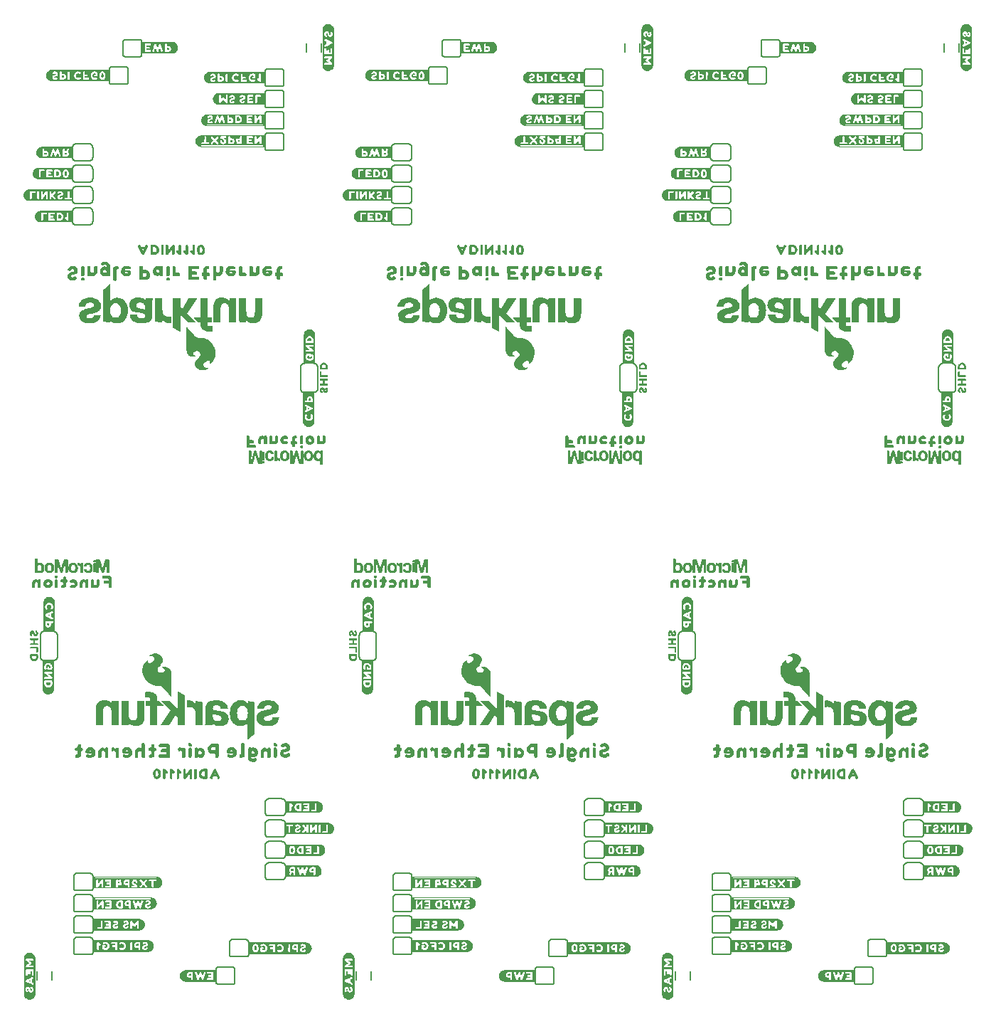
<source format=gbo>
G04 EAGLE Gerber RS-274X export*
G75*
%MOMM*%
%FSLAX34Y34*%
%LPD*%
%INSilkscreen Bottom*%
%IPPOS*%
%AMOC8*
5,1,8,0,0,1.08239X$1,22.5*%
G01*
%ADD10C,0.203200*%
%ADD11C,0.152400*%

G36*
X921053Y246671D02*
X921053Y246671D01*
X921056Y246669D01*
X921756Y246769D01*
X921757Y246769D01*
X922357Y246869D01*
X922360Y246872D01*
X922362Y246870D01*
X923062Y247070D01*
X923063Y247071D01*
X923064Y247071D01*
X923664Y247271D01*
X923667Y247275D01*
X923671Y247273D01*
X924271Y247573D01*
X924273Y247578D01*
X924276Y247576D01*
X924876Y247976D01*
X924877Y247980D01*
X924879Y247979D01*
X925379Y248379D01*
X925380Y248383D01*
X925383Y248383D01*
X925883Y248883D01*
X925884Y248887D01*
X925887Y248887D01*
X926287Y249387D01*
X926287Y249390D01*
X926290Y249390D01*
X926690Y249990D01*
X926689Y249995D01*
X926693Y249995D01*
X927293Y251195D01*
X927291Y251202D01*
X927296Y251204D01*
X927305Y251235D01*
X927347Y251383D01*
X927389Y251531D01*
X927403Y251580D01*
X927446Y251728D01*
X927488Y251875D01*
X927496Y251904D01*
X927494Y251908D01*
X927497Y251909D01*
X927597Y252509D01*
X927597Y252510D01*
X927697Y253210D01*
X927695Y253215D01*
X927698Y253217D01*
X927698Y253917D01*
X927694Y253922D01*
X927697Y253926D01*
X927597Y254526D01*
X927497Y255224D01*
X927494Y255228D01*
X927496Y255231D01*
X927296Y255931D01*
X927290Y255935D01*
X927293Y255939D01*
X926693Y257139D01*
X926686Y257143D01*
X926687Y257148D01*
X926287Y257648D01*
X926283Y257649D01*
X926283Y257652D01*
X925786Y258150D01*
X925387Y258648D01*
X925376Y258651D01*
X925376Y258658D01*
X924778Y259057D01*
X924279Y259456D01*
X924270Y259456D01*
X924268Y259463D01*
X923568Y259763D01*
X923565Y259762D01*
X923564Y259764D01*
X922364Y260164D01*
X922360Y260163D01*
X922358Y260163D01*
X922356Y260166D01*
X920956Y260366D01*
X920951Y260364D01*
X920949Y260367D01*
X844349Y260367D01*
X844323Y260347D01*
X844309Y260347D01*
X844009Y259947D01*
X844009Y259936D01*
X844001Y259930D01*
X844006Y259923D01*
X843999Y259917D01*
X843999Y247017D01*
X844019Y246992D01*
X844019Y246978D01*
X844419Y246678D01*
X844441Y246678D01*
X844449Y246668D01*
X921049Y246668D01*
X921053Y246671D01*
G37*
G36*
X161085Y246671D02*
X161085Y246671D01*
X161088Y246669D01*
X161788Y246769D01*
X161789Y246769D01*
X162389Y246869D01*
X162392Y246872D01*
X162394Y246870D01*
X163094Y247070D01*
X163095Y247071D01*
X163096Y247071D01*
X163696Y247271D01*
X163699Y247275D01*
X163703Y247273D01*
X164303Y247573D01*
X164305Y247578D01*
X164308Y247576D01*
X164908Y247976D01*
X164909Y247980D01*
X164911Y247979D01*
X165411Y248379D01*
X165412Y248383D01*
X165415Y248383D01*
X165915Y248883D01*
X165916Y248887D01*
X165919Y248887D01*
X166319Y249387D01*
X166319Y249390D01*
X166322Y249390D01*
X166722Y249990D01*
X166721Y249995D01*
X166725Y249995D01*
X167325Y251195D01*
X167323Y251202D01*
X167328Y251204D01*
X167337Y251235D01*
X167379Y251383D01*
X167421Y251531D01*
X167435Y251580D01*
X167478Y251728D01*
X167520Y251875D01*
X167528Y251904D01*
X167526Y251908D01*
X167529Y251909D01*
X167629Y252509D01*
X167629Y252510D01*
X167729Y253210D01*
X167727Y253215D01*
X167730Y253217D01*
X167730Y253917D01*
X167726Y253922D01*
X167729Y253926D01*
X167629Y254526D01*
X167529Y255224D01*
X167526Y255228D01*
X167528Y255231D01*
X167328Y255931D01*
X167322Y255935D01*
X167325Y255939D01*
X166725Y257139D01*
X166718Y257143D01*
X166719Y257148D01*
X166319Y257648D01*
X166315Y257649D01*
X166315Y257652D01*
X165818Y258150D01*
X165419Y258648D01*
X165408Y258651D01*
X165408Y258658D01*
X164810Y259057D01*
X164311Y259456D01*
X164302Y259456D01*
X164300Y259463D01*
X163600Y259763D01*
X163597Y259762D01*
X163596Y259764D01*
X162396Y260164D01*
X162392Y260163D01*
X162390Y260163D01*
X162388Y260166D01*
X160988Y260366D01*
X160983Y260364D01*
X160981Y260367D01*
X84381Y260367D01*
X84355Y260347D01*
X84341Y260347D01*
X84041Y259947D01*
X84041Y259936D01*
X84033Y259930D01*
X84038Y259923D01*
X84031Y259917D01*
X84031Y247017D01*
X84051Y246992D01*
X84051Y246978D01*
X84451Y246678D01*
X84473Y246678D01*
X84481Y246668D01*
X161081Y246668D01*
X161085Y246671D01*
G37*
G36*
X541069Y246671D02*
X541069Y246671D01*
X541072Y246669D01*
X541772Y246769D01*
X541773Y246769D01*
X542373Y246869D01*
X542376Y246872D01*
X542378Y246870D01*
X543078Y247070D01*
X543079Y247071D01*
X543080Y247071D01*
X543680Y247271D01*
X543683Y247275D01*
X543687Y247273D01*
X544287Y247573D01*
X544289Y247578D01*
X544292Y247576D01*
X544892Y247976D01*
X544893Y247980D01*
X544895Y247979D01*
X545395Y248379D01*
X545396Y248383D01*
X545399Y248383D01*
X545899Y248883D01*
X545900Y248887D01*
X545903Y248887D01*
X546303Y249387D01*
X546303Y249390D01*
X546306Y249390D01*
X546706Y249990D01*
X546705Y249995D01*
X546709Y249995D01*
X547309Y251195D01*
X547307Y251202D01*
X547312Y251204D01*
X547321Y251235D01*
X547363Y251383D01*
X547405Y251531D01*
X547419Y251580D01*
X547462Y251728D01*
X547504Y251875D01*
X547512Y251904D01*
X547510Y251908D01*
X547513Y251909D01*
X547613Y252509D01*
X547613Y252510D01*
X547713Y253210D01*
X547711Y253215D01*
X547714Y253217D01*
X547714Y253917D01*
X547710Y253922D01*
X547713Y253926D01*
X547613Y254526D01*
X547513Y255224D01*
X547510Y255228D01*
X547512Y255231D01*
X547312Y255931D01*
X547306Y255935D01*
X547309Y255939D01*
X546709Y257139D01*
X546702Y257143D01*
X546703Y257148D01*
X546303Y257648D01*
X546299Y257649D01*
X546299Y257652D01*
X545802Y258150D01*
X545403Y258648D01*
X545392Y258651D01*
X545392Y258658D01*
X544794Y259057D01*
X544295Y259456D01*
X544286Y259456D01*
X544284Y259463D01*
X543584Y259763D01*
X543581Y259762D01*
X543580Y259764D01*
X542380Y260164D01*
X542376Y260163D01*
X542374Y260163D01*
X542372Y260166D01*
X540972Y260366D01*
X540967Y260364D01*
X540965Y260367D01*
X464365Y260367D01*
X464339Y260347D01*
X464325Y260347D01*
X464025Y259947D01*
X464025Y259936D01*
X464017Y259930D01*
X464022Y259923D01*
X464015Y259917D01*
X464015Y247017D01*
X464035Y246992D01*
X464035Y246978D01*
X464435Y246678D01*
X464457Y246678D01*
X464465Y246668D01*
X541065Y246668D01*
X541069Y246671D01*
G37*
G36*
X290549Y1128550D02*
X290549Y1128550D01*
X290563Y1128550D01*
X290863Y1128950D01*
X290863Y1128958D01*
X290866Y1128961D01*
X290863Y1128965D01*
X290863Y1128972D01*
X290873Y1128980D01*
X290873Y1141880D01*
X290853Y1141906D01*
X290853Y1141919D01*
X290453Y1142219D01*
X290435Y1142219D01*
X290433Y1142222D01*
X290429Y1142222D01*
X290423Y1142229D01*
X213823Y1142229D01*
X213819Y1142226D01*
X213816Y1142229D01*
X213116Y1142129D01*
X213116Y1142128D01*
X213115Y1142129D01*
X212515Y1142029D01*
X212512Y1142025D01*
X212510Y1142027D01*
X211810Y1141827D01*
X211809Y1141826D01*
X211808Y1141827D01*
X211208Y1141627D01*
X211205Y1141622D01*
X211201Y1141624D01*
X210601Y1141324D01*
X210599Y1141320D01*
X210596Y1141321D01*
X209996Y1140921D01*
X209995Y1140918D01*
X209993Y1140918D01*
X209493Y1140518D01*
X209492Y1140514D01*
X209489Y1140515D01*
X208989Y1140015D01*
X208988Y1140011D01*
X208985Y1140011D01*
X208585Y1139511D01*
X208585Y1139507D01*
X208582Y1139507D01*
X208182Y1138907D01*
X208183Y1138903D01*
X208179Y1138902D01*
X207579Y1137702D01*
X207581Y1137695D01*
X207576Y1137694D01*
X207565Y1137655D01*
X207523Y1137508D01*
X207481Y1137360D01*
X207467Y1137311D01*
X207424Y1137163D01*
X207382Y1137015D01*
X207376Y1136994D01*
X207378Y1136990D01*
X207375Y1136988D01*
X207275Y1136388D01*
X207275Y1136387D01*
X207175Y1135687D01*
X207177Y1135682D01*
X207174Y1135680D01*
X207174Y1134980D01*
X207178Y1134975D01*
X207175Y1134972D01*
X207275Y1134372D01*
X207375Y1133673D01*
X207378Y1133669D01*
X207376Y1133666D01*
X207576Y1132966D01*
X207582Y1132962D01*
X207579Y1132958D01*
X208179Y1131758D01*
X208186Y1131755D01*
X208185Y1131749D01*
X208585Y1131249D01*
X208589Y1131248D01*
X208589Y1131245D01*
X209086Y1130747D01*
X209485Y1130249D01*
X209496Y1130247D01*
X209496Y1130239D01*
X210094Y1129840D01*
X210593Y1129442D01*
X210602Y1129441D01*
X210604Y1129435D01*
X211304Y1129135D01*
X211307Y1129136D01*
X211308Y1129133D01*
X212508Y1128733D01*
X212514Y1128735D01*
X212516Y1128731D01*
X213916Y1128531D01*
X213921Y1128534D01*
X213923Y1128531D01*
X290523Y1128531D01*
X290549Y1128550D01*
G37*
G36*
X670533Y1128550D02*
X670533Y1128550D01*
X670547Y1128550D01*
X670847Y1128950D01*
X670847Y1128958D01*
X670850Y1128961D01*
X670847Y1128965D01*
X670847Y1128972D01*
X670857Y1128980D01*
X670857Y1141880D01*
X670837Y1141906D01*
X670837Y1141919D01*
X670437Y1142219D01*
X670419Y1142219D01*
X670417Y1142222D01*
X670413Y1142222D01*
X670407Y1142229D01*
X593807Y1142229D01*
X593803Y1142226D01*
X593800Y1142229D01*
X593100Y1142129D01*
X593100Y1142128D01*
X593099Y1142129D01*
X592499Y1142029D01*
X592496Y1142025D01*
X592494Y1142027D01*
X591794Y1141827D01*
X591793Y1141826D01*
X591792Y1141827D01*
X591192Y1141627D01*
X591189Y1141622D01*
X591185Y1141624D01*
X590585Y1141324D01*
X590583Y1141320D01*
X590580Y1141321D01*
X589980Y1140921D01*
X589979Y1140918D01*
X589977Y1140918D01*
X589477Y1140518D01*
X589476Y1140514D01*
X589473Y1140515D01*
X588973Y1140015D01*
X588972Y1140011D01*
X588969Y1140011D01*
X588569Y1139511D01*
X588569Y1139507D01*
X588566Y1139507D01*
X588166Y1138907D01*
X588167Y1138903D01*
X588163Y1138902D01*
X587563Y1137702D01*
X587565Y1137695D01*
X587560Y1137694D01*
X587549Y1137655D01*
X587507Y1137508D01*
X587465Y1137360D01*
X587451Y1137311D01*
X587408Y1137163D01*
X587366Y1137015D01*
X587360Y1136994D01*
X587362Y1136990D01*
X587359Y1136988D01*
X587259Y1136388D01*
X587259Y1136387D01*
X587159Y1135687D01*
X587161Y1135682D01*
X587158Y1135680D01*
X587158Y1134980D01*
X587162Y1134975D01*
X587159Y1134972D01*
X587259Y1134372D01*
X587359Y1133673D01*
X587362Y1133669D01*
X587360Y1133666D01*
X587560Y1132966D01*
X587566Y1132962D01*
X587563Y1132958D01*
X588163Y1131758D01*
X588170Y1131755D01*
X588169Y1131749D01*
X588569Y1131249D01*
X588573Y1131248D01*
X588573Y1131245D01*
X589070Y1130747D01*
X589469Y1130249D01*
X589480Y1130247D01*
X589480Y1130239D01*
X590078Y1129840D01*
X590577Y1129442D01*
X590586Y1129441D01*
X590588Y1129435D01*
X591288Y1129135D01*
X591291Y1129136D01*
X591292Y1129133D01*
X592492Y1128733D01*
X592498Y1128735D01*
X592500Y1128731D01*
X593900Y1128531D01*
X593905Y1128534D01*
X593907Y1128531D01*
X670507Y1128531D01*
X670533Y1128550D01*
G37*
G36*
X1050517Y1128550D02*
X1050517Y1128550D01*
X1050531Y1128550D01*
X1050831Y1128950D01*
X1050831Y1128958D01*
X1050834Y1128961D01*
X1050831Y1128965D01*
X1050831Y1128972D01*
X1050841Y1128980D01*
X1050841Y1141880D01*
X1050821Y1141906D01*
X1050821Y1141919D01*
X1050421Y1142219D01*
X1050403Y1142219D01*
X1050401Y1142222D01*
X1050397Y1142222D01*
X1050391Y1142229D01*
X973791Y1142229D01*
X973787Y1142226D01*
X973784Y1142229D01*
X973084Y1142129D01*
X973084Y1142128D01*
X973083Y1142129D01*
X972483Y1142029D01*
X972480Y1142025D01*
X972478Y1142027D01*
X971778Y1141827D01*
X971777Y1141826D01*
X971776Y1141827D01*
X971176Y1141627D01*
X971173Y1141622D01*
X971169Y1141624D01*
X970569Y1141324D01*
X970567Y1141320D01*
X970564Y1141321D01*
X969964Y1140921D01*
X969963Y1140918D01*
X969961Y1140918D01*
X969461Y1140518D01*
X969460Y1140514D01*
X969457Y1140515D01*
X968957Y1140015D01*
X968956Y1140011D01*
X968953Y1140011D01*
X968553Y1139511D01*
X968553Y1139507D01*
X968550Y1139507D01*
X968150Y1138907D01*
X968151Y1138903D01*
X968147Y1138902D01*
X967547Y1137702D01*
X967549Y1137695D01*
X967544Y1137694D01*
X967533Y1137655D01*
X967491Y1137508D01*
X967449Y1137360D01*
X967435Y1137311D01*
X967392Y1137163D01*
X967350Y1137015D01*
X967344Y1136994D01*
X967346Y1136990D01*
X967343Y1136988D01*
X967243Y1136388D01*
X967243Y1136387D01*
X967143Y1135687D01*
X967145Y1135682D01*
X967142Y1135680D01*
X967142Y1134980D01*
X967146Y1134975D01*
X967143Y1134972D01*
X967243Y1134372D01*
X967343Y1133673D01*
X967346Y1133669D01*
X967344Y1133666D01*
X967544Y1132966D01*
X967550Y1132962D01*
X967547Y1132958D01*
X968147Y1131758D01*
X968154Y1131755D01*
X968153Y1131749D01*
X968553Y1131249D01*
X968557Y1131248D01*
X968557Y1131245D01*
X969054Y1130747D01*
X969453Y1130249D01*
X969464Y1130247D01*
X969464Y1130239D01*
X970062Y1129840D01*
X970561Y1129442D01*
X970570Y1129441D01*
X970572Y1129435D01*
X971272Y1129135D01*
X971275Y1129136D01*
X971276Y1129133D01*
X972476Y1128733D01*
X972482Y1128735D01*
X972484Y1128731D01*
X973884Y1128531D01*
X973889Y1128534D01*
X973891Y1128531D01*
X1050491Y1128531D01*
X1050517Y1128550D01*
G37*
G36*
X719058Y168414D02*
X719058Y168414D01*
X719061Y168411D01*
X720461Y168611D01*
X720466Y168616D01*
X720470Y168613D01*
X721070Y168813D01*
X721071Y168816D01*
X721073Y168815D01*
X721773Y169115D01*
X721775Y169117D01*
X721776Y169116D01*
X722376Y169416D01*
X722379Y169423D01*
X722385Y169422D01*
X723385Y170222D01*
X723386Y170226D01*
X723389Y170225D01*
X723889Y170725D01*
X723889Y170729D01*
X723892Y170729D01*
X724292Y171229D01*
X724293Y171233D01*
X724295Y171233D01*
X724695Y171833D01*
X724695Y171837D01*
X724698Y171838D01*
X725298Y173038D01*
X725296Y173049D01*
X725303Y173053D01*
X725402Y173749D01*
X725601Y174344D01*
X725598Y174354D01*
X725601Y174357D01*
X725600Y174358D01*
X725603Y174360D01*
X725603Y175760D01*
X725600Y175764D01*
X725603Y175767D01*
X725503Y176467D01*
X725502Y176468D01*
X725503Y176468D01*
X725403Y177068D01*
X725399Y177071D01*
X725401Y177074D01*
X725201Y177774D01*
X725196Y177778D01*
X725198Y177782D01*
X724898Y178382D01*
X724894Y178384D01*
X724895Y178387D01*
X724495Y178987D01*
X724492Y178988D01*
X724492Y178991D01*
X723692Y179991D01*
X723688Y179992D01*
X723689Y179995D01*
X723189Y180495D01*
X723185Y180495D01*
X723185Y180498D01*
X722685Y180898D01*
X722677Y180899D01*
X722676Y180904D01*
X721476Y181504D01*
X721474Y181504D01*
X721473Y181505D01*
X720773Y181805D01*
X720765Y181803D01*
X720762Y181809D01*
X720162Y181909D01*
X720161Y181908D01*
X720161Y181909D01*
X719462Y182009D01*
X718862Y182109D01*
X718850Y182102D01*
X718849Y182102D01*
X718847Y182101D01*
X718824Y182089D01*
X718814Y182088D01*
X718793Y182059D01*
X718792Y182091D01*
X718768Y182090D01*
X718754Y182109D01*
X650454Y182109D01*
X650445Y182102D01*
X650441Y182102D01*
X650436Y182106D01*
X649936Y181906D01*
X649920Y181879D01*
X649907Y181869D01*
X649910Y181864D01*
X649905Y181860D01*
X649905Y169060D01*
X649908Y169055D01*
X649905Y169052D01*
X650005Y168452D01*
X650049Y168411D01*
X650052Y168414D01*
X650054Y168411D01*
X719054Y168411D01*
X719058Y168414D01*
G37*
G36*
X1099042Y168414D02*
X1099042Y168414D01*
X1099045Y168411D01*
X1100445Y168611D01*
X1100450Y168616D01*
X1100454Y168613D01*
X1101054Y168813D01*
X1101055Y168816D01*
X1101057Y168815D01*
X1101757Y169115D01*
X1101759Y169117D01*
X1101760Y169116D01*
X1102360Y169416D01*
X1102363Y169423D01*
X1102369Y169422D01*
X1103369Y170222D01*
X1103370Y170226D01*
X1103373Y170225D01*
X1103873Y170725D01*
X1103873Y170729D01*
X1103876Y170729D01*
X1104276Y171229D01*
X1104277Y171233D01*
X1104279Y171233D01*
X1104679Y171833D01*
X1104679Y171837D01*
X1104682Y171838D01*
X1105282Y173038D01*
X1105280Y173049D01*
X1105287Y173053D01*
X1105386Y173749D01*
X1105585Y174344D01*
X1105582Y174354D01*
X1105585Y174357D01*
X1105584Y174358D01*
X1105587Y174360D01*
X1105587Y175760D01*
X1105584Y175764D01*
X1105587Y175767D01*
X1105487Y176467D01*
X1105486Y176468D01*
X1105487Y176468D01*
X1105387Y177068D01*
X1105383Y177071D01*
X1105385Y177074D01*
X1105185Y177774D01*
X1105180Y177778D01*
X1105182Y177782D01*
X1104882Y178382D01*
X1104878Y178384D01*
X1104879Y178387D01*
X1104479Y178987D01*
X1104476Y178988D01*
X1104476Y178991D01*
X1103676Y179991D01*
X1103672Y179992D01*
X1103673Y179995D01*
X1103173Y180495D01*
X1103169Y180495D01*
X1103169Y180498D01*
X1102669Y180898D01*
X1102661Y180899D01*
X1102660Y180904D01*
X1101460Y181504D01*
X1101458Y181504D01*
X1101457Y181505D01*
X1100757Y181805D01*
X1100749Y181803D01*
X1100746Y181809D01*
X1100146Y181909D01*
X1100145Y181908D01*
X1100145Y181909D01*
X1099446Y182009D01*
X1098846Y182109D01*
X1098834Y182102D01*
X1098833Y182102D01*
X1098831Y182101D01*
X1098808Y182089D01*
X1098798Y182088D01*
X1098777Y182059D01*
X1098776Y182091D01*
X1098752Y182090D01*
X1098738Y182109D01*
X1030438Y182109D01*
X1030429Y182102D01*
X1030425Y182102D01*
X1030420Y182106D01*
X1029920Y181906D01*
X1029904Y181879D01*
X1029891Y181869D01*
X1029894Y181864D01*
X1029889Y181860D01*
X1029889Y169060D01*
X1029892Y169055D01*
X1029889Y169052D01*
X1029989Y168452D01*
X1030033Y168411D01*
X1030036Y168414D01*
X1030038Y168411D01*
X1099038Y168411D01*
X1099042Y168414D01*
G37*
G36*
X339074Y168414D02*
X339074Y168414D01*
X339077Y168411D01*
X340477Y168611D01*
X340482Y168616D01*
X340486Y168613D01*
X341086Y168813D01*
X341087Y168816D01*
X341089Y168815D01*
X341789Y169115D01*
X341791Y169117D01*
X341792Y169116D01*
X342392Y169416D01*
X342395Y169423D01*
X342401Y169422D01*
X343401Y170222D01*
X343402Y170226D01*
X343405Y170225D01*
X343905Y170725D01*
X343905Y170729D01*
X343908Y170729D01*
X344308Y171229D01*
X344309Y171233D01*
X344311Y171233D01*
X344711Y171833D01*
X344711Y171837D01*
X344714Y171838D01*
X345314Y173038D01*
X345312Y173049D01*
X345319Y173053D01*
X345418Y173749D01*
X345617Y174344D01*
X345614Y174354D01*
X345617Y174357D01*
X345616Y174358D01*
X345619Y174360D01*
X345619Y175760D01*
X345616Y175764D01*
X345619Y175767D01*
X345519Y176467D01*
X345518Y176468D01*
X345519Y176468D01*
X345419Y177068D01*
X345415Y177071D01*
X345417Y177074D01*
X345217Y177774D01*
X345212Y177778D01*
X345214Y177782D01*
X344914Y178382D01*
X344910Y178384D01*
X344911Y178387D01*
X344511Y178987D01*
X344508Y178988D01*
X344508Y178991D01*
X343708Y179991D01*
X343704Y179992D01*
X343705Y179995D01*
X343205Y180495D01*
X343201Y180495D01*
X343201Y180498D01*
X342701Y180898D01*
X342693Y180899D01*
X342692Y180904D01*
X341492Y181504D01*
X341490Y181504D01*
X341489Y181505D01*
X340789Y181805D01*
X340781Y181803D01*
X340778Y181809D01*
X340178Y181909D01*
X340177Y181908D01*
X340177Y181909D01*
X339478Y182009D01*
X338878Y182109D01*
X338866Y182102D01*
X338865Y182102D01*
X338863Y182101D01*
X338840Y182089D01*
X338830Y182088D01*
X338809Y182059D01*
X338808Y182091D01*
X338784Y182090D01*
X338770Y182109D01*
X270470Y182109D01*
X270461Y182102D01*
X270457Y182102D01*
X270452Y182106D01*
X269952Y181906D01*
X269936Y181879D01*
X269923Y181869D01*
X269926Y181864D01*
X269921Y181860D01*
X269921Y169060D01*
X269924Y169055D01*
X269921Y169052D01*
X270021Y168452D01*
X270065Y168411D01*
X270068Y168414D01*
X270070Y168411D01*
X339070Y168411D01*
X339074Y168414D01*
G37*
G36*
X864413Y1206796D02*
X864413Y1206796D01*
X864420Y1206792D01*
X864920Y1206992D01*
X864935Y1207016D01*
X864942Y1207021D01*
X864940Y1207024D01*
X864945Y1207033D01*
X864951Y1207037D01*
X864951Y1219837D01*
X864948Y1219842D01*
X864951Y1219846D01*
X864851Y1220446D01*
X864807Y1220486D01*
X864805Y1220483D01*
X864802Y1220487D01*
X795802Y1220487D01*
X795798Y1220483D01*
X795795Y1220486D01*
X794395Y1220286D01*
X794392Y1220283D01*
X794390Y1220283D01*
X794389Y1220282D01*
X794386Y1220284D01*
X793786Y1220084D01*
X793785Y1220082D01*
X793783Y1220083D01*
X793083Y1219783D01*
X793081Y1219781D01*
X793080Y1219781D01*
X792480Y1219481D01*
X792477Y1219475D01*
X792471Y1219476D01*
X791471Y1218676D01*
X791470Y1218672D01*
X791467Y1218672D01*
X790967Y1218172D01*
X790967Y1218168D01*
X790964Y1218168D01*
X790564Y1217668D01*
X790563Y1217665D01*
X790561Y1217665D01*
X790161Y1217065D01*
X790161Y1217060D01*
X790158Y1217059D01*
X789558Y1215859D01*
X789560Y1215848D01*
X789553Y1215844D01*
X789454Y1215149D01*
X789255Y1214553D01*
X789259Y1214542D01*
X789253Y1214537D01*
X789253Y1213137D01*
X789256Y1213133D01*
X789253Y1213130D01*
X789353Y1212430D01*
X789354Y1212430D01*
X789353Y1212429D01*
X789453Y1211829D01*
X789457Y1211826D01*
X789455Y1211824D01*
X789655Y1211124D01*
X789660Y1211120D01*
X789658Y1211115D01*
X789958Y1210515D01*
X789962Y1210513D01*
X789961Y1210510D01*
X790361Y1209910D01*
X790364Y1209909D01*
X790364Y1209907D01*
X791164Y1208907D01*
X791168Y1208906D01*
X791167Y1208903D01*
X791667Y1208403D01*
X791671Y1208402D01*
X791671Y1208399D01*
X792171Y1207999D01*
X792179Y1207999D01*
X792180Y1207993D01*
X793380Y1207393D01*
X793382Y1207394D01*
X793383Y1207392D01*
X794083Y1207092D01*
X794091Y1207094D01*
X794094Y1207089D01*
X794694Y1206989D01*
X794695Y1206989D01*
X795394Y1206889D01*
X795994Y1206789D01*
X796032Y1206809D01*
X796042Y1206809D01*
X796063Y1206838D01*
X796064Y1206806D01*
X796088Y1206807D01*
X796102Y1206788D01*
X864402Y1206788D01*
X864413Y1206796D01*
G37*
G36*
X484429Y1206796D02*
X484429Y1206796D01*
X484436Y1206792D01*
X484936Y1206992D01*
X484951Y1207016D01*
X484958Y1207021D01*
X484956Y1207024D01*
X484961Y1207033D01*
X484967Y1207037D01*
X484967Y1219837D01*
X484964Y1219842D01*
X484967Y1219846D01*
X484867Y1220446D01*
X484823Y1220486D01*
X484821Y1220483D01*
X484818Y1220487D01*
X415818Y1220487D01*
X415814Y1220483D01*
X415811Y1220486D01*
X414411Y1220286D01*
X414408Y1220283D01*
X414406Y1220283D01*
X414405Y1220282D01*
X414402Y1220284D01*
X413802Y1220084D01*
X413801Y1220082D01*
X413799Y1220083D01*
X413099Y1219783D01*
X413097Y1219781D01*
X413096Y1219781D01*
X412496Y1219481D01*
X412493Y1219475D01*
X412487Y1219476D01*
X411487Y1218676D01*
X411486Y1218672D01*
X411483Y1218672D01*
X410983Y1218172D01*
X410983Y1218168D01*
X410980Y1218168D01*
X410580Y1217668D01*
X410579Y1217665D01*
X410577Y1217665D01*
X410177Y1217065D01*
X410177Y1217060D01*
X410174Y1217059D01*
X409574Y1215859D01*
X409576Y1215848D01*
X409569Y1215844D01*
X409470Y1215149D01*
X409271Y1214553D01*
X409275Y1214542D01*
X409269Y1214537D01*
X409269Y1213137D01*
X409272Y1213133D01*
X409269Y1213130D01*
X409369Y1212430D01*
X409370Y1212430D01*
X409369Y1212429D01*
X409469Y1211829D01*
X409473Y1211826D01*
X409471Y1211824D01*
X409671Y1211124D01*
X409676Y1211120D01*
X409674Y1211115D01*
X409974Y1210515D01*
X409978Y1210513D01*
X409977Y1210510D01*
X410377Y1209910D01*
X410380Y1209909D01*
X410380Y1209907D01*
X411180Y1208907D01*
X411184Y1208906D01*
X411183Y1208903D01*
X411683Y1208403D01*
X411687Y1208402D01*
X411687Y1208399D01*
X412187Y1207999D01*
X412195Y1207999D01*
X412196Y1207993D01*
X413396Y1207393D01*
X413398Y1207394D01*
X413399Y1207392D01*
X414099Y1207092D01*
X414107Y1207094D01*
X414110Y1207089D01*
X414710Y1206989D01*
X414711Y1206989D01*
X415410Y1206889D01*
X416010Y1206789D01*
X416048Y1206809D01*
X416058Y1206809D01*
X416079Y1206838D01*
X416080Y1206806D01*
X416104Y1206807D01*
X416118Y1206788D01*
X484418Y1206788D01*
X484429Y1206796D01*
G37*
G36*
X104445Y1206796D02*
X104445Y1206796D01*
X104452Y1206792D01*
X104952Y1206992D01*
X104967Y1207016D01*
X104974Y1207021D01*
X104972Y1207024D01*
X104977Y1207033D01*
X104983Y1207037D01*
X104983Y1219837D01*
X104980Y1219842D01*
X104983Y1219846D01*
X104883Y1220446D01*
X104839Y1220486D01*
X104837Y1220483D01*
X104834Y1220487D01*
X35834Y1220487D01*
X35830Y1220483D01*
X35827Y1220486D01*
X34427Y1220286D01*
X34424Y1220283D01*
X34422Y1220283D01*
X34421Y1220282D01*
X34418Y1220284D01*
X33818Y1220084D01*
X33817Y1220082D01*
X33815Y1220083D01*
X33115Y1219783D01*
X33113Y1219781D01*
X33112Y1219781D01*
X32512Y1219481D01*
X32509Y1219475D01*
X32503Y1219476D01*
X31503Y1218676D01*
X31502Y1218672D01*
X31499Y1218672D01*
X30999Y1218172D01*
X30999Y1218168D01*
X30996Y1218168D01*
X30596Y1217668D01*
X30595Y1217665D01*
X30593Y1217665D01*
X30193Y1217065D01*
X30193Y1217060D01*
X30190Y1217059D01*
X29590Y1215859D01*
X29592Y1215848D01*
X29585Y1215844D01*
X29486Y1215149D01*
X29287Y1214553D01*
X29291Y1214542D01*
X29285Y1214537D01*
X29285Y1213137D01*
X29288Y1213133D01*
X29285Y1213130D01*
X29385Y1212430D01*
X29386Y1212430D01*
X29385Y1212429D01*
X29485Y1211829D01*
X29489Y1211826D01*
X29487Y1211824D01*
X29687Y1211124D01*
X29692Y1211120D01*
X29690Y1211115D01*
X29990Y1210515D01*
X29994Y1210513D01*
X29993Y1210510D01*
X30393Y1209910D01*
X30396Y1209909D01*
X30396Y1209907D01*
X31196Y1208907D01*
X31200Y1208906D01*
X31199Y1208903D01*
X31699Y1208403D01*
X31703Y1208402D01*
X31703Y1208399D01*
X32203Y1207999D01*
X32211Y1207999D01*
X32212Y1207993D01*
X33412Y1207393D01*
X33414Y1207394D01*
X33415Y1207392D01*
X34115Y1207092D01*
X34123Y1207094D01*
X34126Y1207089D01*
X34726Y1206989D01*
X34727Y1206989D01*
X35426Y1206889D01*
X36026Y1206789D01*
X36064Y1206809D01*
X36074Y1206809D01*
X36095Y1206838D01*
X36096Y1206806D01*
X36120Y1206807D01*
X36134Y1206788D01*
X104434Y1206788D01*
X104445Y1206796D01*
G37*
G36*
X151184Y170954D02*
X151184Y170954D01*
X151187Y170951D01*
X151887Y171051D01*
X151888Y171052D01*
X151888Y171051D01*
X152488Y171151D01*
X152494Y171158D01*
X152499Y171155D01*
X153198Y171454D01*
X153796Y171653D01*
X153801Y171661D01*
X153807Y171659D01*
X154406Y172058D01*
X154905Y172358D01*
X154909Y172366D01*
X154915Y172365D01*
X155915Y173365D01*
X155915Y173369D01*
X155918Y173369D01*
X156318Y173869D01*
X156319Y173873D01*
X156321Y173873D01*
X156721Y174473D01*
X156721Y174477D01*
X156724Y174478D01*
X157024Y175078D01*
X157023Y175083D01*
X157027Y175084D01*
X157227Y175684D01*
X157226Y175686D01*
X157227Y175686D01*
X157249Y175764D01*
X157250Y175764D01*
X157249Y175764D01*
X157292Y175912D01*
X157306Y175961D01*
X157348Y176109D01*
X157390Y176256D01*
X157404Y176306D01*
X157427Y176386D01*
X157426Y176390D01*
X157429Y176392D01*
X157529Y176992D01*
X157528Y176993D01*
X157529Y176993D01*
X157629Y177693D01*
X157624Y177702D01*
X157629Y177707D01*
X157529Y178403D01*
X157529Y179100D01*
X157522Y179109D01*
X157527Y179116D01*
X157327Y179715D01*
X157127Y180414D01*
X157122Y180418D01*
X157124Y180422D01*
X156824Y181022D01*
X156817Y181025D01*
X156818Y181031D01*
X156420Y181529D01*
X156021Y182127D01*
X156018Y182128D01*
X156018Y182131D01*
X155618Y182631D01*
X155611Y182633D01*
X155611Y182638D01*
X155111Y183038D01*
X155107Y183039D01*
X155107Y183041D01*
X154509Y183440D01*
X154011Y183838D01*
X154001Y183839D01*
X153999Y183845D01*
X153299Y184145D01*
X153296Y184145D01*
X153296Y184147D01*
X152696Y184347D01*
X152694Y184346D01*
X152694Y184347D01*
X151994Y184547D01*
X151984Y184544D01*
X151980Y184549D01*
X151384Y184549D01*
X150788Y184649D01*
X150783Y184646D01*
X150780Y184649D01*
X85080Y184649D01*
X85071Y184642D01*
X85067Y184642D01*
X85062Y184646D01*
X84562Y184446D01*
X84546Y184419D01*
X84533Y184409D01*
X84536Y184404D01*
X84531Y184400D01*
X84531Y171500D01*
X84539Y171489D01*
X84534Y171482D01*
X84734Y170982D01*
X84775Y170957D01*
X84780Y170951D01*
X151180Y170951D01*
X151184Y170954D01*
G37*
G36*
X911152Y170954D02*
X911152Y170954D01*
X911155Y170951D01*
X911855Y171051D01*
X911856Y171052D01*
X911856Y171051D01*
X912456Y171151D01*
X912462Y171158D01*
X912467Y171155D01*
X913166Y171454D01*
X913764Y171653D01*
X913769Y171661D01*
X913775Y171659D01*
X914374Y172058D01*
X914873Y172358D01*
X914877Y172366D01*
X914883Y172365D01*
X915883Y173365D01*
X915883Y173369D01*
X915886Y173369D01*
X916286Y173869D01*
X916287Y173873D01*
X916289Y173873D01*
X916689Y174473D01*
X916689Y174477D01*
X916692Y174478D01*
X916992Y175078D01*
X916991Y175083D01*
X916995Y175084D01*
X917195Y175684D01*
X917194Y175686D01*
X917195Y175686D01*
X917217Y175764D01*
X917218Y175764D01*
X917217Y175764D01*
X917260Y175912D01*
X917274Y175961D01*
X917316Y176109D01*
X917358Y176256D01*
X917372Y176306D01*
X917395Y176386D01*
X917394Y176390D01*
X917397Y176392D01*
X917497Y176992D01*
X917496Y176993D01*
X917497Y176993D01*
X917597Y177693D01*
X917592Y177702D01*
X917597Y177707D01*
X917497Y178403D01*
X917497Y179100D01*
X917490Y179109D01*
X917495Y179116D01*
X917295Y179715D01*
X917095Y180414D01*
X917090Y180418D01*
X917092Y180422D01*
X916792Y181022D01*
X916785Y181025D01*
X916786Y181031D01*
X916388Y181529D01*
X915989Y182127D01*
X915986Y182128D01*
X915986Y182131D01*
X915586Y182631D01*
X915579Y182633D01*
X915579Y182638D01*
X915079Y183038D01*
X915075Y183039D01*
X915075Y183041D01*
X914477Y183440D01*
X913979Y183838D01*
X913969Y183839D01*
X913967Y183845D01*
X913267Y184145D01*
X913264Y184145D01*
X913264Y184147D01*
X912664Y184347D01*
X912662Y184346D01*
X912662Y184347D01*
X911962Y184547D01*
X911952Y184544D01*
X911948Y184549D01*
X911352Y184549D01*
X910756Y184649D01*
X910751Y184646D01*
X910748Y184649D01*
X845048Y184649D01*
X845039Y184642D01*
X845035Y184642D01*
X845030Y184646D01*
X844530Y184446D01*
X844514Y184419D01*
X844501Y184409D01*
X844504Y184404D01*
X844499Y184400D01*
X844499Y171500D01*
X844507Y171489D01*
X844502Y171482D01*
X844702Y170982D01*
X844743Y170957D01*
X844748Y170951D01*
X911148Y170951D01*
X911152Y170954D01*
G37*
G36*
X531168Y170954D02*
X531168Y170954D01*
X531171Y170951D01*
X531871Y171051D01*
X531872Y171052D01*
X531872Y171051D01*
X532472Y171151D01*
X532478Y171158D01*
X532483Y171155D01*
X533182Y171454D01*
X533780Y171653D01*
X533785Y171661D01*
X533791Y171659D01*
X534390Y172058D01*
X534889Y172358D01*
X534893Y172366D01*
X534899Y172365D01*
X535899Y173365D01*
X535899Y173369D01*
X535902Y173369D01*
X536302Y173869D01*
X536303Y173873D01*
X536305Y173873D01*
X536705Y174473D01*
X536705Y174477D01*
X536708Y174478D01*
X537008Y175078D01*
X537007Y175083D01*
X537011Y175084D01*
X537211Y175684D01*
X537210Y175686D01*
X537211Y175686D01*
X537233Y175764D01*
X537234Y175764D01*
X537233Y175764D01*
X537276Y175912D01*
X537290Y175961D01*
X537332Y176109D01*
X537374Y176256D01*
X537388Y176306D01*
X537411Y176386D01*
X537410Y176390D01*
X537413Y176392D01*
X537513Y176992D01*
X537512Y176993D01*
X537513Y176993D01*
X537613Y177693D01*
X537608Y177702D01*
X537613Y177707D01*
X537513Y178403D01*
X537513Y179100D01*
X537506Y179109D01*
X537511Y179116D01*
X537311Y179715D01*
X537111Y180414D01*
X537106Y180418D01*
X537108Y180422D01*
X536808Y181022D01*
X536801Y181025D01*
X536802Y181031D01*
X536404Y181529D01*
X536005Y182127D01*
X536002Y182128D01*
X536002Y182131D01*
X535602Y182631D01*
X535595Y182633D01*
X535595Y182638D01*
X535095Y183038D01*
X535091Y183039D01*
X535091Y183041D01*
X534493Y183440D01*
X533995Y183838D01*
X533985Y183839D01*
X533983Y183845D01*
X533283Y184145D01*
X533280Y184145D01*
X533280Y184147D01*
X532680Y184347D01*
X532678Y184346D01*
X532678Y184347D01*
X531978Y184547D01*
X531968Y184544D01*
X531964Y184549D01*
X531368Y184549D01*
X530772Y184649D01*
X530767Y184646D01*
X530764Y184649D01*
X465064Y184649D01*
X465055Y184642D01*
X465051Y184642D01*
X465046Y184646D01*
X464546Y184446D01*
X464530Y184419D01*
X464517Y184409D01*
X464520Y184404D01*
X464515Y184400D01*
X464515Y171500D01*
X464523Y171489D01*
X464518Y171482D01*
X464718Y170982D01*
X464759Y170957D01*
X464764Y170951D01*
X531164Y170951D01*
X531168Y170954D01*
G37*
G36*
X1049803Y1204256D02*
X1049803Y1204256D01*
X1049810Y1204252D01*
X1050310Y1204452D01*
X1050325Y1204476D01*
X1050332Y1204481D01*
X1050330Y1204484D01*
X1050335Y1204493D01*
X1050341Y1204497D01*
X1050341Y1217397D01*
X1050333Y1217408D01*
X1050338Y1217416D01*
X1050138Y1217916D01*
X1050097Y1217940D01*
X1050092Y1217947D01*
X983692Y1217947D01*
X983688Y1217943D01*
X983685Y1217946D01*
X982985Y1217846D01*
X982984Y1217846D01*
X982384Y1217746D01*
X982378Y1217740D01*
X982373Y1217743D01*
X981674Y1217443D01*
X981076Y1217244D01*
X981071Y1217236D01*
X981065Y1217238D01*
X980466Y1216839D01*
X979967Y1216540D01*
X979963Y1216531D01*
X979957Y1216532D01*
X978957Y1215532D01*
X978957Y1215528D01*
X978954Y1215528D01*
X978554Y1215028D01*
X978553Y1215025D01*
X978551Y1215025D01*
X978151Y1214425D01*
X978151Y1214420D01*
X978148Y1214419D01*
X977848Y1213819D01*
X977848Y1213817D01*
X977847Y1213816D01*
X977849Y1213814D01*
X977845Y1213813D01*
X977645Y1213213D01*
X977646Y1213211D01*
X977645Y1213211D01*
X977621Y1213127D01*
X977621Y1213126D01*
X977578Y1212979D01*
X977564Y1212930D01*
X977564Y1212929D01*
X977522Y1212782D01*
X977480Y1212634D01*
X977466Y1212585D01*
X977445Y1212511D01*
X977446Y1212507D01*
X977443Y1212506D01*
X977343Y1211906D01*
X977344Y1211905D01*
X977343Y1211904D01*
X977243Y1211204D01*
X977248Y1211195D01*
X977243Y1211190D01*
X977343Y1210494D01*
X977343Y1209797D01*
X977350Y1209788D01*
X977345Y1209782D01*
X977545Y1209183D01*
X977745Y1208484D01*
X977750Y1208480D01*
X977748Y1208475D01*
X978048Y1207875D01*
X978055Y1207872D01*
X978054Y1207867D01*
X978452Y1207368D01*
X978851Y1206770D01*
X978854Y1206769D01*
X978854Y1206767D01*
X979254Y1206267D01*
X979261Y1206265D01*
X979261Y1206259D01*
X979761Y1205859D01*
X979765Y1205859D01*
X979765Y1205856D01*
X980363Y1205458D01*
X980861Y1205059D01*
X980871Y1205059D01*
X980873Y1205052D01*
X981573Y1204752D01*
X981576Y1204753D01*
X981576Y1204751D01*
X982176Y1204551D01*
X982178Y1204551D01*
X982178Y1204550D01*
X982878Y1204350D01*
X982888Y1204354D01*
X982892Y1204348D01*
X983488Y1204348D01*
X984084Y1204249D01*
X984089Y1204252D01*
X984092Y1204248D01*
X1049792Y1204248D01*
X1049803Y1204256D01*
G37*
G36*
X289835Y1204256D02*
X289835Y1204256D01*
X289842Y1204252D01*
X290342Y1204452D01*
X290357Y1204476D01*
X290364Y1204481D01*
X290362Y1204484D01*
X290367Y1204493D01*
X290373Y1204497D01*
X290373Y1217397D01*
X290365Y1217408D01*
X290370Y1217416D01*
X290170Y1217916D01*
X290129Y1217940D01*
X290124Y1217947D01*
X223724Y1217947D01*
X223720Y1217943D01*
X223717Y1217946D01*
X223017Y1217846D01*
X223016Y1217846D01*
X222416Y1217746D01*
X222410Y1217740D01*
X222405Y1217743D01*
X221706Y1217443D01*
X221108Y1217244D01*
X221103Y1217236D01*
X221097Y1217238D01*
X220498Y1216839D01*
X219999Y1216540D01*
X219995Y1216531D01*
X219989Y1216532D01*
X218989Y1215532D01*
X218989Y1215528D01*
X218986Y1215528D01*
X218586Y1215028D01*
X218585Y1215025D01*
X218583Y1215025D01*
X218183Y1214425D01*
X218183Y1214420D01*
X218180Y1214419D01*
X217880Y1213819D01*
X217880Y1213817D01*
X217879Y1213816D01*
X217881Y1213814D01*
X217877Y1213813D01*
X217677Y1213213D01*
X217678Y1213211D01*
X217677Y1213211D01*
X217653Y1213127D01*
X217653Y1213126D01*
X217610Y1212979D01*
X217596Y1212930D01*
X217596Y1212929D01*
X217554Y1212782D01*
X217512Y1212634D01*
X217498Y1212585D01*
X217477Y1212511D01*
X217478Y1212507D01*
X217475Y1212506D01*
X217375Y1211906D01*
X217376Y1211905D01*
X217375Y1211904D01*
X217275Y1211204D01*
X217280Y1211195D01*
X217275Y1211190D01*
X217375Y1210494D01*
X217375Y1209797D01*
X217382Y1209788D01*
X217377Y1209782D01*
X217577Y1209183D01*
X217777Y1208484D01*
X217782Y1208480D01*
X217780Y1208475D01*
X218080Y1207875D01*
X218087Y1207872D01*
X218086Y1207867D01*
X218484Y1207368D01*
X218883Y1206770D01*
X218886Y1206769D01*
X218886Y1206767D01*
X219286Y1206267D01*
X219293Y1206265D01*
X219293Y1206259D01*
X219793Y1205859D01*
X219797Y1205859D01*
X219797Y1205856D01*
X220395Y1205458D01*
X220893Y1205059D01*
X220903Y1205059D01*
X220905Y1205052D01*
X221605Y1204752D01*
X221608Y1204753D01*
X221608Y1204751D01*
X222208Y1204551D01*
X222210Y1204551D01*
X222210Y1204550D01*
X222910Y1204350D01*
X222920Y1204354D01*
X222924Y1204348D01*
X223520Y1204348D01*
X224116Y1204249D01*
X224121Y1204252D01*
X224124Y1204248D01*
X289824Y1204248D01*
X289835Y1204256D01*
G37*
G36*
X669819Y1204256D02*
X669819Y1204256D01*
X669826Y1204252D01*
X670326Y1204452D01*
X670341Y1204476D01*
X670348Y1204481D01*
X670346Y1204484D01*
X670351Y1204493D01*
X670357Y1204497D01*
X670357Y1217397D01*
X670349Y1217408D01*
X670354Y1217416D01*
X670154Y1217916D01*
X670113Y1217940D01*
X670108Y1217947D01*
X603708Y1217947D01*
X603704Y1217943D01*
X603701Y1217946D01*
X603001Y1217846D01*
X603000Y1217846D01*
X602400Y1217746D01*
X602394Y1217740D01*
X602389Y1217743D01*
X601690Y1217443D01*
X601092Y1217244D01*
X601087Y1217236D01*
X601081Y1217238D01*
X600482Y1216839D01*
X599983Y1216540D01*
X599979Y1216531D01*
X599973Y1216532D01*
X598973Y1215532D01*
X598973Y1215528D01*
X598970Y1215528D01*
X598570Y1215028D01*
X598569Y1215025D01*
X598567Y1215025D01*
X598167Y1214425D01*
X598167Y1214420D01*
X598164Y1214419D01*
X597864Y1213819D01*
X597864Y1213817D01*
X597863Y1213816D01*
X597865Y1213814D01*
X597861Y1213813D01*
X597661Y1213213D01*
X597662Y1213211D01*
X597661Y1213211D01*
X597637Y1213127D01*
X597637Y1213126D01*
X597594Y1212979D01*
X597580Y1212930D01*
X597580Y1212929D01*
X597538Y1212782D01*
X597496Y1212634D01*
X597482Y1212585D01*
X597461Y1212511D01*
X597462Y1212507D01*
X597459Y1212506D01*
X597359Y1211906D01*
X597360Y1211905D01*
X597359Y1211904D01*
X597259Y1211204D01*
X597264Y1211195D01*
X597259Y1211190D01*
X597359Y1210494D01*
X597359Y1209797D01*
X597366Y1209788D01*
X597361Y1209782D01*
X597561Y1209183D01*
X597761Y1208484D01*
X597766Y1208480D01*
X597764Y1208475D01*
X598064Y1207875D01*
X598071Y1207872D01*
X598070Y1207867D01*
X598468Y1207368D01*
X598867Y1206770D01*
X598870Y1206769D01*
X598870Y1206767D01*
X599270Y1206267D01*
X599277Y1206265D01*
X599277Y1206259D01*
X599777Y1205859D01*
X599781Y1205859D01*
X599781Y1205856D01*
X600379Y1205458D01*
X600877Y1205059D01*
X600887Y1205059D01*
X600889Y1205052D01*
X601589Y1204752D01*
X601592Y1204753D01*
X601592Y1204751D01*
X602192Y1204551D01*
X602194Y1204551D01*
X602194Y1204550D01*
X602894Y1204350D01*
X602904Y1204354D01*
X602908Y1204348D01*
X603504Y1204348D01*
X604100Y1204249D01*
X604105Y1204252D01*
X604108Y1204248D01*
X669808Y1204248D01*
X669819Y1204256D01*
G37*
G36*
X178004Y474440D02*
X178004Y474440D01*
X178091Y474443D01*
X178091Y474444D01*
X178092Y474444D01*
X178167Y474485D01*
X178243Y474526D01*
X178243Y474527D01*
X178244Y474527D01*
X178295Y474599D01*
X178343Y474668D01*
X178343Y474669D01*
X178344Y474676D01*
X178370Y474810D01*
X178370Y502410D01*
X178366Y502430D01*
X178367Y502457D01*
X178167Y504057D01*
X178156Y504089D01*
X178148Y504138D01*
X177648Y505538D01*
X177640Y505550D01*
X177636Y505567D01*
X177136Y506667D01*
X177118Y506691D01*
X177102Y506728D01*
X176402Y507728D01*
X176383Y507745D01*
X176372Y507764D01*
X176350Y507780D01*
X176323Y507810D01*
X175423Y508510D01*
X175412Y508515D01*
X175401Y508526D01*
X174501Y509126D01*
X174470Y509138D01*
X174431Y509163D01*
X173431Y509563D01*
X173416Y509565D01*
X173399Y509574D01*
X172399Y509874D01*
X172380Y509875D01*
X172358Y509884D01*
X171258Y510084D01*
X171229Y510083D01*
X171190Y510090D01*
X169490Y510090D01*
X169467Y510085D01*
X169436Y510086D01*
X168736Y509986D01*
X168703Y509973D01*
X168649Y509963D01*
X168159Y509767D01*
X167928Y509690D01*
X167790Y509690D01*
X167621Y509651D01*
X167488Y509541D01*
X167417Y509382D01*
X167423Y509209D01*
X167506Y509057D01*
X167648Y508957D01*
X167769Y508934D01*
X167979Y508794D01*
X168010Y508782D01*
X168098Y508741D01*
X168423Y508660D01*
X168762Y508406D01*
X168778Y508399D01*
X168794Y508384D01*
X169754Y507808D01*
X170088Y507474D01*
X170342Y507050D01*
X170510Y506548D01*
X170510Y505972D01*
X170341Y505466D01*
X169976Y504828D01*
X169529Y504291D01*
X168900Y503842D01*
X168062Y503469D01*
X167051Y503193D01*
X165551Y503287D01*
X164137Y503664D01*
X163051Y504298D01*
X162324Y505298D01*
X161876Y506373D01*
X161965Y507624D01*
X162519Y509009D01*
X163768Y510451D01*
X165459Y512141D01*
X165473Y512163D01*
X165498Y512187D01*
X166798Y513987D01*
X166804Y514002D01*
X166818Y514017D01*
X167818Y515717D01*
X167829Y515754D01*
X167861Y515828D01*
X168261Y517628D01*
X168261Y517661D01*
X168270Y517710D01*
X168270Y519410D01*
X168261Y519448D01*
X168253Y519523D01*
X167753Y521123D01*
X167733Y521157D01*
X167703Y521225D01*
X166603Y522825D01*
X166576Y522850D01*
X166542Y522895D01*
X164842Y524395D01*
X164807Y524414D01*
X164754Y524453D01*
X162454Y525553D01*
X162421Y525560D01*
X162374Y525581D01*
X160174Y526081D01*
X160136Y526081D01*
X160071Y526090D01*
X158071Y525990D01*
X158045Y525982D01*
X158008Y525981D01*
X156208Y525581D01*
X156177Y525567D01*
X156129Y525555D01*
X154629Y524855D01*
X154625Y524852D01*
X154620Y524850D01*
X154086Y524583D01*
X153420Y524250D01*
X153398Y524232D01*
X153362Y524214D01*
X152562Y523614D01*
X152547Y523596D01*
X152521Y523579D01*
X152321Y523379D01*
X152308Y523357D01*
X152288Y523341D01*
X152262Y523284D01*
X152230Y523232D01*
X152227Y523206D01*
X152217Y523182D01*
X152219Y523121D01*
X152213Y523059D01*
X152222Y523035D01*
X152223Y523009D01*
X152253Y522955D01*
X152275Y522897D01*
X152294Y522880D01*
X152306Y522857D01*
X152357Y522822D01*
X152402Y522780D01*
X152427Y522772D01*
X152448Y522757D01*
X152532Y522741D01*
X152568Y522730D01*
X152578Y522732D01*
X152590Y522730D01*
X152690Y522730D01*
X152726Y522738D01*
X152782Y522741D01*
X153168Y522838D01*
X153721Y522930D01*
X154366Y522930D01*
X155105Y522837D01*
X155944Y522558D01*
X156678Y522191D01*
X157318Y521642D01*
X157779Y521089D01*
X158042Y520650D01*
X158210Y520148D01*
X158210Y519072D01*
X158041Y518566D01*
X157669Y517916D01*
X157199Y517257D01*
X156043Y516101D01*
X155385Y515631D01*
X154710Y515245D01*
X154374Y515077D01*
X153938Y514859D01*
X153195Y514581D01*
X152563Y514490D01*
X152068Y514490D01*
X151487Y514739D01*
X151093Y515055D01*
X150842Y515556D01*
X150670Y516072D01*
X150670Y517048D01*
X150751Y517290D01*
X150753Y517311D01*
X150759Y517326D01*
X150758Y517349D01*
X150770Y517410D01*
X150770Y517610D01*
X150756Y517673D01*
X150748Y517737D01*
X150736Y517756D01*
X150731Y517779D01*
X150690Y517829D01*
X150655Y517883D01*
X150635Y517895D01*
X150621Y517912D01*
X150562Y517939D01*
X150507Y517972D01*
X150484Y517974D01*
X150462Y517983D01*
X150398Y517981D01*
X150334Y517986D01*
X150309Y517977D01*
X150289Y517977D01*
X150256Y517958D01*
X150197Y517938D01*
X148497Y516938D01*
X148469Y516911D01*
X148413Y516871D01*
X146813Y515171D01*
X146797Y515142D01*
X146765Y515108D01*
X145365Y512808D01*
X145355Y512776D01*
X145331Y512734D01*
X144331Y509834D01*
X144328Y509806D01*
X144314Y509769D01*
X143814Y506569D01*
X143817Y506536D01*
X143810Y506488D01*
X144010Y502988D01*
X144020Y502957D01*
X144023Y502911D01*
X145023Y499211D01*
X145040Y499179D01*
X145058Y499125D01*
X147058Y495525D01*
X147075Y495507D01*
X147090Y495477D01*
X148490Y493677D01*
X148502Y493667D01*
X148513Y493650D01*
X150013Y492050D01*
X150031Y492038D01*
X150048Y492016D01*
X151748Y490616D01*
X151767Y490607D01*
X151787Y490589D01*
X153687Y489389D01*
X153715Y489379D01*
X153749Y489357D01*
X155749Y488557D01*
X155761Y488555D01*
X155775Y488548D01*
X157975Y487848D01*
X158004Y487845D01*
X158043Y487833D01*
X160443Y487533D01*
X160464Y487535D01*
X160490Y487530D01*
X164243Y487530D01*
X165357Y487251D01*
X166302Y486779D01*
X167359Y486106D01*
X168321Y485240D01*
X169309Y484154D01*
X169310Y484153D01*
X169311Y484152D01*
X170505Y482858D01*
X171701Y481463D01*
X171707Y481459D01*
X171711Y481452D01*
X172910Y480153D01*
X175110Y477753D01*
X175998Y476766D01*
X176690Y475877D01*
X176696Y475871D01*
X176701Y475863D01*
X177293Y475172D01*
X177565Y474809D01*
X177649Y474641D01*
X177650Y474640D01*
X177702Y474577D01*
X177759Y474508D01*
X177760Y474507D01*
X177761Y474507D01*
X177836Y474473D01*
X177918Y474437D01*
X177919Y474436D01*
X178004Y474440D01*
G37*
G36*
X557988Y474440D02*
X557988Y474440D01*
X558075Y474443D01*
X558075Y474444D01*
X558076Y474444D01*
X558151Y474485D01*
X558227Y474526D01*
X558227Y474527D01*
X558228Y474527D01*
X558279Y474599D01*
X558327Y474668D01*
X558327Y474669D01*
X558328Y474676D01*
X558354Y474810D01*
X558354Y502410D01*
X558350Y502430D01*
X558351Y502457D01*
X558151Y504057D01*
X558140Y504089D01*
X558132Y504138D01*
X557632Y505538D01*
X557624Y505550D01*
X557620Y505567D01*
X557120Y506667D01*
X557102Y506691D01*
X557086Y506728D01*
X556386Y507728D01*
X556367Y507745D01*
X556356Y507764D01*
X556334Y507780D01*
X556307Y507810D01*
X555407Y508510D01*
X555396Y508515D01*
X555385Y508526D01*
X554485Y509126D01*
X554454Y509138D01*
X554415Y509163D01*
X553415Y509563D01*
X553400Y509565D01*
X553383Y509574D01*
X552383Y509874D01*
X552364Y509875D01*
X552342Y509884D01*
X551242Y510084D01*
X551213Y510083D01*
X551174Y510090D01*
X549474Y510090D01*
X549451Y510085D01*
X549420Y510086D01*
X548720Y509986D01*
X548687Y509973D01*
X548633Y509963D01*
X548143Y509767D01*
X547912Y509690D01*
X547774Y509690D01*
X547605Y509651D01*
X547472Y509541D01*
X547401Y509382D01*
X547407Y509209D01*
X547490Y509057D01*
X547632Y508957D01*
X547753Y508934D01*
X547963Y508794D01*
X547994Y508782D01*
X548082Y508741D01*
X548407Y508660D01*
X548746Y508406D01*
X548762Y508399D01*
X548778Y508384D01*
X549738Y507808D01*
X550072Y507474D01*
X550326Y507050D01*
X550494Y506548D01*
X550494Y505972D01*
X550325Y505466D01*
X549960Y504828D01*
X549513Y504291D01*
X548884Y503842D01*
X548046Y503469D01*
X547035Y503193D01*
X545535Y503287D01*
X544121Y503664D01*
X543035Y504298D01*
X542308Y505298D01*
X541860Y506373D01*
X541949Y507624D01*
X542503Y509009D01*
X543752Y510451D01*
X545443Y512141D01*
X545457Y512163D01*
X545482Y512187D01*
X546782Y513987D01*
X546788Y514002D01*
X546802Y514017D01*
X547802Y515717D01*
X547813Y515754D01*
X547845Y515828D01*
X548245Y517628D01*
X548245Y517661D01*
X548254Y517710D01*
X548254Y519410D01*
X548245Y519448D01*
X548237Y519523D01*
X547737Y521123D01*
X547717Y521157D01*
X547687Y521225D01*
X546587Y522825D01*
X546560Y522850D01*
X546526Y522895D01*
X544826Y524395D01*
X544791Y524414D01*
X544738Y524453D01*
X542438Y525553D01*
X542405Y525560D01*
X542358Y525581D01*
X540158Y526081D01*
X540120Y526081D01*
X540055Y526090D01*
X538055Y525990D01*
X538029Y525982D01*
X537992Y525981D01*
X536192Y525581D01*
X536161Y525567D01*
X536113Y525555D01*
X534613Y524855D01*
X534609Y524852D01*
X534604Y524850D01*
X534070Y524583D01*
X533404Y524250D01*
X533382Y524232D01*
X533346Y524214D01*
X532546Y523614D01*
X532531Y523596D01*
X532505Y523579D01*
X532305Y523379D01*
X532292Y523357D01*
X532272Y523341D01*
X532246Y523284D01*
X532214Y523232D01*
X532211Y523206D01*
X532201Y523182D01*
X532203Y523121D01*
X532197Y523059D01*
X532206Y523035D01*
X532207Y523009D01*
X532237Y522955D01*
X532259Y522897D01*
X532278Y522880D01*
X532290Y522857D01*
X532341Y522822D01*
X532386Y522780D01*
X532411Y522772D01*
X532432Y522757D01*
X532516Y522741D01*
X532552Y522730D01*
X532562Y522732D01*
X532574Y522730D01*
X532674Y522730D01*
X532710Y522738D01*
X532766Y522741D01*
X533152Y522838D01*
X533705Y522930D01*
X534350Y522930D01*
X535089Y522837D01*
X535928Y522558D01*
X536662Y522191D01*
X537302Y521642D01*
X537763Y521089D01*
X538026Y520650D01*
X538194Y520148D01*
X538194Y519072D01*
X538025Y518566D01*
X537653Y517916D01*
X537183Y517257D01*
X536027Y516101D01*
X535369Y515631D01*
X534694Y515245D01*
X534358Y515077D01*
X533922Y514859D01*
X533179Y514581D01*
X532547Y514490D01*
X532052Y514490D01*
X531471Y514739D01*
X531077Y515055D01*
X530826Y515556D01*
X530654Y516072D01*
X530654Y517048D01*
X530735Y517290D01*
X530737Y517311D01*
X530743Y517326D01*
X530742Y517349D01*
X530754Y517410D01*
X530754Y517610D01*
X530740Y517673D01*
X530732Y517737D01*
X530720Y517756D01*
X530715Y517779D01*
X530674Y517829D01*
X530639Y517883D01*
X530619Y517895D01*
X530605Y517912D01*
X530546Y517939D01*
X530491Y517972D01*
X530468Y517974D01*
X530446Y517983D01*
X530382Y517981D01*
X530318Y517986D01*
X530293Y517977D01*
X530273Y517977D01*
X530240Y517958D01*
X530181Y517938D01*
X528481Y516938D01*
X528453Y516911D01*
X528397Y516871D01*
X526797Y515171D01*
X526781Y515142D01*
X526749Y515108D01*
X525349Y512808D01*
X525339Y512776D01*
X525315Y512734D01*
X524315Y509834D01*
X524312Y509806D01*
X524298Y509769D01*
X523798Y506569D01*
X523801Y506536D01*
X523794Y506488D01*
X523994Y502988D01*
X524004Y502957D01*
X524007Y502911D01*
X525007Y499211D01*
X525024Y499179D01*
X525042Y499125D01*
X527042Y495525D01*
X527059Y495507D01*
X527074Y495477D01*
X528474Y493677D01*
X528486Y493667D01*
X528497Y493650D01*
X529997Y492050D01*
X530015Y492038D01*
X530032Y492016D01*
X531732Y490616D01*
X531751Y490607D01*
X531771Y490589D01*
X533671Y489389D01*
X533699Y489379D01*
X533733Y489357D01*
X535733Y488557D01*
X535745Y488555D01*
X535759Y488548D01*
X537959Y487848D01*
X537988Y487845D01*
X538027Y487833D01*
X540427Y487533D01*
X540448Y487535D01*
X540474Y487530D01*
X544227Y487530D01*
X545341Y487251D01*
X546286Y486779D01*
X547343Y486106D01*
X548305Y485240D01*
X549293Y484154D01*
X549294Y484153D01*
X549295Y484152D01*
X550489Y482858D01*
X551685Y481463D01*
X551691Y481459D01*
X551695Y481452D01*
X552894Y480153D01*
X555094Y477753D01*
X555982Y476766D01*
X556674Y475877D01*
X556680Y475871D01*
X556685Y475863D01*
X557277Y475172D01*
X557549Y474809D01*
X557633Y474641D01*
X557634Y474640D01*
X557686Y474577D01*
X557743Y474508D01*
X557744Y474507D01*
X557745Y474507D01*
X557820Y474473D01*
X557902Y474437D01*
X557903Y474436D01*
X557988Y474440D01*
G37*
G36*
X937972Y474440D02*
X937972Y474440D01*
X938059Y474443D01*
X938059Y474444D01*
X938060Y474444D01*
X938135Y474485D01*
X938211Y474526D01*
X938211Y474527D01*
X938212Y474527D01*
X938263Y474599D01*
X938311Y474668D01*
X938311Y474669D01*
X938312Y474676D01*
X938338Y474810D01*
X938338Y502410D01*
X938334Y502430D01*
X938335Y502457D01*
X938135Y504057D01*
X938124Y504089D01*
X938116Y504138D01*
X937616Y505538D01*
X937608Y505550D01*
X937604Y505567D01*
X937104Y506667D01*
X937086Y506691D01*
X937070Y506728D01*
X936370Y507728D01*
X936351Y507745D01*
X936340Y507764D01*
X936318Y507780D01*
X936291Y507810D01*
X935391Y508510D01*
X935380Y508515D01*
X935369Y508526D01*
X934469Y509126D01*
X934438Y509138D01*
X934399Y509163D01*
X933399Y509563D01*
X933384Y509565D01*
X933367Y509574D01*
X932367Y509874D01*
X932348Y509875D01*
X932326Y509884D01*
X931226Y510084D01*
X931197Y510083D01*
X931158Y510090D01*
X929458Y510090D01*
X929435Y510085D01*
X929404Y510086D01*
X928704Y509986D01*
X928671Y509973D01*
X928617Y509963D01*
X928127Y509767D01*
X927896Y509690D01*
X927758Y509690D01*
X927589Y509651D01*
X927456Y509541D01*
X927385Y509382D01*
X927391Y509209D01*
X927474Y509057D01*
X927616Y508957D01*
X927737Y508934D01*
X927947Y508794D01*
X927978Y508782D01*
X928066Y508741D01*
X928391Y508660D01*
X928730Y508406D01*
X928746Y508399D01*
X928762Y508384D01*
X929722Y507808D01*
X930056Y507474D01*
X930310Y507050D01*
X930478Y506548D01*
X930478Y505972D01*
X930309Y505466D01*
X929944Y504828D01*
X929497Y504291D01*
X928868Y503842D01*
X928030Y503469D01*
X927019Y503193D01*
X925519Y503287D01*
X924105Y503664D01*
X923019Y504298D01*
X922292Y505298D01*
X921844Y506373D01*
X921933Y507624D01*
X922487Y509009D01*
X923736Y510451D01*
X925427Y512141D01*
X925441Y512163D01*
X925466Y512187D01*
X926766Y513987D01*
X926772Y514002D01*
X926786Y514017D01*
X927786Y515717D01*
X927797Y515754D01*
X927829Y515828D01*
X928229Y517628D01*
X928229Y517661D01*
X928238Y517710D01*
X928238Y519410D01*
X928229Y519448D01*
X928221Y519523D01*
X927721Y521123D01*
X927701Y521157D01*
X927671Y521225D01*
X926571Y522825D01*
X926544Y522850D01*
X926510Y522895D01*
X924810Y524395D01*
X924775Y524414D01*
X924722Y524453D01*
X922422Y525553D01*
X922389Y525560D01*
X922342Y525581D01*
X920142Y526081D01*
X920104Y526081D01*
X920039Y526090D01*
X918039Y525990D01*
X918013Y525982D01*
X917976Y525981D01*
X916176Y525581D01*
X916145Y525567D01*
X916097Y525555D01*
X914597Y524855D01*
X914593Y524852D01*
X914588Y524850D01*
X914054Y524583D01*
X913388Y524250D01*
X913366Y524232D01*
X913330Y524214D01*
X912530Y523614D01*
X912515Y523596D01*
X912489Y523579D01*
X912289Y523379D01*
X912276Y523357D01*
X912256Y523341D01*
X912230Y523284D01*
X912198Y523232D01*
X912195Y523206D01*
X912185Y523182D01*
X912187Y523121D01*
X912181Y523059D01*
X912190Y523035D01*
X912191Y523009D01*
X912221Y522955D01*
X912243Y522897D01*
X912262Y522880D01*
X912274Y522857D01*
X912325Y522822D01*
X912370Y522780D01*
X912395Y522772D01*
X912416Y522757D01*
X912500Y522741D01*
X912536Y522730D01*
X912546Y522732D01*
X912558Y522730D01*
X912658Y522730D01*
X912694Y522738D01*
X912750Y522741D01*
X913136Y522838D01*
X913689Y522930D01*
X914334Y522930D01*
X915073Y522837D01*
X915912Y522558D01*
X916646Y522191D01*
X917286Y521642D01*
X917747Y521089D01*
X918010Y520650D01*
X918178Y520148D01*
X918178Y519072D01*
X918009Y518566D01*
X917637Y517916D01*
X917167Y517257D01*
X916011Y516101D01*
X915353Y515631D01*
X914678Y515245D01*
X914342Y515077D01*
X913906Y514859D01*
X913163Y514581D01*
X912531Y514490D01*
X912036Y514490D01*
X911455Y514739D01*
X911061Y515055D01*
X910810Y515556D01*
X910638Y516072D01*
X910638Y517048D01*
X910719Y517290D01*
X910721Y517311D01*
X910727Y517326D01*
X910726Y517349D01*
X910738Y517410D01*
X910738Y517610D01*
X910724Y517673D01*
X910716Y517737D01*
X910704Y517756D01*
X910699Y517779D01*
X910658Y517829D01*
X910623Y517883D01*
X910603Y517895D01*
X910589Y517912D01*
X910530Y517939D01*
X910475Y517972D01*
X910452Y517974D01*
X910430Y517983D01*
X910366Y517981D01*
X910302Y517986D01*
X910277Y517977D01*
X910257Y517977D01*
X910224Y517958D01*
X910165Y517938D01*
X908465Y516938D01*
X908437Y516911D01*
X908381Y516871D01*
X906781Y515171D01*
X906765Y515142D01*
X906733Y515108D01*
X905333Y512808D01*
X905323Y512776D01*
X905299Y512734D01*
X904299Y509834D01*
X904296Y509806D01*
X904282Y509769D01*
X903782Y506569D01*
X903785Y506536D01*
X903778Y506488D01*
X903978Y502988D01*
X903988Y502957D01*
X903991Y502911D01*
X904991Y499211D01*
X905008Y499179D01*
X905026Y499125D01*
X907026Y495525D01*
X907043Y495507D01*
X907058Y495477D01*
X908458Y493677D01*
X908470Y493667D01*
X908481Y493650D01*
X909981Y492050D01*
X909999Y492038D01*
X910016Y492016D01*
X911716Y490616D01*
X911735Y490607D01*
X911755Y490589D01*
X913655Y489389D01*
X913683Y489379D01*
X913717Y489357D01*
X915717Y488557D01*
X915729Y488555D01*
X915743Y488548D01*
X917943Y487848D01*
X917972Y487845D01*
X918011Y487833D01*
X920411Y487533D01*
X920432Y487535D01*
X920458Y487530D01*
X924211Y487530D01*
X925325Y487251D01*
X926270Y486779D01*
X927327Y486106D01*
X928289Y485240D01*
X929277Y484154D01*
X929278Y484153D01*
X929279Y484152D01*
X930473Y482858D01*
X931669Y481463D01*
X931675Y481459D01*
X931679Y481452D01*
X932878Y480153D01*
X935078Y477753D01*
X935966Y476766D01*
X936658Y475877D01*
X936664Y475871D01*
X936669Y475863D01*
X937261Y475172D01*
X937533Y474809D01*
X937617Y474641D01*
X937618Y474640D01*
X937670Y474577D01*
X937727Y474508D01*
X937728Y474507D01*
X937729Y474507D01*
X937804Y474473D01*
X937886Y474437D01*
X937887Y474436D01*
X937972Y474440D01*
G37*
G36*
X216833Y862908D02*
X216833Y862908D01*
X216859Y862915D01*
X216897Y862916D01*
X218697Y863316D01*
X218727Y863331D01*
X218775Y863343D01*
X220275Y864043D01*
X220279Y864046D01*
X220284Y864047D01*
X220925Y864368D01*
X221484Y864647D01*
X221506Y864666D01*
X221542Y864683D01*
X222342Y865283D01*
X222357Y865301D01*
X222383Y865319D01*
X222583Y865519D01*
X222596Y865540D01*
X222616Y865557D01*
X222642Y865613D01*
X222674Y865666D01*
X222677Y865691D01*
X222687Y865715D01*
X222685Y865777D01*
X222691Y865838D01*
X222682Y865862D01*
X222681Y865888D01*
X222651Y865942D01*
X222629Y866000D01*
X222610Y866018D01*
X222598Y866040D01*
X222548Y866076D01*
X222502Y866118D01*
X222477Y866125D01*
X222456Y866140D01*
X222372Y866156D01*
X222336Y866167D01*
X222326Y866165D01*
X222314Y866168D01*
X222214Y866168D01*
X222178Y866159D01*
X222122Y866156D01*
X221736Y866060D01*
X221183Y865968D01*
X220538Y865968D01*
X219799Y866060D01*
X218960Y866340D01*
X218226Y866707D01*
X217586Y867255D01*
X217125Y867808D01*
X216862Y868247D01*
X216694Y868749D01*
X216694Y869826D01*
X216863Y870331D01*
X217235Y870982D01*
X217705Y871641D01*
X218861Y872796D01*
X219520Y873267D01*
X220194Y873652D01*
X220637Y873874D01*
X220966Y874038D01*
X221709Y874317D01*
X222341Y874407D01*
X222836Y874407D01*
X223417Y874158D01*
X223811Y873843D01*
X224062Y873342D01*
X224234Y872826D01*
X224234Y871849D01*
X224153Y871608D01*
X224150Y871570D01*
X224134Y871487D01*
X224134Y871287D01*
X224148Y871225D01*
X224156Y871161D01*
X224168Y871141D01*
X224173Y871119D01*
X224214Y871069D01*
X224249Y871015D01*
X224269Y871003D01*
X224283Y870985D01*
X224342Y870959D01*
X224398Y870925D01*
X224421Y870924D01*
X224442Y870914D01*
X224506Y870917D01*
X224570Y870911D01*
X224595Y870920D01*
X224615Y870921D01*
X224648Y870939D01*
X224707Y870960D01*
X226407Y871960D01*
X226435Y871987D01*
X226491Y872027D01*
X228091Y873727D01*
X228107Y873755D01*
X228139Y873790D01*
X229539Y876090D01*
X229549Y876122D01*
X229573Y876163D01*
X230573Y879063D01*
X230575Y879081D01*
X230577Y879085D01*
X230577Y879093D01*
X230590Y879129D01*
X231090Y882329D01*
X231087Y882362D01*
X231094Y882409D01*
X230894Y885909D01*
X230884Y885940D01*
X230881Y885987D01*
X229881Y889687D01*
X229864Y889719D01*
X229846Y889772D01*
X227846Y893372D01*
X227829Y893391D01*
X227814Y893421D01*
X226414Y895221D01*
X226402Y895231D01*
X226391Y895247D01*
X224891Y896847D01*
X224874Y896859D01*
X224856Y896881D01*
X223156Y898281D01*
X223137Y898290D01*
X223117Y898309D01*
X221217Y899509D01*
X221189Y899519D01*
X221155Y899540D01*
X219155Y900340D01*
X219143Y900342D01*
X219129Y900350D01*
X216929Y901050D01*
X216900Y901052D01*
X216861Y901065D01*
X214461Y901365D01*
X214440Y901363D01*
X214414Y901368D01*
X210661Y901368D01*
X209547Y901646D01*
X208602Y902119D01*
X207545Y902791D01*
X206583Y903657D01*
X205595Y904743D01*
X205594Y904744D01*
X205593Y904745D01*
X204399Y906040D01*
X203203Y907435D01*
X203198Y907439D01*
X203193Y907445D01*
X201994Y908744D01*
X199795Y911144D01*
X198906Y912132D01*
X198214Y913021D01*
X198208Y913026D01*
X198203Y913035D01*
X197611Y913726D01*
X197339Y914088D01*
X197254Y914257D01*
X197202Y914320D01*
X197145Y914390D01*
X197144Y914390D01*
X197143Y914391D01*
X197068Y914424D01*
X196986Y914461D01*
X196985Y914461D01*
X196900Y914457D01*
X196813Y914454D01*
X196812Y914454D01*
X196737Y914413D01*
X196661Y914371D01*
X196660Y914370D01*
X196609Y914298D01*
X196561Y914230D01*
X196561Y914229D01*
X196561Y914228D01*
X196560Y914221D01*
X196534Y914087D01*
X196534Y886487D01*
X196539Y886467D01*
X196537Y886440D01*
X196737Y884840D01*
X196748Y884808D01*
X196756Y884760D01*
X197256Y883360D01*
X197264Y883347D01*
X197268Y883330D01*
X197768Y882230D01*
X197786Y882207D01*
X197803Y882169D01*
X198503Y881169D01*
X198532Y881143D01*
X198581Y881087D01*
X199481Y880387D01*
X199492Y880382D01*
X199503Y880371D01*
X200403Y879771D01*
X200434Y879760D01*
X200473Y879734D01*
X201473Y879334D01*
X201488Y879332D01*
X201505Y879323D01*
X202505Y879023D01*
X202524Y879022D01*
X202546Y879013D01*
X203646Y878813D01*
X203675Y878815D01*
X203714Y878807D01*
X205414Y878807D01*
X205437Y878813D01*
X205468Y878811D01*
X206168Y878911D01*
X206201Y878924D01*
X206255Y878934D01*
X206745Y879130D01*
X206976Y879207D01*
X207114Y879207D01*
X207283Y879247D01*
X207416Y879357D01*
X207487Y879515D01*
X207481Y879688D01*
X207398Y879840D01*
X207256Y879940D01*
X207135Y879964D01*
X206925Y880104D01*
X206894Y880116D01*
X206806Y880156D01*
X206481Y880238D01*
X206142Y880492D01*
X206126Y880499D01*
X206110Y880513D01*
X205150Y881089D01*
X204816Y881423D01*
X204562Y881847D01*
X204394Y882349D01*
X204394Y882926D01*
X204563Y883431D01*
X204928Y884070D01*
X205375Y884606D01*
X206004Y885056D01*
X206842Y885428D01*
X207853Y885704D01*
X209353Y885610D01*
X210767Y885233D01*
X211853Y884599D01*
X212580Y883600D01*
X213028Y882524D01*
X212939Y881274D01*
X212385Y879888D01*
X211136Y878447D01*
X209445Y876756D01*
X209434Y876738D01*
X209420Y876727D01*
X209418Y876722D01*
X209406Y876710D01*
X208106Y874910D01*
X208100Y874895D01*
X208086Y874880D01*
X207086Y873180D01*
X207075Y873143D01*
X207043Y873070D01*
X206643Y871270D01*
X206643Y871250D01*
X206641Y871245D01*
X206641Y871227D01*
X206634Y871187D01*
X206634Y869487D01*
X206643Y869449D01*
X206651Y869374D01*
X207151Y867774D01*
X207171Y867740D01*
X207201Y867672D01*
X208301Y866072D01*
X208328Y866047D01*
X208362Y866002D01*
X210062Y864502D01*
X210097Y864484D01*
X210150Y864444D01*
X212450Y863344D01*
X212483Y863337D01*
X212530Y863317D01*
X214730Y862817D01*
X214768Y862817D01*
X214833Y862808D01*
X216833Y862908D01*
G37*
G36*
X976801Y862908D02*
X976801Y862908D01*
X976827Y862915D01*
X976865Y862916D01*
X978665Y863316D01*
X978695Y863331D01*
X978743Y863343D01*
X980243Y864043D01*
X980247Y864046D01*
X980252Y864047D01*
X980893Y864368D01*
X981452Y864647D01*
X981474Y864666D01*
X981510Y864683D01*
X982310Y865283D01*
X982325Y865301D01*
X982351Y865319D01*
X982551Y865519D01*
X982564Y865540D01*
X982584Y865557D01*
X982610Y865613D01*
X982642Y865666D01*
X982645Y865691D01*
X982655Y865715D01*
X982653Y865777D01*
X982659Y865838D01*
X982650Y865862D01*
X982649Y865888D01*
X982619Y865942D01*
X982597Y866000D01*
X982578Y866018D01*
X982566Y866040D01*
X982516Y866076D01*
X982470Y866118D01*
X982445Y866125D01*
X982424Y866140D01*
X982340Y866156D01*
X982304Y866167D01*
X982294Y866165D01*
X982282Y866168D01*
X982182Y866168D01*
X982146Y866159D01*
X982090Y866156D01*
X981704Y866060D01*
X981151Y865968D01*
X980506Y865968D01*
X979767Y866060D01*
X978928Y866340D01*
X978194Y866707D01*
X977554Y867255D01*
X977093Y867808D01*
X976830Y868247D01*
X976662Y868749D01*
X976662Y869826D01*
X976831Y870331D01*
X977203Y870982D01*
X977673Y871641D01*
X978829Y872796D01*
X979488Y873267D01*
X980162Y873652D01*
X980605Y873874D01*
X980934Y874038D01*
X981677Y874317D01*
X982309Y874407D01*
X982804Y874407D01*
X983385Y874158D01*
X983779Y873843D01*
X984030Y873342D01*
X984202Y872826D01*
X984202Y871849D01*
X984121Y871608D01*
X984118Y871570D01*
X984102Y871487D01*
X984102Y871287D01*
X984116Y871225D01*
X984124Y871161D01*
X984136Y871141D01*
X984141Y871119D01*
X984182Y871069D01*
X984217Y871015D01*
X984237Y871003D01*
X984251Y870985D01*
X984310Y870959D01*
X984366Y870925D01*
X984389Y870924D01*
X984410Y870914D01*
X984474Y870917D01*
X984538Y870911D01*
X984563Y870920D01*
X984583Y870921D01*
X984616Y870939D01*
X984675Y870960D01*
X986375Y871960D01*
X986403Y871987D01*
X986459Y872027D01*
X988059Y873727D01*
X988075Y873755D01*
X988107Y873790D01*
X989507Y876090D01*
X989517Y876122D01*
X989541Y876163D01*
X990541Y879063D01*
X990543Y879081D01*
X990545Y879085D01*
X990545Y879093D01*
X990558Y879129D01*
X991058Y882329D01*
X991055Y882362D01*
X991062Y882409D01*
X990862Y885909D01*
X990852Y885940D01*
X990849Y885987D01*
X989849Y889687D01*
X989832Y889719D01*
X989814Y889772D01*
X987814Y893372D01*
X987797Y893391D01*
X987782Y893421D01*
X986382Y895221D01*
X986370Y895231D01*
X986359Y895247D01*
X984859Y896847D01*
X984842Y896859D01*
X984824Y896881D01*
X983124Y898281D01*
X983105Y898290D01*
X983085Y898309D01*
X981185Y899509D01*
X981157Y899519D01*
X981123Y899540D01*
X979123Y900340D01*
X979111Y900342D01*
X979097Y900350D01*
X976897Y901050D01*
X976868Y901052D01*
X976829Y901065D01*
X974429Y901365D01*
X974408Y901363D01*
X974382Y901368D01*
X970629Y901368D01*
X969515Y901646D01*
X968570Y902119D01*
X967513Y902791D01*
X966551Y903657D01*
X965563Y904743D01*
X965562Y904744D01*
X965561Y904745D01*
X964367Y906040D01*
X963171Y907435D01*
X963166Y907439D01*
X963161Y907445D01*
X961962Y908744D01*
X959763Y911144D01*
X958874Y912132D01*
X958182Y913021D01*
X958176Y913026D01*
X958171Y913035D01*
X957579Y913726D01*
X957307Y914088D01*
X957222Y914257D01*
X957170Y914320D01*
X957113Y914390D01*
X957112Y914390D01*
X957111Y914391D01*
X957036Y914424D01*
X956954Y914461D01*
X956953Y914461D01*
X956868Y914457D01*
X956781Y914454D01*
X956780Y914454D01*
X956705Y914413D01*
X956629Y914371D01*
X956628Y914370D01*
X956577Y914298D01*
X956529Y914230D01*
X956529Y914229D01*
X956529Y914228D01*
X956528Y914221D01*
X956502Y914087D01*
X956502Y886487D01*
X956507Y886467D01*
X956505Y886440D01*
X956705Y884840D01*
X956716Y884808D01*
X956724Y884760D01*
X957224Y883360D01*
X957232Y883347D01*
X957236Y883330D01*
X957736Y882230D01*
X957754Y882207D01*
X957771Y882169D01*
X958471Y881169D01*
X958500Y881143D01*
X958549Y881087D01*
X959449Y880387D01*
X959460Y880382D01*
X959471Y880371D01*
X960371Y879771D01*
X960402Y879760D01*
X960441Y879734D01*
X961441Y879334D01*
X961456Y879332D01*
X961473Y879323D01*
X962473Y879023D01*
X962492Y879022D01*
X962514Y879013D01*
X963614Y878813D01*
X963643Y878815D01*
X963682Y878807D01*
X965382Y878807D01*
X965405Y878813D01*
X965436Y878811D01*
X966136Y878911D01*
X966169Y878924D01*
X966223Y878934D01*
X966713Y879130D01*
X966944Y879207D01*
X967082Y879207D01*
X967251Y879247D01*
X967384Y879357D01*
X967455Y879515D01*
X967449Y879688D01*
X967366Y879840D01*
X967224Y879940D01*
X967103Y879964D01*
X966893Y880104D01*
X966862Y880116D01*
X966774Y880156D01*
X966449Y880238D01*
X966110Y880492D01*
X966094Y880499D01*
X966078Y880513D01*
X965118Y881089D01*
X964784Y881423D01*
X964530Y881847D01*
X964362Y882349D01*
X964362Y882926D01*
X964531Y883431D01*
X964896Y884070D01*
X965343Y884606D01*
X965972Y885056D01*
X966810Y885428D01*
X967821Y885704D01*
X969321Y885610D01*
X970735Y885233D01*
X971821Y884599D01*
X972548Y883600D01*
X972996Y882524D01*
X972907Y881274D01*
X972353Y879888D01*
X971104Y878447D01*
X969413Y876756D01*
X969402Y876738D01*
X969388Y876727D01*
X969386Y876722D01*
X969374Y876710D01*
X968074Y874910D01*
X968068Y874895D01*
X968054Y874880D01*
X967054Y873180D01*
X967043Y873143D01*
X967011Y873070D01*
X966611Y871270D01*
X966611Y871250D01*
X966609Y871245D01*
X966609Y871227D01*
X966602Y871187D01*
X966602Y869487D01*
X966611Y869449D01*
X966619Y869374D01*
X967119Y867774D01*
X967139Y867740D01*
X967169Y867672D01*
X968269Y866072D01*
X968296Y866047D01*
X968330Y866002D01*
X970030Y864502D01*
X970065Y864484D01*
X970118Y864444D01*
X972418Y863344D01*
X972451Y863337D01*
X972498Y863317D01*
X974698Y862817D01*
X974736Y862817D01*
X974801Y862808D01*
X976801Y862908D01*
G37*
G36*
X596817Y862908D02*
X596817Y862908D01*
X596843Y862915D01*
X596881Y862916D01*
X598681Y863316D01*
X598711Y863331D01*
X598759Y863343D01*
X600259Y864043D01*
X600263Y864046D01*
X600268Y864047D01*
X600909Y864368D01*
X601468Y864647D01*
X601490Y864666D01*
X601526Y864683D01*
X602326Y865283D01*
X602341Y865301D01*
X602367Y865319D01*
X602567Y865519D01*
X602580Y865540D01*
X602600Y865557D01*
X602626Y865613D01*
X602658Y865666D01*
X602661Y865691D01*
X602671Y865715D01*
X602669Y865777D01*
X602675Y865838D01*
X602666Y865862D01*
X602665Y865888D01*
X602635Y865942D01*
X602613Y866000D01*
X602594Y866018D01*
X602582Y866040D01*
X602532Y866076D01*
X602486Y866118D01*
X602461Y866125D01*
X602440Y866140D01*
X602356Y866156D01*
X602320Y866167D01*
X602310Y866165D01*
X602298Y866168D01*
X602198Y866168D01*
X602162Y866159D01*
X602106Y866156D01*
X601720Y866060D01*
X601167Y865968D01*
X600522Y865968D01*
X599783Y866060D01*
X598944Y866340D01*
X598210Y866707D01*
X597570Y867255D01*
X597109Y867808D01*
X596846Y868247D01*
X596678Y868749D01*
X596678Y869826D01*
X596847Y870331D01*
X597219Y870982D01*
X597689Y871641D01*
X598845Y872796D01*
X599504Y873267D01*
X600178Y873652D01*
X600621Y873874D01*
X600950Y874038D01*
X601693Y874317D01*
X602325Y874407D01*
X602820Y874407D01*
X603401Y874158D01*
X603795Y873843D01*
X604046Y873342D01*
X604218Y872826D01*
X604218Y871849D01*
X604137Y871608D01*
X604134Y871570D01*
X604118Y871487D01*
X604118Y871287D01*
X604132Y871225D01*
X604140Y871161D01*
X604152Y871141D01*
X604157Y871119D01*
X604198Y871069D01*
X604233Y871015D01*
X604253Y871003D01*
X604267Y870985D01*
X604326Y870959D01*
X604382Y870925D01*
X604405Y870924D01*
X604426Y870914D01*
X604490Y870917D01*
X604554Y870911D01*
X604579Y870920D01*
X604599Y870921D01*
X604632Y870939D01*
X604691Y870960D01*
X606391Y871960D01*
X606419Y871987D01*
X606475Y872027D01*
X608075Y873727D01*
X608091Y873755D01*
X608123Y873790D01*
X609523Y876090D01*
X609533Y876122D01*
X609557Y876163D01*
X610557Y879063D01*
X610559Y879081D01*
X610561Y879085D01*
X610561Y879093D01*
X610574Y879129D01*
X611074Y882329D01*
X611071Y882362D01*
X611078Y882409D01*
X610878Y885909D01*
X610868Y885940D01*
X610865Y885987D01*
X609865Y889687D01*
X609848Y889719D01*
X609830Y889772D01*
X607830Y893372D01*
X607813Y893391D01*
X607798Y893421D01*
X606398Y895221D01*
X606386Y895231D01*
X606375Y895247D01*
X604875Y896847D01*
X604858Y896859D01*
X604840Y896881D01*
X603140Y898281D01*
X603121Y898290D01*
X603101Y898309D01*
X601201Y899509D01*
X601173Y899519D01*
X601139Y899540D01*
X599139Y900340D01*
X599127Y900342D01*
X599113Y900350D01*
X596913Y901050D01*
X596884Y901052D01*
X596845Y901065D01*
X594445Y901365D01*
X594424Y901363D01*
X594398Y901368D01*
X590645Y901368D01*
X589531Y901646D01*
X588586Y902119D01*
X587529Y902791D01*
X586567Y903657D01*
X585579Y904743D01*
X585578Y904744D01*
X585577Y904745D01*
X584383Y906040D01*
X583187Y907435D01*
X583182Y907439D01*
X583177Y907445D01*
X581978Y908744D01*
X579779Y911144D01*
X578890Y912132D01*
X578198Y913021D01*
X578192Y913026D01*
X578187Y913035D01*
X577595Y913726D01*
X577323Y914088D01*
X577238Y914257D01*
X577186Y914320D01*
X577129Y914390D01*
X577128Y914390D01*
X577127Y914391D01*
X577052Y914424D01*
X576970Y914461D01*
X576969Y914461D01*
X576884Y914457D01*
X576797Y914454D01*
X576796Y914454D01*
X576721Y914413D01*
X576645Y914371D01*
X576644Y914370D01*
X576593Y914298D01*
X576545Y914230D01*
X576545Y914229D01*
X576545Y914228D01*
X576544Y914221D01*
X576518Y914087D01*
X576518Y886487D01*
X576523Y886467D01*
X576521Y886440D01*
X576721Y884840D01*
X576732Y884808D01*
X576740Y884760D01*
X577240Y883360D01*
X577248Y883347D01*
X577252Y883330D01*
X577752Y882230D01*
X577770Y882207D01*
X577787Y882169D01*
X578487Y881169D01*
X578516Y881143D01*
X578565Y881087D01*
X579465Y880387D01*
X579476Y880382D01*
X579487Y880371D01*
X580387Y879771D01*
X580418Y879760D01*
X580457Y879734D01*
X581457Y879334D01*
X581472Y879332D01*
X581489Y879323D01*
X582489Y879023D01*
X582508Y879022D01*
X582530Y879013D01*
X583630Y878813D01*
X583659Y878815D01*
X583698Y878807D01*
X585398Y878807D01*
X585421Y878813D01*
X585452Y878811D01*
X586152Y878911D01*
X586185Y878924D01*
X586239Y878934D01*
X586729Y879130D01*
X586960Y879207D01*
X587098Y879207D01*
X587267Y879247D01*
X587400Y879357D01*
X587471Y879515D01*
X587465Y879688D01*
X587382Y879840D01*
X587240Y879940D01*
X587119Y879964D01*
X586909Y880104D01*
X586878Y880116D01*
X586790Y880156D01*
X586465Y880238D01*
X586126Y880492D01*
X586110Y880499D01*
X586094Y880513D01*
X585134Y881089D01*
X584800Y881423D01*
X584546Y881847D01*
X584378Y882349D01*
X584378Y882926D01*
X584547Y883431D01*
X584912Y884070D01*
X585359Y884606D01*
X585988Y885056D01*
X586826Y885428D01*
X587837Y885704D01*
X589337Y885610D01*
X590751Y885233D01*
X591837Y884599D01*
X592564Y883600D01*
X593012Y882524D01*
X592923Y881274D01*
X592369Y879888D01*
X591120Y878447D01*
X589429Y876756D01*
X589418Y876738D01*
X589404Y876727D01*
X589402Y876722D01*
X589390Y876710D01*
X588090Y874910D01*
X588084Y874895D01*
X588070Y874880D01*
X587070Y873180D01*
X587059Y873143D01*
X587027Y873070D01*
X586627Y871270D01*
X586627Y871250D01*
X586625Y871245D01*
X586625Y871227D01*
X586618Y871187D01*
X586618Y869487D01*
X586627Y869449D01*
X586635Y869374D01*
X587135Y867774D01*
X587155Y867740D01*
X587185Y867672D01*
X588285Y866072D01*
X588312Y866047D01*
X588346Y866002D01*
X590046Y864502D01*
X590081Y864484D01*
X590134Y864444D01*
X592434Y863344D01*
X592467Y863337D01*
X592514Y863317D01*
X594714Y862817D01*
X594752Y862817D01*
X594817Y862808D01*
X596817Y862908D01*
G37*
G36*
X913852Y221754D02*
X913852Y221754D01*
X913856Y221751D01*
X913861Y221761D01*
X913896Y221787D01*
X913883Y221803D01*
X913887Y221810D01*
X913905Y221777D01*
X913941Y221760D01*
X913948Y221751D01*
X914548Y221751D01*
X914552Y221754D01*
X914555Y221751D01*
X915955Y221951D01*
X915960Y221956D01*
X915964Y221953D01*
X916564Y222153D01*
X916567Y222158D01*
X916570Y222156D01*
X917770Y222756D01*
X917772Y222760D01*
X917776Y222759D01*
X918376Y223159D01*
X918378Y223166D01*
X918383Y223165D01*
X919383Y224165D01*
X919384Y224169D01*
X919387Y224169D01*
X919787Y224669D01*
X919787Y224677D01*
X919792Y224678D01*
X920091Y225275D01*
X920489Y225873D01*
X920489Y225882D01*
X920495Y225884D01*
X920895Y227084D01*
X920893Y227091D01*
X920897Y227093D01*
X920997Y227793D01*
X920994Y227798D01*
X920997Y227800D01*
X920997Y229200D01*
X920994Y229205D01*
X920997Y229208D01*
X920897Y229808D01*
X920797Y230507D01*
X920789Y230515D01*
X920792Y230522D01*
X920494Y231118D01*
X920296Y231814D01*
X920284Y231822D01*
X920287Y231831D01*
X919888Y232329D01*
X919489Y232927D01*
X919486Y232928D01*
X919487Y232931D01*
X919087Y233431D01*
X919079Y233433D01*
X919079Y233438D01*
X918579Y233838D01*
X918576Y233839D01*
X918576Y233841D01*
X917376Y234641D01*
X917371Y234641D01*
X917370Y234644D01*
X916770Y234944D01*
X916765Y234943D01*
X916764Y234947D01*
X916164Y235147D01*
X916162Y235146D01*
X916162Y235147D01*
X915462Y235347D01*
X915452Y235344D01*
X915448Y235349D01*
X914753Y235349D01*
X914258Y235448D01*
X914204Y235422D01*
X914209Y235413D01*
X914201Y235406D01*
X914203Y235403D01*
X914199Y235400D01*
X914199Y233716D01*
X913924Y233349D01*
X848256Y233349D01*
X847697Y233536D01*
X847697Y234191D01*
X847882Y234651D01*
X914148Y234651D01*
X914196Y234687D01*
X914194Y234689D01*
X914196Y234690D01*
X914192Y234696D01*
X914197Y234700D01*
X914197Y235400D01*
X914162Y235447D01*
X914154Y235442D01*
X914148Y235449D01*
X844448Y235449D01*
X844401Y235413D01*
X844403Y235410D01*
X844400Y235408D01*
X844300Y234808D01*
X844302Y234803D01*
X844299Y234800D01*
X844299Y222000D01*
X844328Y221962D01*
X844330Y221954D01*
X844830Y221754D01*
X844843Y221758D01*
X844848Y221751D01*
X913848Y221751D01*
X913852Y221754D01*
G37*
G36*
X153884Y221754D02*
X153884Y221754D01*
X153888Y221751D01*
X153893Y221761D01*
X153928Y221787D01*
X153915Y221803D01*
X153919Y221810D01*
X153937Y221777D01*
X153973Y221760D01*
X153980Y221751D01*
X154580Y221751D01*
X154584Y221754D01*
X154587Y221751D01*
X155987Y221951D01*
X155992Y221956D01*
X155996Y221953D01*
X156596Y222153D01*
X156599Y222158D01*
X156602Y222156D01*
X157802Y222756D01*
X157804Y222760D01*
X157808Y222759D01*
X158408Y223159D01*
X158410Y223166D01*
X158415Y223165D01*
X159415Y224165D01*
X159416Y224169D01*
X159419Y224169D01*
X159819Y224669D01*
X159819Y224677D01*
X159824Y224678D01*
X160123Y225275D01*
X160521Y225873D01*
X160521Y225882D01*
X160527Y225884D01*
X160927Y227084D01*
X160925Y227091D01*
X160929Y227093D01*
X161029Y227793D01*
X161026Y227798D01*
X161029Y227800D01*
X161029Y229200D01*
X161026Y229205D01*
X161029Y229208D01*
X160929Y229808D01*
X160829Y230507D01*
X160821Y230515D01*
X160824Y230522D01*
X160526Y231118D01*
X160328Y231814D01*
X160316Y231822D01*
X160319Y231831D01*
X159920Y232329D01*
X159521Y232927D01*
X159518Y232928D01*
X159519Y232931D01*
X159119Y233431D01*
X159111Y233433D01*
X159111Y233438D01*
X158611Y233838D01*
X158608Y233839D01*
X158608Y233841D01*
X157408Y234641D01*
X157403Y234641D01*
X157402Y234644D01*
X156802Y234944D01*
X156797Y234943D01*
X156796Y234947D01*
X156196Y235147D01*
X156194Y235146D01*
X156194Y235147D01*
X155494Y235347D01*
X155484Y235344D01*
X155480Y235349D01*
X154785Y235349D01*
X154290Y235448D01*
X154236Y235422D01*
X154241Y235413D01*
X154233Y235406D01*
X154235Y235403D01*
X154231Y235400D01*
X154231Y233716D01*
X153956Y233349D01*
X88288Y233349D01*
X87729Y233536D01*
X87729Y234191D01*
X87914Y234651D01*
X154180Y234651D01*
X154228Y234687D01*
X154226Y234689D01*
X154228Y234690D01*
X154224Y234696D01*
X154229Y234700D01*
X154229Y235400D01*
X154194Y235447D01*
X154186Y235442D01*
X154180Y235449D01*
X84480Y235449D01*
X84433Y235413D01*
X84435Y235410D01*
X84432Y235408D01*
X84332Y234808D01*
X84334Y234803D01*
X84331Y234800D01*
X84331Y222000D01*
X84360Y221962D01*
X84362Y221954D01*
X84862Y221754D01*
X84875Y221758D01*
X84880Y221751D01*
X153880Y221751D01*
X153884Y221754D01*
G37*
G36*
X533868Y221754D02*
X533868Y221754D01*
X533872Y221751D01*
X533877Y221761D01*
X533912Y221787D01*
X533899Y221803D01*
X533903Y221810D01*
X533921Y221777D01*
X533957Y221760D01*
X533964Y221751D01*
X534564Y221751D01*
X534568Y221754D01*
X534571Y221751D01*
X535971Y221951D01*
X535976Y221956D01*
X535980Y221953D01*
X536580Y222153D01*
X536583Y222158D01*
X536586Y222156D01*
X537786Y222756D01*
X537788Y222760D01*
X537792Y222759D01*
X538392Y223159D01*
X538394Y223166D01*
X538399Y223165D01*
X539399Y224165D01*
X539400Y224169D01*
X539403Y224169D01*
X539803Y224669D01*
X539803Y224677D01*
X539808Y224678D01*
X540107Y225275D01*
X540505Y225873D01*
X540505Y225882D01*
X540511Y225884D01*
X540911Y227084D01*
X540909Y227091D01*
X540913Y227093D01*
X541013Y227793D01*
X541010Y227798D01*
X541013Y227800D01*
X541013Y229200D01*
X541010Y229205D01*
X541013Y229208D01*
X540913Y229808D01*
X540813Y230507D01*
X540805Y230515D01*
X540808Y230522D01*
X540510Y231118D01*
X540312Y231814D01*
X540300Y231822D01*
X540303Y231831D01*
X539904Y232329D01*
X539505Y232927D01*
X539502Y232928D01*
X539503Y232931D01*
X539103Y233431D01*
X539095Y233433D01*
X539095Y233438D01*
X538595Y233838D01*
X538592Y233839D01*
X538592Y233841D01*
X537392Y234641D01*
X537387Y234641D01*
X537386Y234644D01*
X536786Y234944D01*
X536781Y234943D01*
X536780Y234947D01*
X536180Y235147D01*
X536178Y235146D01*
X536178Y235147D01*
X535478Y235347D01*
X535468Y235344D01*
X535464Y235349D01*
X534769Y235349D01*
X534274Y235448D01*
X534220Y235422D01*
X534225Y235413D01*
X534217Y235406D01*
X534219Y235403D01*
X534215Y235400D01*
X534215Y233716D01*
X533940Y233349D01*
X468272Y233349D01*
X467713Y233536D01*
X467713Y234191D01*
X467898Y234651D01*
X534164Y234651D01*
X534212Y234687D01*
X534210Y234689D01*
X534212Y234690D01*
X534208Y234696D01*
X534213Y234700D01*
X534213Y235400D01*
X534178Y235447D01*
X534170Y235442D01*
X534164Y235449D01*
X464464Y235449D01*
X464417Y235413D01*
X464419Y235410D01*
X464416Y235408D01*
X464316Y234808D01*
X464318Y234803D01*
X464315Y234800D01*
X464315Y222000D01*
X464344Y221962D01*
X464346Y221954D01*
X464846Y221754D01*
X464859Y221758D01*
X464864Y221751D01*
X533864Y221751D01*
X533868Y221754D01*
G37*
G36*
X290471Y1153484D02*
X290471Y1153484D01*
X290469Y1153487D01*
X290472Y1153489D01*
X290572Y1154089D01*
X290570Y1154095D01*
X290573Y1154097D01*
X290573Y1166897D01*
X290544Y1166936D01*
X290542Y1166943D01*
X290042Y1167143D01*
X290029Y1167140D01*
X290024Y1167147D01*
X221024Y1167147D01*
X221020Y1167144D01*
X221016Y1167146D01*
X221011Y1167137D01*
X220976Y1167111D01*
X220981Y1167105D01*
X220980Y1167104D01*
X220988Y1167093D01*
X220985Y1167087D01*
X220967Y1167120D01*
X220931Y1167137D01*
X220924Y1167147D01*
X220324Y1167147D01*
X220320Y1167143D01*
X220317Y1167146D01*
X218917Y1166946D01*
X218913Y1166943D01*
X218912Y1166943D01*
X218911Y1166942D01*
X218908Y1166944D01*
X218308Y1166744D01*
X218305Y1166740D01*
X218302Y1166741D01*
X217102Y1166141D01*
X217100Y1166137D01*
X217097Y1166138D01*
X216497Y1165738D01*
X216494Y1165732D01*
X216489Y1165732D01*
X215489Y1164732D01*
X215488Y1164728D01*
X215485Y1164728D01*
X215085Y1164228D01*
X215085Y1164220D01*
X215080Y1164219D01*
X214781Y1163622D01*
X214383Y1163025D01*
X214383Y1163018D01*
X214380Y1163016D01*
X214381Y1163014D01*
X214377Y1163013D01*
X213977Y1161813D01*
X213979Y1161807D01*
X213975Y1161804D01*
X213875Y1161104D01*
X213878Y1161100D01*
X213875Y1161097D01*
X213875Y1159697D01*
X213878Y1159693D01*
X213875Y1159689D01*
X213975Y1159089D01*
X214075Y1158390D01*
X214083Y1158382D01*
X214080Y1158375D01*
X214378Y1157779D01*
X214576Y1157084D01*
X214588Y1157076D01*
X214585Y1157067D01*
X214984Y1156568D01*
X215383Y1155970D01*
X215386Y1155969D01*
X215385Y1155967D01*
X215785Y1155467D01*
X215793Y1155465D01*
X215793Y1155459D01*
X216293Y1155059D01*
X216296Y1155059D01*
X216297Y1155056D01*
X217497Y1154256D01*
X217501Y1154257D01*
X217502Y1154253D01*
X218102Y1153953D01*
X218107Y1153954D01*
X218108Y1153951D01*
X218708Y1153751D01*
X218710Y1153751D01*
X218710Y1153750D01*
X219410Y1153550D01*
X219420Y1153554D01*
X219424Y1153548D01*
X220119Y1153548D01*
X220614Y1153449D01*
X220668Y1153475D01*
X220661Y1153488D01*
X220673Y1153497D01*
X220673Y1155181D01*
X220948Y1155548D01*
X286616Y1155548D01*
X287175Y1155362D01*
X287175Y1154707D01*
X286990Y1154247D01*
X220724Y1154247D01*
X220676Y1154211D01*
X220681Y1154204D01*
X220676Y1154200D01*
X220677Y1154199D01*
X220675Y1154197D01*
X220675Y1153497D01*
X220711Y1153450D01*
X220718Y1153456D01*
X220724Y1153448D01*
X290424Y1153448D01*
X290471Y1153484D01*
G37*
G36*
X670455Y1153484D02*
X670455Y1153484D01*
X670453Y1153487D01*
X670456Y1153489D01*
X670556Y1154089D01*
X670554Y1154095D01*
X670557Y1154097D01*
X670557Y1166897D01*
X670528Y1166936D01*
X670526Y1166943D01*
X670026Y1167143D01*
X670013Y1167140D01*
X670008Y1167147D01*
X601008Y1167147D01*
X601004Y1167144D01*
X601000Y1167146D01*
X600995Y1167137D01*
X600960Y1167111D01*
X600965Y1167105D01*
X600964Y1167104D01*
X600972Y1167093D01*
X600969Y1167087D01*
X600951Y1167120D01*
X600915Y1167137D01*
X600908Y1167147D01*
X600308Y1167147D01*
X600304Y1167143D01*
X600301Y1167146D01*
X598901Y1166946D01*
X598897Y1166943D01*
X598896Y1166943D01*
X598895Y1166942D01*
X598892Y1166944D01*
X598292Y1166744D01*
X598289Y1166740D01*
X598286Y1166741D01*
X597086Y1166141D01*
X597084Y1166137D01*
X597081Y1166138D01*
X596481Y1165738D01*
X596478Y1165732D01*
X596473Y1165732D01*
X595473Y1164732D01*
X595472Y1164728D01*
X595469Y1164728D01*
X595069Y1164228D01*
X595069Y1164220D01*
X595064Y1164219D01*
X594765Y1163622D01*
X594367Y1163025D01*
X594367Y1163018D01*
X594364Y1163016D01*
X594365Y1163014D01*
X594361Y1163013D01*
X593961Y1161813D01*
X593963Y1161807D01*
X593959Y1161804D01*
X593859Y1161104D01*
X593862Y1161100D01*
X593859Y1161097D01*
X593859Y1159697D01*
X593862Y1159693D01*
X593859Y1159689D01*
X593959Y1159089D01*
X594059Y1158390D01*
X594067Y1158382D01*
X594064Y1158375D01*
X594362Y1157779D01*
X594560Y1157084D01*
X594572Y1157076D01*
X594569Y1157067D01*
X594968Y1156568D01*
X595367Y1155970D01*
X595370Y1155969D01*
X595369Y1155967D01*
X595769Y1155467D01*
X595777Y1155465D01*
X595777Y1155459D01*
X596277Y1155059D01*
X596280Y1155059D01*
X596281Y1155056D01*
X597481Y1154256D01*
X597485Y1154257D01*
X597486Y1154253D01*
X598086Y1153953D01*
X598091Y1153954D01*
X598092Y1153951D01*
X598692Y1153751D01*
X598694Y1153751D01*
X598694Y1153750D01*
X599394Y1153550D01*
X599404Y1153554D01*
X599408Y1153548D01*
X600103Y1153548D01*
X600598Y1153449D01*
X600652Y1153475D01*
X600645Y1153488D01*
X600657Y1153497D01*
X600657Y1155181D01*
X600932Y1155548D01*
X666600Y1155548D01*
X667159Y1155362D01*
X667159Y1154707D01*
X666974Y1154247D01*
X600708Y1154247D01*
X600660Y1154211D01*
X600665Y1154204D01*
X600660Y1154200D01*
X600661Y1154199D01*
X600659Y1154197D01*
X600659Y1153497D01*
X600695Y1153450D01*
X600702Y1153456D01*
X600708Y1153448D01*
X670408Y1153448D01*
X670455Y1153484D01*
G37*
G36*
X1050439Y1153484D02*
X1050439Y1153484D01*
X1050437Y1153487D01*
X1050440Y1153489D01*
X1050540Y1154089D01*
X1050538Y1154095D01*
X1050541Y1154097D01*
X1050541Y1166897D01*
X1050512Y1166936D01*
X1050510Y1166943D01*
X1050010Y1167143D01*
X1049997Y1167140D01*
X1049992Y1167147D01*
X980992Y1167147D01*
X980988Y1167144D01*
X980984Y1167146D01*
X980979Y1167137D01*
X980944Y1167111D01*
X980949Y1167105D01*
X980948Y1167104D01*
X980956Y1167093D01*
X980953Y1167087D01*
X980935Y1167120D01*
X980899Y1167137D01*
X980892Y1167147D01*
X980292Y1167147D01*
X980288Y1167143D01*
X980285Y1167146D01*
X978885Y1166946D01*
X978881Y1166943D01*
X978880Y1166943D01*
X978879Y1166942D01*
X978876Y1166944D01*
X978276Y1166744D01*
X978273Y1166740D01*
X978270Y1166741D01*
X977070Y1166141D01*
X977068Y1166137D01*
X977065Y1166138D01*
X976465Y1165738D01*
X976462Y1165732D01*
X976457Y1165732D01*
X975457Y1164732D01*
X975456Y1164728D01*
X975453Y1164728D01*
X975053Y1164228D01*
X975053Y1164220D01*
X975048Y1164219D01*
X974749Y1163622D01*
X974351Y1163025D01*
X974351Y1163018D01*
X974348Y1163016D01*
X974349Y1163014D01*
X974345Y1163013D01*
X973945Y1161813D01*
X973947Y1161807D01*
X973943Y1161804D01*
X973843Y1161104D01*
X973846Y1161100D01*
X973843Y1161097D01*
X973843Y1159697D01*
X973846Y1159693D01*
X973843Y1159689D01*
X973943Y1159089D01*
X974043Y1158390D01*
X974051Y1158382D01*
X974048Y1158375D01*
X974346Y1157779D01*
X974544Y1157084D01*
X974556Y1157076D01*
X974553Y1157067D01*
X974952Y1156568D01*
X975351Y1155970D01*
X975354Y1155969D01*
X975353Y1155967D01*
X975753Y1155467D01*
X975761Y1155465D01*
X975761Y1155459D01*
X976261Y1155059D01*
X976264Y1155059D01*
X976265Y1155056D01*
X977465Y1154256D01*
X977469Y1154257D01*
X977470Y1154253D01*
X978070Y1153953D01*
X978075Y1153954D01*
X978076Y1153951D01*
X978676Y1153751D01*
X978678Y1153751D01*
X978678Y1153750D01*
X979378Y1153550D01*
X979388Y1153554D01*
X979392Y1153548D01*
X980087Y1153548D01*
X980582Y1153449D01*
X980636Y1153475D01*
X980629Y1153488D01*
X980641Y1153497D01*
X980641Y1155181D01*
X980916Y1155548D01*
X1046584Y1155548D01*
X1047143Y1155362D01*
X1047143Y1154707D01*
X1046958Y1154247D01*
X980692Y1154247D01*
X980644Y1154211D01*
X980649Y1154204D01*
X980644Y1154200D01*
X980645Y1154199D01*
X980643Y1154197D01*
X980643Y1153497D01*
X980679Y1153450D01*
X980686Y1153456D01*
X980692Y1153448D01*
X1050392Y1153448D01*
X1050439Y1153484D01*
G37*
G36*
X113511Y918713D02*
X113511Y918713D01*
X113551Y918709D01*
X116651Y919009D01*
X116683Y919020D01*
X116734Y919027D01*
X119434Y919927D01*
X119467Y919947D01*
X119528Y919973D01*
X121728Y921473D01*
X121751Y921498D01*
X121790Y921526D01*
X123590Y923426D01*
X123607Y923454D01*
X123639Y923490D01*
X125039Y925790D01*
X125049Y925820D01*
X125072Y925859D01*
X125972Y928359D01*
X125974Y928381D01*
X125986Y928408D01*
X126586Y931208D01*
X126585Y931232D01*
X126593Y931262D01*
X126793Y934262D01*
X126790Y934285D01*
X126793Y934315D01*
X126593Y937115D01*
X126586Y937138D01*
X126585Y937170D01*
X125985Y939870D01*
X125980Y939881D01*
X125979Y939892D01*
X125973Y939903D01*
X125970Y939921D01*
X125070Y942321D01*
X125052Y942348D01*
X125035Y942392D01*
X123635Y944592D01*
X123616Y944610D01*
X123597Y944641D01*
X121897Y946541D01*
X121866Y946563D01*
X121818Y946608D01*
X119618Y948008D01*
X119586Y948020D01*
X119543Y948045D01*
X117043Y948945D01*
X117007Y948949D01*
X116953Y948966D01*
X114053Y949266D01*
X114024Y949262D01*
X113985Y949267D01*
X112685Y949167D01*
X112670Y949162D01*
X112652Y949162D01*
X111452Y948962D01*
X111439Y948957D01*
X111422Y948956D01*
X110222Y948656D01*
X110196Y948643D01*
X110157Y948634D01*
X109057Y948134D01*
X109047Y948126D01*
X109032Y948121D01*
X107932Y947521D01*
X107918Y947509D01*
X107896Y947499D01*
X106896Y946799D01*
X106872Y946772D01*
X106830Y946740D01*
X106030Y945840D01*
X106026Y945832D01*
X106017Y945825D01*
X105894Y945671D01*
X105894Y964987D01*
X105891Y965003D01*
X105893Y965018D01*
X105871Y965086D01*
X105855Y965156D01*
X105845Y965168D01*
X105840Y965183D01*
X105790Y965234D01*
X105745Y965290D01*
X105730Y965296D01*
X105719Y965308D01*
X105652Y965331D01*
X105586Y965361D01*
X105571Y965360D01*
X105556Y965365D01*
X105485Y965357D01*
X105413Y965354D01*
X105399Y965347D01*
X105384Y965345D01*
X105269Y965275D01*
X105261Y965271D01*
X105260Y965270D01*
X104268Y964378D01*
X103276Y963584D01*
X103270Y963576D01*
X103260Y963570D01*
X102260Y962670D01*
X102254Y962663D01*
X102245Y962656D01*
X101360Y961771D01*
X100376Y960984D01*
X100370Y960976D01*
X100360Y960970D01*
X99360Y960070D01*
X98461Y959272D01*
X98461Y959271D01*
X98460Y959270D01*
X97460Y958370D01*
X97409Y958298D01*
X97361Y958230D01*
X97361Y958229D01*
X97361Y958228D01*
X97359Y958219D01*
X97334Y958087D01*
X97334Y921187D01*
X97336Y921178D01*
X97334Y921169D01*
X97356Y921094D01*
X97373Y921019D01*
X97379Y921011D01*
X97382Y921002D01*
X97434Y920945D01*
X97483Y920885D01*
X97492Y920881D01*
X97499Y920874D01*
X97632Y920816D01*
X99432Y920416D01*
X99451Y920416D01*
X99476Y920409D01*
X100454Y920311D01*
X101332Y920116D01*
X101350Y920116D01*
X101372Y920109D01*
X102252Y920012D01*
X103132Y919816D01*
X103135Y919816D01*
X103139Y919815D01*
X104139Y919615D01*
X104154Y919615D01*
X104172Y919609D01*
X105072Y919509D01*
X105143Y919518D01*
X105215Y919521D01*
X105229Y919528D01*
X105244Y919530D01*
X105304Y919569D01*
X105367Y919603D01*
X105376Y919616D01*
X105389Y919625D01*
X105425Y919687D01*
X105467Y919745D01*
X105470Y919762D01*
X105477Y919774D01*
X105480Y919813D01*
X105494Y919887D01*
X105494Y922318D01*
X105606Y922164D01*
X105626Y922147D01*
X105645Y922119D01*
X106545Y921219D01*
X106554Y921213D01*
X106561Y921203D01*
X107461Y920403D01*
X107488Y920389D01*
X107518Y920361D01*
X108518Y919761D01*
X108548Y919752D01*
X108584Y919730D01*
X109684Y919330D01*
X109689Y919330D01*
X109694Y919327D01*
X110894Y918927D01*
X110930Y918923D01*
X110985Y918908D01*
X112283Y918808D01*
X113482Y918708D01*
X113511Y918713D01*
G37*
G36*
X873479Y918713D02*
X873479Y918713D01*
X873519Y918709D01*
X876619Y919009D01*
X876651Y919020D01*
X876702Y919027D01*
X879402Y919927D01*
X879435Y919947D01*
X879496Y919973D01*
X881696Y921473D01*
X881719Y921498D01*
X881758Y921526D01*
X883558Y923426D01*
X883575Y923454D01*
X883607Y923490D01*
X885007Y925790D01*
X885017Y925820D01*
X885040Y925859D01*
X885940Y928359D01*
X885942Y928381D01*
X885954Y928408D01*
X886554Y931208D01*
X886553Y931232D01*
X886561Y931262D01*
X886761Y934262D01*
X886758Y934285D01*
X886761Y934315D01*
X886561Y937115D01*
X886554Y937138D01*
X886553Y937170D01*
X885953Y939870D01*
X885948Y939881D01*
X885947Y939892D01*
X885941Y939903D01*
X885938Y939921D01*
X885038Y942321D01*
X885020Y942348D01*
X885003Y942392D01*
X883603Y944592D01*
X883584Y944610D01*
X883565Y944641D01*
X881865Y946541D01*
X881834Y946563D01*
X881786Y946608D01*
X879586Y948008D01*
X879554Y948020D01*
X879511Y948045D01*
X877011Y948945D01*
X876975Y948949D01*
X876921Y948966D01*
X874021Y949266D01*
X873992Y949262D01*
X873953Y949267D01*
X872653Y949167D01*
X872638Y949162D01*
X872620Y949162D01*
X871420Y948962D01*
X871407Y948957D01*
X871390Y948956D01*
X870190Y948656D01*
X870164Y948643D01*
X870125Y948634D01*
X869025Y948134D01*
X869015Y948126D01*
X869000Y948121D01*
X867900Y947521D01*
X867886Y947509D01*
X867864Y947499D01*
X866864Y946799D01*
X866840Y946772D01*
X866798Y946740D01*
X865998Y945840D01*
X865994Y945832D01*
X865985Y945825D01*
X865862Y945671D01*
X865862Y964987D01*
X865859Y965003D01*
X865861Y965018D01*
X865839Y965086D01*
X865823Y965156D01*
X865813Y965168D01*
X865808Y965183D01*
X865758Y965234D01*
X865713Y965290D01*
X865698Y965296D01*
X865687Y965308D01*
X865620Y965331D01*
X865554Y965361D01*
X865539Y965360D01*
X865524Y965365D01*
X865453Y965357D01*
X865381Y965354D01*
X865367Y965347D01*
X865352Y965345D01*
X865237Y965275D01*
X865229Y965271D01*
X865228Y965270D01*
X864236Y964378D01*
X863244Y963584D01*
X863238Y963576D01*
X863228Y963570D01*
X862228Y962670D01*
X862222Y962663D01*
X862213Y962656D01*
X861328Y961771D01*
X860344Y960984D01*
X860338Y960976D01*
X860328Y960970D01*
X859328Y960070D01*
X858429Y959272D01*
X858429Y959271D01*
X858428Y959270D01*
X857428Y958370D01*
X857377Y958298D01*
X857329Y958230D01*
X857329Y958229D01*
X857329Y958228D01*
X857327Y958219D01*
X857302Y958087D01*
X857302Y921187D01*
X857304Y921178D01*
X857302Y921169D01*
X857324Y921094D01*
X857341Y921019D01*
X857347Y921011D01*
X857350Y921002D01*
X857402Y920945D01*
X857451Y920885D01*
X857460Y920881D01*
X857467Y920874D01*
X857600Y920816D01*
X859400Y920416D01*
X859419Y920416D01*
X859444Y920409D01*
X860422Y920311D01*
X861300Y920116D01*
X861318Y920116D01*
X861340Y920109D01*
X862220Y920012D01*
X863100Y919816D01*
X863103Y919816D01*
X863107Y919815D01*
X864107Y919615D01*
X864122Y919615D01*
X864140Y919609D01*
X865040Y919509D01*
X865111Y919518D01*
X865183Y919521D01*
X865197Y919528D01*
X865212Y919530D01*
X865272Y919569D01*
X865335Y919603D01*
X865344Y919616D01*
X865357Y919625D01*
X865393Y919687D01*
X865435Y919745D01*
X865438Y919762D01*
X865445Y919774D01*
X865448Y919813D01*
X865462Y919887D01*
X865462Y922318D01*
X865574Y922164D01*
X865594Y922147D01*
X865613Y922119D01*
X866513Y921219D01*
X866522Y921213D01*
X866529Y921203D01*
X867429Y920403D01*
X867456Y920389D01*
X867486Y920361D01*
X868486Y919761D01*
X868516Y919752D01*
X868552Y919730D01*
X869652Y919330D01*
X869657Y919330D01*
X869662Y919327D01*
X870862Y918927D01*
X870898Y918923D01*
X870953Y918908D01*
X872251Y918808D01*
X873450Y918708D01*
X873479Y918713D01*
G37*
G36*
X493495Y918713D02*
X493495Y918713D01*
X493535Y918709D01*
X496635Y919009D01*
X496667Y919020D01*
X496718Y919027D01*
X499418Y919927D01*
X499451Y919947D01*
X499512Y919973D01*
X501712Y921473D01*
X501735Y921498D01*
X501774Y921526D01*
X503574Y923426D01*
X503591Y923454D01*
X503623Y923490D01*
X505023Y925790D01*
X505033Y925820D01*
X505056Y925859D01*
X505956Y928359D01*
X505958Y928381D01*
X505970Y928408D01*
X506570Y931208D01*
X506569Y931232D01*
X506577Y931262D01*
X506777Y934262D01*
X506774Y934285D01*
X506777Y934315D01*
X506577Y937115D01*
X506570Y937138D01*
X506569Y937170D01*
X505969Y939870D01*
X505964Y939881D01*
X505963Y939892D01*
X505957Y939903D01*
X505954Y939921D01*
X505054Y942321D01*
X505036Y942348D01*
X505019Y942392D01*
X503619Y944592D01*
X503600Y944610D01*
X503581Y944641D01*
X501881Y946541D01*
X501850Y946563D01*
X501802Y946608D01*
X499602Y948008D01*
X499570Y948020D01*
X499527Y948045D01*
X497027Y948945D01*
X496991Y948949D01*
X496937Y948966D01*
X494037Y949266D01*
X494008Y949262D01*
X493969Y949267D01*
X492669Y949167D01*
X492654Y949162D01*
X492636Y949162D01*
X491436Y948962D01*
X491423Y948957D01*
X491406Y948956D01*
X490206Y948656D01*
X490180Y948643D01*
X490141Y948634D01*
X489041Y948134D01*
X489031Y948126D01*
X489016Y948121D01*
X487916Y947521D01*
X487902Y947509D01*
X487880Y947499D01*
X486880Y946799D01*
X486856Y946772D01*
X486814Y946740D01*
X486014Y945840D01*
X486010Y945832D01*
X486001Y945825D01*
X485878Y945671D01*
X485878Y964987D01*
X485875Y965003D01*
X485877Y965018D01*
X485855Y965086D01*
X485839Y965156D01*
X485829Y965168D01*
X485824Y965183D01*
X485774Y965234D01*
X485729Y965290D01*
X485714Y965296D01*
X485703Y965308D01*
X485636Y965331D01*
X485570Y965361D01*
X485555Y965360D01*
X485540Y965365D01*
X485469Y965357D01*
X485397Y965354D01*
X485383Y965347D01*
X485368Y965345D01*
X485253Y965275D01*
X485245Y965271D01*
X485244Y965270D01*
X484252Y964378D01*
X483260Y963584D01*
X483254Y963576D01*
X483244Y963570D01*
X482244Y962670D01*
X482238Y962663D01*
X482229Y962656D01*
X481344Y961771D01*
X480360Y960984D01*
X480354Y960976D01*
X480344Y960970D01*
X479344Y960070D01*
X478445Y959272D01*
X478445Y959271D01*
X478444Y959270D01*
X477444Y958370D01*
X477393Y958298D01*
X477345Y958230D01*
X477345Y958229D01*
X477345Y958228D01*
X477343Y958219D01*
X477318Y958087D01*
X477318Y921187D01*
X477320Y921178D01*
X477318Y921169D01*
X477340Y921094D01*
X477357Y921019D01*
X477363Y921011D01*
X477366Y921002D01*
X477418Y920945D01*
X477467Y920885D01*
X477476Y920881D01*
X477483Y920874D01*
X477616Y920816D01*
X479416Y920416D01*
X479435Y920416D01*
X479460Y920409D01*
X480438Y920311D01*
X481316Y920116D01*
X481334Y920116D01*
X481356Y920109D01*
X482236Y920012D01*
X483116Y919816D01*
X483119Y919816D01*
X483123Y919815D01*
X484123Y919615D01*
X484138Y919615D01*
X484156Y919609D01*
X485056Y919509D01*
X485127Y919518D01*
X485199Y919521D01*
X485213Y919528D01*
X485228Y919530D01*
X485288Y919569D01*
X485351Y919603D01*
X485360Y919616D01*
X485373Y919625D01*
X485409Y919687D01*
X485451Y919745D01*
X485454Y919762D01*
X485461Y919774D01*
X485464Y919813D01*
X485478Y919887D01*
X485478Y922318D01*
X485590Y922164D01*
X485610Y922147D01*
X485629Y922119D01*
X486529Y921219D01*
X486538Y921213D01*
X486545Y921203D01*
X487445Y920403D01*
X487472Y920389D01*
X487502Y920361D01*
X488502Y919761D01*
X488532Y919752D01*
X488568Y919730D01*
X489668Y919330D01*
X489673Y919330D01*
X489678Y919327D01*
X490878Y918927D01*
X490914Y918923D01*
X490969Y918908D01*
X492267Y918808D01*
X493466Y918708D01*
X493495Y918713D01*
G37*
G36*
X1029387Y423541D02*
X1029387Y423541D01*
X1029459Y423543D01*
X1029473Y423551D01*
X1029488Y423553D01*
X1029603Y423622D01*
X1029611Y423626D01*
X1029611Y423627D01*
X1029612Y423627D01*
X1030604Y424520D01*
X1031596Y425313D01*
X1031602Y425321D01*
X1031612Y425327D01*
X1032612Y426227D01*
X1032618Y426235D01*
X1032627Y426241D01*
X1033512Y427126D01*
X1034496Y427913D01*
X1034502Y427921D01*
X1034512Y427927D01*
X1035511Y428826D01*
X1036411Y429626D01*
X1036411Y429627D01*
X1036412Y429627D01*
X1037412Y430527D01*
X1037463Y430600D01*
X1037511Y430668D01*
X1037511Y430669D01*
X1037511Y430670D01*
X1037513Y430678D01*
X1037538Y430810D01*
X1037538Y467710D01*
X1037536Y467719D01*
X1037538Y467729D01*
X1037516Y467803D01*
X1037499Y467879D01*
X1037493Y467886D01*
X1037490Y467895D01*
X1037438Y467953D01*
X1037389Y468012D01*
X1037380Y468016D01*
X1037373Y468023D01*
X1037241Y468081D01*
X1035441Y468481D01*
X1035421Y468481D01*
X1035396Y468488D01*
X1034418Y468586D01*
X1033541Y468781D01*
X1033522Y468781D01*
X1033500Y468788D01*
X1032620Y468886D01*
X1031741Y469081D01*
X1031737Y469081D01*
X1031733Y469083D01*
X1030733Y469283D01*
X1030718Y469282D01*
X1030700Y469288D01*
X1029800Y469388D01*
X1029729Y469379D01*
X1029657Y469377D01*
X1029644Y469369D01*
X1029628Y469367D01*
X1029568Y469328D01*
X1029505Y469294D01*
X1029496Y469281D01*
X1029483Y469273D01*
X1029447Y469211D01*
X1029405Y469152D01*
X1029402Y469135D01*
X1029395Y469123D01*
X1029392Y469084D01*
X1029378Y469010D01*
X1029378Y466579D01*
X1029266Y466734D01*
X1029255Y466743D01*
X1029251Y466751D01*
X1029241Y466758D01*
X1029227Y466779D01*
X1028327Y467679D01*
X1028318Y467684D01*
X1028311Y467694D01*
X1027411Y468494D01*
X1027384Y468508D01*
X1027354Y468536D01*
X1026354Y469136D01*
X1026325Y469145D01*
X1026288Y469167D01*
X1025188Y469567D01*
X1025183Y469568D01*
X1025178Y469571D01*
X1023978Y469971D01*
X1023942Y469974D01*
X1023887Y469989D01*
X1022589Y470089D01*
X1021390Y470189D01*
X1021361Y470185D01*
X1021321Y470188D01*
X1018221Y469888D01*
X1018189Y469877D01*
X1018138Y469871D01*
X1015438Y468971D01*
X1015405Y468950D01*
X1015344Y468924D01*
X1013144Y467424D01*
X1013121Y467400D01*
X1013082Y467372D01*
X1011282Y465472D01*
X1011265Y465443D01*
X1011233Y465408D01*
X1009833Y463108D01*
X1009823Y463078D01*
X1009800Y463039D01*
X1008900Y460539D01*
X1008898Y460517D01*
X1008886Y460490D01*
X1008286Y457690D01*
X1008287Y457666D01*
X1008279Y457635D01*
X1008079Y454635D01*
X1008082Y454613D01*
X1008079Y454583D01*
X1008279Y451783D01*
X1008286Y451760D01*
X1008287Y451728D01*
X1008887Y449028D01*
X1008897Y449007D01*
X1008902Y448977D01*
X1009802Y446577D01*
X1009820Y446549D01*
X1009837Y446506D01*
X1011237Y444306D01*
X1011256Y444287D01*
X1011275Y444256D01*
X1012975Y442356D01*
X1013006Y442334D01*
X1013054Y442289D01*
X1015254Y440889D01*
X1015286Y440878D01*
X1015329Y440852D01*
X1017829Y439952D01*
X1017865Y439948D01*
X1017919Y439932D01*
X1020819Y439632D01*
X1020848Y439635D01*
X1020887Y439631D01*
X1022187Y439731D01*
X1022202Y439735D01*
X1022221Y439735D01*
X1023421Y439935D01*
X1023433Y439940D01*
X1023450Y439941D01*
X1024650Y440241D01*
X1024676Y440255D01*
X1024715Y440264D01*
X1025815Y440764D01*
X1025825Y440771D01*
X1025840Y440776D01*
X1026940Y441376D01*
X1026954Y441389D01*
X1026976Y441399D01*
X1027976Y442099D01*
X1028000Y442125D01*
X1028042Y442157D01*
X1028842Y443057D01*
X1028846Y443065D01*
X1028855Y443072D01*
X1028978Y443226D01*
X1028978Y423910D01*
X1028981Y423895D01*
X1028979Y423879D01*
X1029001Y423811D01*
X1029017Y423741D01*
X1029027Y423729D01*
X1029032Y423714D01*
X1029082Y423663D01*
X1029127Y423608D01*
X1029142Y423601D01*
X1029153Y423590D01*
X1029220Y423566D01*
X1029286Y423537D01*
X1029301Y423537D01*
X1029316Y423532D01*
X1029387Y423541D01*
G37*
G36*
X269419Y423541D02*
X269419Y423541D01*
X269491Y423543D01*
X269505Y423551D01*
X269520Y423553D01*
X269635Y423622D01*
X269643Y423626D01*
X269643Y423627D01*
X269644Y423627D01*
X270636Y424520D01*
X271628Y425313D01*
X271634Y425321D01*
X271644Y425327D01*
X272644Y426227D01*
X272650Y426235D01*
X272659Y426241D01*
X273544Y427126D01*
X274528Y427913D01*
X274534Y427921D01*
X274544Y427927D01*
X275543Y428826D01*
X276443Y429626D01*
X276443Y429627D01*
X276444Y429627D01*
X277444Y430527D01*
X277495Y430600D01*
X277543Y430668D01*
X277543Y430669D01*
X277543Y430670D01*
X277545Y430678D01*
X277570Y430810D01*
X277570Y467710D01*
X277568Y467719D01*
X277570Y467729D01*
X277548Y467803D01*
X277531Y467879D01*
X277525Y467886D01*
X277522Y467895D01*
X277470Y467953D01*
X277421Y468012D01*
X277412Y468016D01*
X277405Y468023D01*
X277273Y468081D01*
X275473Y468481D01*
X275453Y468481D01*
X275428Y468488D01*
X274450Y468586D01*
X273573Y468781D01*
X273554Y468781D01*
X273532Y468788D01*
X272652Y468886D01*
X271773Y469081D01*
X271769Y469081D01*
X271765Y469083D01*
X270765Y469283D01*
X270750Y469282D01*
X270732Y469288D01*
X269832Y469388D01*
X269761Y469379D01*
X269689Y469377D01*
X269676Y469369D01*
X269660Y469367D01*
X269600Y469328D01*
X269537Y469294D01*
X269528Y469281D01*
X269515Y469273D01*
X269479Y469211D01*
X269437Y469152D01*
X269434Y469135D01*
X269427Y469123D01*
X269424Y469084D01*
X269410Y469010D01*
X269410Y466579D01*
X269298Y466734D01*
X269287Y466743D01*
X269283Y466751D01*
X269273Y466758D01*
X269259Y466779D01*
X268359Y467679D01*
X268350Y467684D01*
X268343Y467694D01*
X267443Y468494D01*
X267416Y468508D01*
X267386Y468536D01*
X266386Y469136D01*
X266357Y469145D01*
X266320Y469167D01*
X265220Y469567D01*
X265215Y469568D01*
X265210Y469571D01*
X264010Y469971D01*
X263974Y469974D01*
X263919Y469989D01*
X262621Y470089D01*
X261422Y470189D01*
X261393Y470185D01*
X261353Y470188D01*
X258253Y469888D01*
X258221Y469877D01*
X258170Y469871D01*
X255470Y468971D01*
X255437Y468950D01*
X255376Y468924D01*
X253176Y467424D01*
X253153Y467400D01*
X253114Y467372D01*
X251314Y465472D01*
X251297Y465443D01*
X251265Y465408D01*
X249865Y463108D01*
X249855Y463078D01*
X249832Y463039D01*
X248932Y460539D01*
X248930Y460517D01*
X248918Y460490D01*
X248318Y457690D01*
X248319Y457666D01*
X248311Y457635D01*
X248111Y454635D01*
X248114Y454613D01*
X248111Y454583D01*
X248311Y451783D01*
X248318Y451760D01*
X248319Y451728D01*
X248919Y449028D01*
X248929Y449007D01*
X248934Y448977D01*
X249834Y446577D01*
X249852Y446549D01*
X249869Y446506D01*
X251269Y444306D01*
X251288Y444287D01*
X251307Y444256D01*
X253007Y442356D01*
X253038Y442334D01*
X253086Y442289D01*
X255286Y440889D01*
X255318Y440878D01*
X255361Y440852D01*
X257861Y439952D01*
X257897Y439948D01*
X257951Y439932D01*
X260851Y439632D01*
X260880Y439635D01*
X260919Y439631D01*
X262219Y439731D01*
X262234Y439735D01*
X262253Y439735D01*
X263453Y439935D01*
X263465Y439940D01*
X263482Y439941D01*
X264682Y440241D01*
X264708Y440255D01*
X264747Y440264D01*
X265847Y440764D01*
X265857Y440771D01*
X265872Y440776D01*
X266972Y441376D01*
X266986Y441389D01*
X267008Y441399D01*
X268008Y442099D01*
X268032Y442125D01*
X268074Y442157D01*
X268874Y443057D01*
X268878Y443065D01*
X268887Y443072D01*
X269010Y443226D01*
X269010Y423910D01*
X269013Y423895D01*
X269011Y423879D01*
X269033Y423811D01*
X269049Y423741D01*
X269059Y423729D01*
X269064Y423714D01*
X269114Y423663D01*
X269159Y423608D01*
X269174Y423601D01*
X269185Y423590D01*
X269252Y423566D01*
X269318Y423537D01*
X269333Y423537D01*
X269348Y423532D01*
X269419Y423541D01*
G37*
G36*
X649403Y423541D02*
X649403Y423541D01*
X649475Y423543D01*
X649489Y423551D01*
X649504Y423553D01*
X649619Y423622D01*
X649627Y423626D01*
X649627Y423627D01*
X649628Y423627D01*
X650620Y424520D01*
X651612Y425313D01*
X651618Y425321D01*
X651628Y425327D01*
X652628Y426227D01*
X652634Y426235D01*
X652643Y426241D01*
X653528Y427126D01*
X654512Y427913D01*
X654518Y427921D01*
X654528Y427927D01*
X655527Y428826D01*
X656427Y429626D01*
X656427Y429627D01*
X656428Y429627D01*
X657428Y430527D01*
X657479Y430600D01*
X657527Y430668D01*
X657527Y430669D01*
X657527Y430670D01*
X657529Y430678D01*
X657554Y430810D01*
X657554Y467710D01*
X657552Y467719D01*
X657554Y467729D01*
X657532Y467803D01*
X657515Y467879D01*
X657509Y467886D01*
X657506Y467895D01*
X657454Y467953D01*
X657405Y468012D01*
X657396Y468016D01*
X657389Y468023D01*
X657257Y468081D01*
X655457Y468481D01*
X655437Y468481D01*
X655412Y468488D01*
X654434Y468586D01*
X653557Y468781D01*
X653538Y468781D01*
X653516Y468788D01*
X652636Y468886D01*
X651757Y469081D01*
X651753Y469081D01*
X651749Y469083D01*
X650749Y469283D01*
X650734Y469282D01*
X650716Y469288D01*
X649816Y469388D01*
X649745Y469379D01*
X649673Y469377D01*
X649660Y469369D01*
X649644Y469367D01*
X649584Y469328D01*
X649521Y469294D01*
X649512Y469281D01*
X649499Y469273D01*
X649463Y469211D01*
X649421Y469152D01*
X649418Y469135D01*
X649411Y469123D01*
X649408Y469084D01*
X649394Y469010D01*
X649394Y466579D01*
X649282Y466734D01*
X649271Y466743D01*
X649267Y466751D01*
X649257Y466758D01*
X649243Y466779D01*
X648343Y467679D01*
X648334Y467684D01*
X648327Y467694D01*
X647427Y468494D01*
X647400Y468508D01*
X647370Y468536D01*
X646370Y469136D01*
X646341Y469145D01*
X646304Y469167D01*
X645204Y469567D01*
X645199Y469568D01*
X645194Y469571D01*
X643994Y469971D01*
X643958Y469974D01*
X643903Y469989D01*
X642605Y470089D01*
X641406Y470189D01*
X641377Y470185D01*
X641337Y470188D01*
X638237Y469888D01*
X638205Y469877D01*
X638154Y469871D01*
X635454Y468971D01*
X635421Y468950D01*
X635360Y468924D01*
X633160Y467424D01*
X633137Y467400D01*
X633098Y467372D01*
X631298Y465472D01*
X631281Y465443D01*
X631249Y465408D01*
X629849Y463108D01*
X629839Y463078D01*
X629816Y463039D01*
X628916Y460539D01*
X628914Y460517D01*
X628902Y460490D01*
X628302Y457690D01*
X628303Y457666D01*
X628295Y457635D01*
X628095Y454635D01*
X628098Y454613D01*
X628095Y454583D01*
X628295Y451783D01*
X628302Y451760D01*
X628303Y451728D01*
X628903Y449028D01*
X628913Y449007D01*
X628918Y448977D01*
X629818Y446577D01*
X629836Y446549D01*
X629853Y446506D01*
X631253Y444306D01*
X631272Y444287D01*
X631291Y444256D01*
X632991Y442356D01*
X633022Y442334D01*
X633070Y442289D01*
X635270Y440889D01*
X635302Y440878D01*
X635345Y440852D01*
X637845Y439952D01*
X637881Y439948D01*
X637935Y439932D01*
X640835Y439632D01*
X640864Y439635D01*
X640903Y439631D01*
X642203Y439731D01*
X642218Y439735D01*
X642237Y439735D01*
X643437Y439935D01*
X643449Y439940D01*
X643466Y439941D01*
X644666Y440241D01*
X644692Y440255D01*
X644731Y440264D01*
X645831Y440764D01*
X645841Y440771D01*
X645856Y440776D01*
X646956Y441376D01*
X646970Y441389D01*
X646992Y441399D01*
X647992Y442099D01*
X648016Y442125D01*
X648058Y442157D01*
X648858Y443057D01*
X648862Y443065D01*
X648871Y443072D01*
X648994Y443226D01*
X648994Y423910D01*
X648997Y423895D01*
X648995Y423879D01*
X649017Y423811D01*
X649033Y423741D01*
X649043Y423729D01*
X649048Y423714D01*
X649098Y423663D01*
X649143Y423608D01*
X649158Y423601D01*
X649169Y423590D01*
X649236Y423566D01*
X649302Y423537D01*
X649317Y423537D01*
X649332Y423532D01*
X649403Y423541D01*
G37*
G36*
X140205Y196354D02*
X140205Y196354D01*
X140208Y196351D01*
X140808Y196451D01*
X141507Y196551D01*
X142207Y196651D01*
X142212Y196656D01*
X142216Y196653D01*
X142816Y196853D01*
X142819Y196858D01*
X142822Y196856D01*
X143422Y197156D01*
X143424Y197160D01*
X143427Y197159D01*
X144027Y197559D01*
X144028Y197562D01*
X144031Y197562D01*
X144531Y197962D01*
X144532Y197966D01*
X144535Y197965D01*
X145535Y198965D01*
X145535Y198969D01*
X145538Y198969D01*
X145938Y199469D01*
X145939Y199477D01*
X145944Y199478D01*
X146544Y200678D01*
X146543Y200685D01*
X146547Y200686D01*
X146571Y200770D01*
X146585Y200819D01*
X146627Y200967D01*
X146628Y200967D01*
X146627Y200967D01*
X146670Y201115D01*
X146684Y201164D01*
X146726Y201312D01*
X146747Y201385D01*
X146947Y201984D01*
X146945Y201991D01*
X146949Y201993D01*
X147049Y202693D01*
X147046Y202698D01*
X147049Y202700D01*
X147049Y203400D01*
X147046Y203405D01*
X147049Y203408D01*
X146949Y204008D01*
X146849Y204707D01*
X146845Y204711D01*
X146847Y204714D01*
X146647Y205414D01*
X146646Y205415D01*
X146647Y205416D01*
X146447Y206016D01*
X146442Y206019D01*
X146444Y206022D01*
X146144Y206622D01*
X146140Y206624D01*
X146141Y206627D01*
X145741Y207227D01*
X145738Y207228D01*
X145738Y207231D01*
X145338Y207731D01*
X145334Y207732D01*
X145335Y207735D01*
X144835Y208235D01*
X144831Y208235D01*
X144831Y208238D01*
X144331Y208638D01*
X144327Y208639D01*
X144327Y208641D01*
X143727Y209041D01*
X143723Y209041D01*
X143722Y209044D01*
X142522Y209644D01*
X142517Y209643D01*
X142516Y209647D01*
X141916Y209847D01*
X141911Y209845D01*
X141909Y209845D01*
X141907Y209849D01*
X140507Y210049D01*
X140502Y210046D01*
X140500Y210049D01*
X85400Y210049D01*
X85391Y210042D01*
X85382Y210036D01*
X85370Y210039D01*
X84970Y209739D01*
X84965Y209720D01*
X84953Y209711D01*
X84957Y209705D01*
X84951Y209700D01*
X84951Y196800D01*
X84964Y196782D01*
X84961Y196770D01*
X85261Y196370D01*
X85292Y196362D01*
X85300Y196351D01*
X140200Y196351D01*
X140205Y196354D01*
G37*
G36*
X900173Y196354D02*
X900173Y196354D01*
X900176Y196351D01*
X900776Y196451D01*
X901475Y196551D01*
X902175Y196651D01*
X902180Y196656D01*
X902184Y196653D01*
X902784Y196853D01*
X902787Y196858D01*
X902790Y196856D01*
X903390Y197156D01*
X903392Y197160D01*
X903395Y197159D01*
X903995Y197559D01*
X903996Y197562D01*
X903999Y197562D01*
X904499Y197962D01*
X904500Y197966D01*
X904503Y197965D01*
X905503Y198965D01*
X905503Y198969D01*
X905506Y198969D01*
X905906Y199469D01*
X905907Y199477D01*
X905912Y199478D01*
X906512Y200678D01*
X906511Y200685D01*
X906515Y200686D01*
X906539Y200770D01*
X906553Y200819D01*
X906595Y200967D01*
X906596Y200967D01*
X906595Y200967D01*
X906638Y201115D01*
X906652Y201164D01*
X906694Y201312D01*
X906715Y201385D01*
X906915Y201984D01*
X906913Y201991D01*
X906917Y201993D01*
X907017Y202693D01*
X907014Y202698D01*
X907017Y202700D01*
X907017Y203400D01*
X907014Y203405D01*
X907017Y203408D01*
X906917Y204008D01*
X906817Y204707D01*
X906813Y204711D01*
X906815Y204714D01*
X906615Y205414D01*
X906614Y205415D01*
X906615Y205416D01*
X906415Y206016D01*
X906410Y206019D01*
X906412Y206022D01*
X906112Y206622D01*
X906108Y206624D01*
X906109Y206627D01*
X905709Y207227D01*
X905706Y207228D01*
X905706Y207231D01*
X905306Y207731D01*
X905302Y207732D01*
X905303Y207735D01*
X904803Y208235D01*
X904799Y208235D01*
X904799Y208238D01*
X904299Y208638D01*
X904295Y208639D01*
X904295Y208641D01*
X903695Y209041D01*
X903691Y209041D01*
X903690Y209044D01*
X902490Y209644D01*
X902485Y209643D01*
X902484Y209647D01*
X901884Y209847D01*
X901879Y209845D01*
X901877Y209845D01*
X901875Y209849D01*
X900475Y210049D01*
X900470Y210046D01*
X900468Y210049D01*
X845368Y210049D01*
X845359Y210042D01*
X845350Y210036D01*
X845338Y210039D01*
X844938Y209739D01*
X844933Y209720D01*
X844921Y209711D01*
X844925Y209705D01*
X844919Y209700D01*
X844919Y196800D01*
X844932Y196782D01*
X844929Y196770D01*
X845229Y196370D01*
X845260Y196362D01*
X845268Y196351D01*
X900168Y196351D01*
X900173Y196354D01*
G37*
G36*
X520189Y196354D02*
X520189Y196354D01*
X520192Y196351D01*
X520792Y196451D01*
X521491Y196551D01*
X522191Y196651D01*
X522196Y196656D01*
X522200Y196653D01*
X522800Y196853D01*
X522803Y196858D01*
X522806Y196856D01*
X523406Y197156D01*
X523408Y197160D01*
X523411Y197159D01*
X524011Y197559D01*
X524012Y197562D01*
X524015Y197562D01*
X524515Y197962D01*
X524516Y197966D01*
X524519Y197965D01*
X525519Y198965D01*
X525519Y198969D01*
X525522Y198969D01*
X525922Y199469D01*
X525923Y199477D01*
X525928Y199478D01*
X526528Y200678D01*
X526527Y200685D01*
X526531Y200686D01*
X526555Y200770D01*
X526569Y200819D01*
X526611Y200967D01*
X526612Y200967D01*
X526611Y200967D01*
X526654Y201115D01*
X526668Y201164D01*
X526710Y201312D01*
X526731Y201385D01*
X526931Y201984D01*
X526929Y201991D01*
X526933Y201993D01*
X527033Y202693D01*
X527030Y202698D01*
X527033Y202700D01*
X527033Y203400D01*
X527030Y203405D01*
X527033Y203408D01*
X526933Y204008D01*
X526833Y204707D01*
X526829Y204711D01*
X526831Y204714D01*
X526631Y205414D01*
X526630Y205415D01*
X526631Y205416D01*
X526431Y206016D01*
X526426Y206019D01*
X526428Y206022D01*
X526128Y206622D01*
X526124Y206624D01*
X526125Y206627D01*
X525725Y207227D01*
X525722Y207228D01*
X525722Y207231D01*
X525322Y207731D01*
X525318Y207732D01*
X525319Y207735D01*
X524819Y208235D01*
X524815Y208235D01*
X524815Y208238D01*
X524315Y208638D01*
X524311Y208639D01*
X524311Y208641D01*
X523711Y209041D01*
X523707Y209041D01*
X523706Y209044D01*
X522506Y209644D01*
X522501Y209643D01*
X522500Y209647D01*
X521900Y209847D01*
X521895Y209845D01*
X521893Y209845D01*
X521891Y209849D01*
X520491Y210049D01*
X520486Y210046D01*
X520484Y210049D01*
X465384Y210049D01*
X465375Y210042D01*
X465366Y210036D01*
X465354Y210039D01*
X464954Y209739D01*
X464949Y209720D01*
X464937Y209711D01*
X464941Y209705D01*
X464935Y209700D01*
X464935Y196800D01*
X464948Y196782D01*
X464945Y196770D01*
X465245Y196370D01*
X465276Y196362D01*
X465284Y196351D01*
X520184Y196351D01*
X520189Y196354D01*
G37*
G36*
X1049490Y1178861D02*
X1049490Y1178861D01*
X1049502Y1178858D01*
X1049902Y1179158D01*
X1049906Y1179174D01*
X1049913Y1179180D01*
X1049909Y1179185D01*
X1049911Y1179189D01*
X1049921Y1179197D01*
X1049921Y1192097D01*
X1049908Y1192115D01*
X1049911Y1192127D01*
X1049611Y1192527D01*
X1049580Y1192536D01*
X1049572Y1192547D01*
X994672Y1192547D01*
X994667Y1192543D01*
X994664Y1192546D01*
X994064Y1192446D01*
X993365Y1192346D01*
X992665Y1192246D01*
X992660Y1192241D01*
X992656Y1192244D01*
X992056Y1192044D01*
X992053Y1192040D01*
X992050Y1192041D01*
X991450Y1191741D01*
X991448Y1191737D01*
X991445Y1191738D01*
X990845Y1191338D01*
X990844Y1191335D01*
X990841Y1191336D01*
X990341Y1190936D01*
X990340Y1190932D01*
X990337Y1190932D01*
X989337Y1189932D01*
X989337Y1189928D01*
X989334Y1189928D01*
X988934Y1189428D01*
X988933Y1189420D01*
X988928Y1189419D01*
X988328Y1188219D01*
X988329Y1188213D01*
X988325Y1188211D01*
X988299Y1188121D01*
X988299Y1188120D01*
X988285Y1188071D01*
X988243Y1187924D01*
X988243Y1187923D01*
X988200Y1187776D01*
X988186Y1187727D01*
X988186Y1187726D01*
X988144Y1187579D01*
X988125Y1187512D01*
X987925Y1186913D01*
X987927Y1186907D01*
X987923Y1186904D01*
X987823Y1186204D01*
X987825Y1186200D01*
X987825Y1186199D01*
X987823Y1186197D01*
X987823Y1185497D01*
X987826Y1185493D01*
X987823Y1185489D01*
X987923Y1184889D01*
X988023Y1184190D01*
X988027Y1184187D01*
X988025Y1184184D01*
X988225Y1183484D01*
X988226Y1183483D01*
X988225Y1183482D01*
X988425Y1182882D01*
X988430Y1182879D01*
X988428Y1182875D01*
X988728Y1182275D01*
X988732Y1182273D01*
X988731Y1182270D01*
X989131Y1181670D01*
X989134Y1181669D01*
X989134Y1181667D01*
X989534Y1181167D01*
X989538Y1181166D01*
X989537Y1181163D01*
X990037Y1180663D01*
X990041Y1180662D01*
X990041Y1180659D01*
X990541Y1180259D01*
X990545Y1180259D01*
X990545Y1180256D01*
X991145Y1179856D01*
X991149Y1179857D01*
X991150Y1179853D01*
X992350Y1179253D01*
X992355Y1179254D01*
X992356Y1179251D01*
X992956Y1179051D01*
X992963Y1179053D01*
X992965Y1179049D01*
X994365Y1178849D01*
X994370Y1178851D01*
X994372Y1178848D01*
X1049472Y1178848D01*
X1049490Y1178861D01*
G37*
G36*
X289522Y1178861D02*
X289522Y1178861D01*
X289534Y1178858D01*
X289934Y1179158D01*
X289938Y1179174D01*
X289945Y1179180D01*
X289941Y1179185D01*
X289943Y1179189D01*
X289953Y1179197D01*
X289953Y1192097D01*
X289940Y1192115D01*
X289943Y1192127D01*
X289643Y1192527D01*
X289612Y1192536D01*
X289604Y1192547D01*
X234704Y1192547D01*
X234699Y1192543D01*
X234696Y1192546D01*
X234096Y1192446D01*
X233397Y1192346D01*
X232697Y1192246D01*
X232692Y1192241D01*
X232688Y1192244D01*
X232088Y1192044D01*
X232085Y1192040D01*
X232082Y1192041D01*
X231482Y1191741D01*
X231480Y1191737D01*
X231477Y1191738D01*
X230877Y1191338D01*
X230876Y1191335D01*
X230873Y1191336D01*
X230373Y1190936D01*
X230372Y1190932D01*
X230369Y1190932D01*
X229369Y1189932D01*
X229369Y1189928D01*
X229366Y1189928D01*
X228966Y1189428D01*
X228965Y1189420D01*
X228960Y1189419D01*
X228360Y1188219D01*
X228361Y1188213D01*
X228357Y1188211D01*
X228331Y1188121D01*
X228331Y1188120D01*
X228317Y1188071D01*
X228275Y1187924D01*
X228275Y1187923D01*
X228232Y1187776D01*
X228218Y1187727D01*
X228218Y1187726D01*
X228176Y1187579D01*
X228157Y1187512D01*
X227957Y1186913D01*
X227959Y1186907D01*
X227955Y1186904D01*
X227855Y1186204D01*
X227857Y1186200D01*
X227857Y1186199D01*
X227855Y1186197D01*
X227855Y1185497D01*
X227858Y1185493D01*
X227855Y1185489D01*
X227955Y1184889D01*
X228055Y1184190D01*
X228059Y1184187D01*
X228057Y1184184D01*
X228257Y1183484D01*
X228258Y1183483D01*
X228257Y1183482D01*
X228457Y1182882D01*
X228462Y1182879D01*
X228460Y1182875D01*
X228760Y1182275D01*
X228764Y1182273D01*
X228763Y1182270D01*
X229163Y1181670D01*
X229166Y1181669D01*
X229166Y1181667D01*
X229566Y1181167D01*
X229570Y1181166D01*
X229569Y1181163D01*
X230069Y1180663D01*
X230073Y1180662D01*
X230073Y1180659D01*
X230573Y1180259D01*
X230577Y1180259D01*
X230577Y1180256D01*
X231177Y1179856D01*
X231181Y1179857D01*
X231182Y1179853D01*
X232382Y1179253D01*
X232387Y1179254D01*
X232388Y1179251D01*
X232988Y1179051D01*
X232995Y1179053D01*
X232997Y1179049D01*
X234397Y1178849D01*
X234402Y1178851D01*
X234404Y1178848D01*
X289504Y1178848D01*
X289522Y1178861D01*
G37*
G36*
X669506Y1178861D02*
X669506Y1178861D01*
X669518Y1178858D01*
X669918Y1179158D01*
X669922Y1179174D01*
X669929Y1179180D01*
X669925Y1179185D01*
X669927Y1179189D01*
X669937Y1179197D01*
X669937Y1192097D01*
X669924Y1192115D01*
X669927Y1192127D01*
X669627Y1192527D01*
X669596Y1192536D01*
X669588Y1192547D01*
X614688Y1192547D01*
X614683Y1192543D01*
X614680Y1192546D01*
X614080Y1192446D01*
X613381Y1192346D01*
X612681Y1192246D01*
X612676Y1192241D01*
X612672Y1192244D01*
X612072Y1192044D01*
X612069Y1192040D01*
X612066Y1192041D01*
X611466Y1191741D01*
X611464Y1191737D01*
X611461Y1191738D01*
X610861Y1191338D01*
X610860Y1191335D01*
X610857Y1191336D01*
X610357Y1190936D01*
X610356Y1190932D01*
X610353Y1190932D01*
X609353Y1189932D01*
X609353Y1189928D01*
X609350Y1189928D01*
X608950Y1189428D01*
X608949Y1189420D01*
X608944Y1189419D01*
X608344Y1188219D01*
X608345Y1188213D01*
X608341Y1188211D01*
X608315Y1188121D01*
X608315Y1188120D01*
X608301Y1188071D01*
X608259Y1187924D01*
X608259Y1187923D01*
X608216Y1187776D01*
X608202Y1187727D01*
X608202Y1187726D01*
X608160Y1187579D01*
X608141Y1187512D01*
X607941Y1186913D01*
X607943Y1186907D01*
X607939Y1186904D01*
X607839Y1186204D01*
X607841Y1186200D01*
X607841Y1186199D01*
X607839Y1186197D01*
X607839Y1185497D01*
X607842Y1185493D01*
X607839Y1185489D01*
X607939Y1184889D01*
X608039Y1184190D01*
X608043Y1184187D01*
X608041Y1184184D01*
X608241Y1183484D01*
X608242Y1183483D01*
X608241Y1183482D01*
X608441Y1182882D01*
X608446Y1182879D01*
X608444Y1182875D01*
X608744Y1182275D01*
X608748Y1182273D01*
X608747Y1182270D01*
X609147Y1181670D01*
X609150Y1181669D01*
X609150Y1181667D01*
X609550Y1181167D01*
X609554Y1181166D01*
X609553Y1181163D01*
X610053Y1180663D01*
X610057Y1180662D01*
X610057Y1180659D01*
X610557Y1180259D01*
X610561Y1180259D01*
X610561Y1180256D01*
X611161Y1179856D01*
X611165Y1179857D01*
X611166Y1179853D01*
X612366Y1179253D01*
X612371Y1179254D01*
X612372Y1179251D01*
X612972Y1179051D01*
X612979Y1179053D01*
X612981Y1179049D01*
X614381Y1178849D01*
X614386Y1178851D01*
X614388Y1178848D01*
X669488Y1178848D01*
X669506Y1178861D01*
G37*
G36*
X389342Y1064547D02*
X389342Y1064547D01*
X389352Y1064549D01*
X389365Y1064577D01*
X389367Y1064575D01*
X389375Y1064533D01*
X389395Y1064537D01*
X389408Y1064521D01*
X441698Y1064521D01*
X441745Y1064557D01*
X441743Y1064560D01*
X441746Y1064562D01*
X441846Y1065162D01*
X441843Y1065168D01*
X441847Y1065170D01*
X441847Y1078070D01*
X441811Y1078118D01*
X441809Y1078116D01*
X441807Y1078119D01*
X441307Y1078219D01*
X441301Y1078216D01*
X441298Y1078220D01*
X388908Y1078220D01*
X388903Y1078216D01*
X388901Y1078219D01*
X388201Y1078119D01*
X388197Y1078116D01*
X388194Y1078118D01*
X387494Y1077918D01*
X387493Y1077916D01*
X387492Y1077917D01*
X386892Y1077717D01*
X386889Y1077713D01*
X386886Y1077714D01*
X385686Y1077114D01*
X385684Y1077110D01*
X385680Y1077111D01*
X385080Y1076711D01*
X385079Y1076708D01*
X385077Y1076709D01*
X384577Y1076309D01*
X384575Y1076301D01*
X384569Y1076301D01*
X384169Y1075801D01*
X384169Y1075798D01*
X384167Y1075798D01*
X383367Y1074598D01*
X383367Y1074593D01*
X383364Y1074592D01*
X383064Y1073992D01*
X383064Y1073991D01*
X383064Y1073990D01*
X383065Y1073987D01*
X383061Y1073986D01*
X382861Y1073386D01*
X382861Y1073384D01*
X382860Y1073384D01*
X382851Y1073350D01*
X382808Y1073203D01*
X382808Y1073202D01*
X382794Y1073153D01*
X382752Y1073006D01*
X382752Y1073005D01*
X382710Y1072858D01*
X382696Y1072809D01*
X382696Y1072808D01*
X382660Y1072684D01*
X382662Y1072680D01*
X382659Y1072679D01*
X382559Y1072079D01*
X382562Y1072073D01*
X382558Y1072070D01*
X382558Y1070670D01*
X382562Y1070666D01*
X382559Y1070663D01*
X382659Y1069963D01*
X382664Y1069959D01*
X382661Y1069955D01*
X383061Y1068755D01*
X383064Y1068753D01*
X383062Y1068751D01*
X383362Y1068051D01*
X383371Y1068046D01*
X383369Y1068040D01*
X383768Y1067541D01*
X384167Y1066943D01*
X384170Y1066942D01*
X384169Y1066940D01*
X384569Y1066440D01*
X384577Y1066438D01*
X384577Y1066432D01*
X385077Y1066032D01*
X385080Y1066032D01*
X385080Y1066029D01*
X385680Y1065629D01*
X385685Y1065630D01*
X385686Y1065626D01*
X386886Y1065026D01*
X386891Y1065027D01*
X386892Y1065024D01*
X387492Y1064824D01*
X387494Y1064824D01*
X387494Y1064823D01*
X388194Y1064623D01*
X388199Y1064625D01*
X388201Y1064622D01*
X388901Y1064522D01*
X388905Y1064524D01*
X388908Y1064521D01*
X389308Y1064521D01*
X389342Y1064547D01*
G37*
G36*
X769326Y1064547D02*
X769326Y1064547D01*
X769336Y1064549D01*
X769349Y1064577D01*
X769351Y1064575D01*
X769359Y1064533D01*
X769379Y1064537D01*
X769392Y1064521D01*
X821682Y1064521D01*
X821729Y1064557D01*
X821727Y1064560D01*
X821730Y1064562D01*
X821830Y1065162D01*
X821827Y1065168D01*
X821831Y1065170D01*
X821831Y1078070D01*
X821795Y1078118D01*
X821793Y1078116D01*
X821791Y1078119D01*
X821291Y1078219D01*
X821285Y1078216D01*
X821282Y1078220D01*
X768892Y1078220D01*
X768887Y1078216D01*
X768885Y1078219D01*
X768185Y1078119D01*
X768181Y1078116D01*
X768178Y1078118D01*
X767478Y1077918D01*
X767477Y1077916D01*
X767476Y1077917D01*
X766876Y1077717D01*
X766873Y1077713D01*
X766870Y1077714D01*
X765670Y1077114D01*
X765668Y1077110D01*
X765664Y1077111D01*
X765064Y1076711D01*
X765063Y1076708D01*
X765061Y1076709D01*
X764561Y1076309D01*
X764559Y1076301D01*
X764553Y1076301D01*
X764153Y1075801D01*
X764153Y1075798D01*
X764151Y1075798D01*
X763351Y1074598D01*
X763351Y1074593D01*
X763348Y1074592D01*
X763048Y1073992D01*
X763048Y1073991D01*
X763048Y1073990D01*
X763049Y1073987D01*
X763045Y1073986D01*
X762845Y1073386D01*
X762845Y1073384D01*
X762844Y1073384D01*
X762835Y1073350D01*
X762792Y1073203D01*
X762792Y1073202D01*
X762778Y1073153D01*
X762736Y1073006D01*
X762736Y1073005D01*
X762694Y1072858D01*
X762680Y1072809D01*
X762680Y1072808D01*
X762644Y1072684D01*
X762646Y1072680D01*
X762643Y1072679D01*
X762543Y1072079D01*
X762546Y1072073D01*
X762542Y1072070D01*
X762542Y1070670D01*
X762546Y1070666D01*
X762543Y1070663D01*
X762643Y1069963D01*
X762648Y1069959D01*
X762645Y1069955D01*
X763045Y1068755D01*
X763048Y1068753D01*
X763046Y1068751D01*
X763346Y1068051D01*
X763355Y1068046D01*
X763353Y1068040D01*
X763752Y1067541D01*
X764151Y1066943D01*
X764154Y1066942D01*
X764153Y1066940D01*
X764553Y1066440D01*
X764561Y1066438D01*
X764561Y1066432D01*
X765061Y1066032D01*
X765064Y1066032D01*
X765064Y1066029D01*
X765664Y1065629D01*
X765669Y1065630D01*
X765670Y1065626D01*
X766870Y1065026D01*
X766875Y1065027D01*
X766876Y1065024D01*
X767476Y1064824D01*
X767478Y1064824D01*
X767478Y1064823D01*
X768178Y1064623D01*
X768183Y1064625D01*
X768185Y1064622D01*
X768885Y1064522D01*
X768889Y1064524D01*
X768892Y1064521D01*
X769292Y1064521D01*
X769326Y1064547D01*
G37*
G36*
X9358Y1064547D02*
X9358Y1064547D01*
X9368Y1064549D01*
X9381Y1064577D01*
X9383Y1064575D01*
X9391Y1064533D01*
X9411Y1064537D01*
X9424Y1064521D01*
X61714Y1064521D01*
X61761Y1064557D01*
X61759Y1064560D01*
X61762Y1064562D01*
X61862Y1065162D01*
X61859Y1065168D01*
X61863Y1065170D01*
X61863Y1078070D01*
X61827Y1078118D01*
X61825Y1078116D01*
X61823Y1078119D01*
X61323Y1078219D01*
X61317Y1078216D01*
X61314Y1078220D01*
X8924Y1078220D01*
X8919Y1078216D01*
X8917Y1078219D01*
X8217Y1078119D01*
X8213Y1078116D01*
X8210Y1078118D01*
X7510Y1077918D01*
X7509Y1077916D01*
X7508Y1077917D01*
X6908Y1077717D01*
X6905Y1077713D01*
X6902Y1077714D01*
X5702Y1077114D01*
X5700Y1077110D01*
X5696Y1077111D01*
X5096Y1076711D01*
X5095Y1076708D01*
X5093Y1076709D01*
X4593Y1076309D01*
X4591Y1076301D01*
X4585Y1076301D01*
X4185Y1075801D01*
X4185Y1075798D01*
X4183Y1075798D01*
X3383Y1074598D01*
X3383Y1074593D01*
X3380Y1074592D01*
X3080Y1073992D01*
X3080Y1073991D01*
X3080Y1073990D01*
X3081Y1073987D01*
X3077Y1073986D01*
X2877Y1073386D01*
X2877Y1073384D01*
X2876Y1073384D01*
X2867Y1073350D01*
X2824Y1073203D01*
X2824Y1073202D01*
X2810Y1073153D01*
X2768Y1073006D01*
X2768Y1073005D01*
X2726Y1072858D01*
X2712Y1072809D01*
X2712Y1072808D01*
X2676Y1072684D01*
X2678Y1072680D01*
X2675Y1072679D01*
X2575Y1072079D01*
X2578Y1072073D01*
X2574Y1072070D01*
X2574Y1070670D01*
X2578Y1070666D01*
X2575Y1070663D01*
X2675Y1069963D01*
X2680Y1069959D01*
X2677Y1069955D01*
X3077Y1068755D01*
X3080Y1068753D01*
X3078Y1068751D01*
X3378Y1068051D01*
X3387Y1068046D01*
X3385Y1068040D01*
X3784Y1067541D01*
X4183Y1066943D01*
X4186Y1066942D01*
X4185Y1066940D01*
X4585Y1066440D01*
X4593Y1066438D01*
X4593Y1066432D01*
X5093Y1066032D01*
X5096Y1066032D01*
X5096Y1066029D01*
X5696Y1065629D01*
X5701Y1065630D01*
X5702Y1065626D01*
X6902Y1065026D01*
X6907Y1065027D01*
X6908Y1065024D01*
X7508Y1064824D01*
X7510Y1064824D01*
X7510Y1064823D01*
X8210Y1064623D01*
X8215Y1064625D01*
X8217Y1064622D01*
X8917Y1064522D01*
X8921Y1064524D01*
X8924Y1064521D01*
X9324Y1064521D01*
X9358Y1064547D01*
G37*
G36*
X1125953Y310681D02*
X1125953Y310681D01*
X1125955Y310678D01*
X1126655Y310778D01*
X1126659Y310782D01*
X1126662Y310780D01*
X1127362Y310980D01*
X1127363Y310981D01*
X1127364Y310980D01*
X1127964Y311180D01*
X1127967Y311185D01*
X1127970Y311183D01*
X1129170Y311783D01*
X1129172Y311787D01*
X1129176Y311786D01*
X1129776Y312186D01*
X1129777Y312189D01*
X1129779Y312189D01*
X1130279Y312589D01*
X1130281Y312596D01*
X1130287Y312596D01*
X1130687Y313096D01*
X1130687Y313100D01*
X1130689Y313100D01*
X1131489Y314300D01*
X1131489Y314304D01*
X1131492Y314305D01*
X1131792Y314905D01*
X1131791Y314910D01*
X1131795Y314911D01*
X1131995Y315511D01*
X1131995Y315513D01*
X1131996Y315513D01*
X1132003Y315540D01*
X1132046Y315688D01*
X1132060Y315737D01*
X1132102Y315885D01*
X1132144Y316033D01*
X1132158Y316082D01*
X1132196Y316213D01*
X1132194Y316217D01*
X1132197Y316219D01*
X1132297Y316819D01*
X1132294Y316824D01*
X1132298Y316827D01*
X1132298Y318227D01*
X1132294Y318231D01*
X1132297Y318234D01*
X1132197Y318934D01*
X1132192Y318939D01*
X1132195Y318943D01*
X1131795Y320143D01*
X1131793Y320144D01*
X1131794Y320146D01*
X1131494Y320846D01*
X1131485Y320851D01*
X1131487Y320858D01*
X1131088Y321356D01*
X1130689Y321954D01*
X1130686Y321955D01*
X1130687Y321958D01*
X1130287Y322458D01*
X1130279Y322460D01*
X1130279Y322465D01*
X1129779Y322865D01*
X1129776Y322866D01*
X1129776Y322868D01*
X1129176Y323268D01*
X1129171Y323268D01*
X1129170Y323271D01*
X1127970Y323871D01*
X1127965Y323870D01*
X1127964Y323874D01*
X1127364Y324074D01*
X1127362Y324073D01*
X1127362Y324074D01*
X1126662Y324274D01*
X1126657Y324273D01*
X1126655Y324276D01*
X1125955Y324376D01*
X1125951Y324373D01*
X1125948Y324376D01*
X1125548Y324376D01*
X1125514Y324350D01*
X1125504Y324348D01*
X1125491Y324320D01*
X1125490Y324322D01*
X1125481Y324364D01*
X1125461Y324360D01*
X1125448Y324376D01*
X1073158Y324376D01*
X1073111Y324340D01*
X1073113Y324337D01*
X1073110Y324335D01*
X1073010Y323735D01*
X1073013Y323730D01*
X1073009Y323727D01*
X1073009Y310827D01*
X1073045Y310780D01*
X1073047Y310781D01*
X1073049Y310779D01*
X1073549Y310679D01*
X1073555Y310682D01*
X1073558Y310678D01*
X1125948Y310678D01*
X1125953Y310681D01*
G37*
G36*
X745969Y310681D02*
X745969Y310681D01*
X745971Y310678D01*
X746671Y310778D01*
X746675Y310782D01*
X746678Y310780D01*
X747378Y310980D01*
X747379Y310981D01*
X747380Y310980D01*
X747980Y311180D01*
X747983Y311185D01*
X747986Y311183D01*
X749186Y311783D01*
X749188Y311787D01*
X749192Y311786D01*
X749792Y312186D01*
X749793Y312189D01*
X749795Y312189D01*
X750295Y312589D01*
X750297Y312596D01*
X750303Y312596D01*
X750703Y313096D01*
X750703Y313100D01*
X750705Y313100D01*
X751505Y314300D01*
X751505Y314304D01*
X751508Y314305D01*
X751808Y314905D01*
X751807Y314910D01*
X751811Y314911D01*
X752011Y315511D01*
X752011Y315513D01*
X752012Y315513D01*
X752019Y315540D01*
X752062Y315688D01*
X752076Y315737D01*
X752118Y315885D01*
X752160Y316033D01*
X752174Y316082D01*
X752212Y316213D01*
X752210Y316217D01*
X752213Y316219D01*
X752313Y316819D01*
X752310Y316824D01*
X752314Y316827D01*
X752314Y318227D01*
X752310Y318231D01*
X752313Y318234D01*
X752213Y318934D01*
X752208Y318939D01*
X752211Y318943D01*
X751811Y320143D01*
X751809Y320144D01*
X751810Y320146D01*
X751510Y320846D01*
X751501Y320851D01*
X751503Y320858D01*
X751104Y321356D01*
X750705Y321954D01*
X750702Y321955D01*
X750703Y321958D01*
X750303Y322458D01*
X750295Y322460D01*
X750295Y322465D01*
X749795Y322865D01*
X749792Y322866D01*
X749792Y322868D01*
X749192Y323268D01*
X749187Y323268D01*
X749186Y323271D01*
X747986Y323871D01*
X747981Y323870D01*
X747980Y323874D01*
X747380Y324074D01*
X747378Y324073D01*
X747378Y324074D01*
X746678Y324274D01*
X746673Y324273D01*
X746671Y324276D01*
X745971Y324376D01*
X745967Y324373D01*
X745964Y324376D01*
X745564Y324376D01*
X745530Y324350D01*
X745520Y324348D01*
X745507Y324320D01*
X745506Y324322D01*
X745497Y324364D01*
X745477Y324360D01*
X745464Y324376D01*
X693174Y324376D01*
X693127Y324340D01*
X693129Y324337D01*
X693126Y324335D01*
X693026Y323735D01*
X693029Y323730D01*
X693025Y323727D01*
X693025Y310827D01*
X693061Y310780D01*
X693063Y310781D01*
X693065Y310779D01*
X693565Y310679D01*
X693571Y310682D01*
X693574Y310678D01*
X745964Y310678D01*
X745969Y310681D01*
G37*
G36*
X365985Y310681D02*
X365985Y310681D01*
X365987Y310678D01*
X366687Y310778D01*
X366691Y310782D01*
X366694Y310780D01*
X367394Y310980D01*
X367395Y310981D01*
X367396Y310980D01*
X367996Y311180D01*
X367999Y311185D01*
X368002Y311183D01*
X369202Y311783D01*
X369204Y311787D01*
X369208Y311786D01*
X369808Y312186D01*
X369809Y312189D01*
X369811Y312189D01*
X370311Y312589D01*
X370313Y312596D01*
X370319Y312596D01*
X370719Y313096D01*
X370719Y313100D01*
X370721Y313100D01*
X371521Y314300D01*
X371521Y314304D01*
X371524Y314305D01*
X371824Y314905D01*
X371823Y314910D01*
X371827Y314911D01*
X372027Y315511D01*
X372027Y315513D01*
X372028Y315513D01*
X372035Y315540D01*
X372078Y315688D01*
X372092Y315737D01*
X372134Y315885D01*
X372176Y316033D01*
X372190Y316082D01*
X372228Y316213D01*
X372226Y316217D01*
X372229Y316219D01*
X372329Y316819D01*
X372326Y316824D01*
X372330Y316827D01*
X372330Y318227D01*
X372326Y318231D01*
X372329Y318234D01*
X372229Y318934D01*
X372224Y318939D01*
X372227Y318943D01*
X371827Y320143D01*
X371825Y320144D01*
X371826Y320146D01*
X371526Y320846D01*
X371517Y320851D01*
X371519Y320858D01*
X371120Y321356D01*
X370721Y321954D01*
X370718Y321955D01*
X370719Y321958D01*
X370319Y322458D01*
X370311Y322460D01*
X370311Y322465D01*
X369811Y322865D01*
X369808Y322866D01*
X369808Y322868D01*
X369208Y323268D01*
X369203Y323268D01*
X369202Y323271D01*
X368002Y323871D01*
X367997Y323870D01*
X367996Y323874D01*
X367396Y324074D01*
X367394Y324073D01*
X367394Y324074D01*
X366694Y324274D01*
X366689Y324273D01*
X366687Y324276D01*
X365987Y324376D01*
X365983Y324373D01*
X365980Y324376D01*
X365580Y324376D01*
X365546Y324350D01*
X365536Y324348D01*
X365523Y324320D01*
X365522Y324322D01*
X365513Y324364D01*
X365493Y324360D01*
X365480Y324376D01*
X313190Y324376D01*
X313143Y324340D01*
X313145Y324337D01*
X313142Y324335D01*
X313042Y323735D01*
X313045Y323730D01*
X313041Y323727D01*
X313041Y310827D01*
X313077Y310780D01*
X313079Y310781D01*
X313081Y310779D01*
X313581Y310679D01*
X313587Y310682D01*
X313590Y310678D01*
X365980Y310678D01*
X365985Y310681D01*
G37*
G36*
X770181Y114049D02*
X770181Y114049D01*
X770184Y114046D01*
X770884Y114146D01*
X770888Y114151D01*
X770892Y114148D01*
X771491Y114348D01*
X772190Y114547D01*
X772194Y114553D01*
X772199Y114551D01*
X773399Y115151D01*
X773402Y115158D01*
X773407Y115156D01*
X773907Y115556D01*
X773908Y115560D01*
X773911Y115560D01*
X774911Y116560D01*
X774912Y116564D01*
X774915Y116564D01*
X775315Y117064D01*
X775315Y117072D01*
X775321Y117073D01*
X775921Y118273D01*
X775919Y118279D01*
X775924Y118281D01*
X775962Y118415D01*
X775976Y118465D01*
X776019Y118612D01*
X776061Y118760D01*
X776075Y118809D01*
X776117Y118957D01*
X776124Y118980D01*
X776323Y119579D01*
X776321Y119585D01*
X776325Y119588D01*
X776425Y120288D01*
X776423Y120292D01*
X776426Y120295D01*
X776426Y163695D01*
X776422Y163700D01*
X776425Y163703D01*
X776325Y164303D01*
X776322Y164306D01*
X776324Y164308D01*
X776124Y165008D01*
X776123Y165009D01*
X776123Y165010D01*
X775923Y165610D01*
X775919Y165613D01*
X775921Y165617D01*
X775321Y166817D01*
X775316Y166819D01*
X775318Y166822D01*
X774918Y167422D01*
X774911Y167424D01*
X774911Y167429D01*
X774411Y167929D01*
X774407Y167930D01*
X774407Y167933D01*
X773407Y168733D01*
X773404Y168733D01*
X773404Y168736D01*
X772804Y169136D01*
X772799Y169135D01*
X772799Y169139D01*
X772199Y169439D01*
X772193Y169438D01*
X772192Y169441D01*
X771592Y169641D01*
X771591Y169641D01*
X771590Y169642D01*
X770890Y169842D01*
X770885Y169840D01*
X770884Y169843D01*
X770184Y169943D01*
X770179Y169941D01*
X770177Y169944D01*
X768877Y169944D01*
X768872Y169941D01*
X768870Y169943D01*
X768170Y169843D01*
X768166Y169840D01*
X768163Y169842D01*
X767463Y169642D01*
X767459Y169637D01*
X767455Y169639D01*
X765655Y168739D01*
X765651Y168732D01*
X765646Y168733D01*
X765146Y168333D01*
X765145Y168329D01*
X765142Y168329D01*
X764642Y167829D01*
X764641Y167825D01*
X764638Y167825D01*
X764238Y167325D01*
X764238Y167322D01*
X764236Y167322D01*
X763837Y166724D01*
X763438Y166225D01*
X763438Y166217D01*
X763434Y166214D01*
X763437Y166211D01*
X763429Y166208D01*
X763403Y166116D01*
X763389Y166067D01*
X763347Y165919D01*
X763304Y165771D01*
X763290Y165722D01*
X763248Y165574D01*
X763230Y165509D01*
X763030Y164910D01*
X763030Y164909D01*
X763029Y164908D01*
X762994Y164786D01*
X762980Y164737D01*
X762938Y164589D01*
X762896Y164441D01*
X762882Y164392D01*
X762840Y164244D01*
X762829Y164208D01*
X762831Y164204D01*
X762828Y164203D01*
X762728Y163603D01*
X762731Y163597D01*
X762727Y163595D01*
X762727Y120495D01*
X762731Y120490D01*
X762728Y120488D01*
X762828Y119788D01*
X762831Y119784D01*
X762829Y119781D01*
X763029Y119081D01*
X763031Y119080D01*
X763030Y119079D01*
X763430Y117879D01*
X763438Y117874D01*
X763436Y117867D01*
X763834Y117270D01*
X764133Y116673D01*
X764143Y116668D01*
X764142Y116660D01*
X765142Y115660D01*
X765146Y115659D01*
X765146Y115656D01*
X765646Y115256D01*
X765654Y115256D01*
X765655Y115251D01*
X767455Y114351D01*
X767461Y114352D01*
X767463Y114347D01*
X768163Y114147D01*
X768168Y114149D01*
X768170Y114146D01*
X768870Y114046D01*
X768874Y114048D01*
X768877Y114045D01*
X770177Y114045D01*
X770181Y114049D01*
G37*
G36*
X10213Y114049D02*
X10213Y114049D01*
X10216Y114046D01*
X10916Y114146D01*
X10920Y114151D01*
X10924Y114148D01*
X11523Y114348D01*
X12222Y114547D01*
X12226Y114553D01*
X12231Y114551D01*
X13431Y115151D01*
X13434Y115158D01*
X13439Y115156D01*
X13939Y115556D01*
X13940Y115560D01*
X13943Y115560D01*
X14943Y116560D01*
X14944Y116564D01*
X14947Y116564D01*
X15347Y117064D01*
X15347Y117072D01*
X15353Y117073D01*
X15953Y118273D01*
X15951Y118279D01*
X15956Y118281D01*
X15994Y118415D01*
X16008Y118465D01*
X16051Y118612D01*
X16093Y118760D01*
X16107Y118809D01*
X16149Y118957D01*
X16156Y118980D01*
X16355Y119579D01*
X16353Y119585D01*
X16357Y119588D01*
X16457Y120288D01*
X16455Y120292D01*
X16458Y120295D01*
X16458Y163695D01*
X16454Y163700D01*
X16457Y163703D01*
X16357Y164303D01*
X16354Y164306D01*
X16356Y164308D01*
X16156Y165008D01*
X16155Y165009D01*
X16155Y165010D01*
X15955Y165610D01*
X15951Y165613D01*
X15953Y165617D01*
X15353Y166817D01*
X15348Y166819D01*
X15350Y166822D01*
X14950Y167422D01*
X14943Y167424D01*
X14943Y167429D01*
X14443Y167929D01*
X14439Y167930D01*
X14439Y167933D01*
X13439Y168733D01*
X13436Y168733D01*
X13436Y168736D01*
X12836Y169136D01*
X12831Y169135D01*
X12831Y169139D01*
X12231Y169439D01*
X12225Y169438D01*
X12224Y169441D01*
X11624Y169641D01*
X11623Y169641D01*
X11622Y169642D01*
X10922Y169842D01*
X10917Y169840D01*
X10916Y169843D01*
X10216Y169943D01*
X10211Y169941D01*
X10209Y169944D01*
X8909Y169944D01*
X8904Y169941D01*
X8902Y169943D01*
X8202Y169843D01*
X8198Y169840D01*
X8195Y169842D01*
X7495Y169642D01*
X7491Y169637D01*
X7487Y169639D01*
X5687Y168739D01*
X5683Y168732D01*
X5678Y168733D01*
X5178Y168333D01*
X5177Y168329D01*
X5174Y168329D01*
X4674Y167829D01*
X4673Y167825D01*
X4670Y167825D01*
X4270Y167325D01*
X4270Y167322D01*
X4268Y167322D01*
X3869Y166724D01*
X3470Y166225D01*
X3470Y166217D01*
X3466Y166214D01*
X3469Y166211D01*
X3461Y166208D01*
X3435Y166116D01*
X3421Y166067D01*
X3379Y165919D01*
X3336Y165771D01*
X3322Y165722D01*
X3280Y165574D01*
X3262Y165509D01*
X3062Y164910D01*
X3062Y164909D01*
X3061Y164908D01*
X3026Y164786D01*
X3012Y164737D01*
X2970Y164589D01*
X2928Y164441D01*
X2914Y164392D01*
X2872Y164244D01*
X2861Y164208D01*
X2863Y164204D01*
X2860Y164203D01*
X2760Y163603D01*
X2763Y163597D01*
X2759Y163595D01*
X2759Y120495D01*
X2763Y120490D01*
X2760Y120488D01*
X2860Y119788D01*
X2863Y119784D01*
X2861Y119781D01*
X3061Y119081D01*
X3063Y119080D01*
X3062Y119079D01*
X3462Y117879D01*
X3470Y117874D01*
X3468Y117867D01*
X3866Y117270D01*
X4165Y116673D01*
X4175Y116668D01*
X4174Y116660D01*
X5174Y115660D01*
X5178Y115659D01*
X5178Y115656D01*
X5678Y115256D01*
X5686Y115256D01*
X5687Y115251D01*
X7487Y114351D01*
X7493Y114352D01*
X7495Y114347D01*
X8195Y114147D01*
X8200Y114149D01*
X8202Y114146D01*
X8902Y114046D01*
X8906Y114048D01*
X8909Y114045D01*
X10209Y114045D01*
X10213Y114049D01*
G37*
G36*
X390197Y114049D02*
X390197Y114049D01*
X390200Y114046D01*
X390900Y114146D01*
X390904Y114151D01*
X390908Y114148D01*
X391507Y114348D01*
X392206Y114547D01*
X392210Y114553D01*
X392215Y114551D01*
X393415Y115151D01*
X393418Y115158D01*
X393423Y115156D01*
X393923Y115556D01*
X393924Y115560D01*
X393927Y115560D01*
X394927Y116560D01*
X394928Y116564D01*
X394931Y116564D01*
X395331Y117064D01*
X395331Y117072D01*
X395337Y117073D01*
X395937Y118273D01*
X395935Y118279D01*
X395940Y118281D01*
X395978Y118415D01*
X395992Y118465D01*
X396035Y118612D01*
X396077Y118760D01*
X396091Y118809D01*
X396133Y118957D01*
X396140Y118980D01*
X396339Y119579D01*
X396337Y119585D01*
X396341Y119588D01*
X396441Y120288D01*
X396439Y120292D01*
X396442Y120295D01*
X396442Y163695D01*
X396438Y163700D01*
X396441Y163703D01*
X396341Y164303D01*
X396338Y164306D01*
X396340Y164308D01*
X396140Y165008D01*
X396139Y165009D01*
X396139Y165010D01*
X395939Y165610D01*
X395935Y165613D01*
X395937Y165617D01*
X395337Y166817D01*
X395332Y166819D01*
X395334Y166822D01*
X394934Y167422D01*
X394927Y167424D01*
X394927Y167429D01*
X394427Y167929D01*
X394423Y167930D01*
X394423Y167933D01*
X393423Y168733D01*
X393420Y168733D01*
X393420Y168736D01*
X392820Y169136D01*
X392815Y169135D01*
X392815Y169139D01*
X392215Y169439D01*
X392209Y169438D01*
X392208Y169441D01*
X391608Y169641D01*
X391607Y169641D01*
X391606Y169642D01*
X390906Y169842D01*
X390901Y169840D01*
X390900Y169843D01*
X390200Y169943D01*
X390195Y169941D01*
X390193Y169944D01*
X388893Y169944D01*
X388888Y169941D01*
X388886Y169943D01*
X388186Y169843D01*
X388182Y169840D01*
X388179Y169842D01*
X387479Y169642D01*
X387475Y169637D01*
X387471Y169639D01*
X385671Y168739D01*
X385667Y168732D01*
X385662Y168733D01*
X385162Y168333D01*
X385161Y168329D01*
X385158Y168329D01*
X384658Y167829D01*
X384657Y167825D01*
X384654Y167825D01*
X384254Y167325D01*
X384254Y167322D01*
X384252Y167322D01*
X383853Y166724D01*
X383454Y166225D01*
X383454Y166217D01*
X383450Y166214D01*
X383453Y166211D01*
X383445Y166208D01*
X383419Y166116D01*
X383405Y166067D01*
X383363Y165919D01*
X383320Y165771D01*
X383306Y165722D01*
X383264Y165574D01*
X383246Y165509D01*
X383046Y164910D01*
X383046Y164909D01*
X383045Y164908D01*
X383010Y164786D01*
X382996Y164737D01*
X382954Y164589D01*
X382912Y164441D01*
X382898Y164392D01*
X382856Y164244D01*
X382845Y164208D01*
X382847Y164204D01*
X382844Y164203D01*
X382744Y163603D01*
X382747Y163597D01*
X382743Y163595D01*
X382743Y120495D01*
X382747Y120490D01*
X382744Y120488D01*
X382844Y119788D01*
X382847Y119784D01*
X382845Y119781D01*
X383045Y119081D01*
X383047Y119080D01*
X383046Y119079D01*
X383446Y117879D01*
X383454Y117874D01*
X383452Y117867D01*
X383850Y117270D01*
X384149Y116673D01*
X384159Y116668D01*
X384158Y116660D01*
X385158Y115660D01*
X385162Y115659D01*
X385162Y115656D01*
X385662Y115256D01*
X385670Y115256D01*
X385671Y115251D01*
X387471Y114351D01*
X387477Y114352D01*
X387479Y114347D01*
X388179Y114147D01*
X388184Y114149D01*
X388186Y114146D01*
X388886Y114046D01*
X388890Y114048D01*
X388893Y114045D01*
X390193Y114045D01*
X390197Y114049D01*
G37*
G36*
X366000Y1218957D02*
X366000Y1218957D01*
X366002Y1218954D01*
X366702Y1219054D01*
X366706Y1219058D01*
X366709Y1219055D01*
X367409Y1219255D01*
X367413Y1219261D01*
X367417Y1219259D01*
X369217Y1220159D01*
X369221Y1220166D01*
X369226Y1220164D01*
X369726Y1220564D01*
X369727Y1220568D01*
X369730Y1220568D01*
X370230Y1221068D01*
X370231Y1221072D01*
X370234Y1221072D01*
X370634Y1221572D01*
X370634Y1221575D01*
X370636Y1221575D01*
X371035Y1222173D01*
X371434Y1222672D01*
X371434Y1222680D01*
X371438Y1222683D01*
X371435Y1222686D01*
X371443Y1222689D01*
X371455Y1222732D01*
X371455Y1222733D01*
X371469Y1222782D01*
X371511Y1222929D01*
X371511Y1222930D01*
X371554Y1223077D01*
X371568Y1223126D01*
X371568Y1223127D01*
X371610Y1223274D01*
X371642Y1223388D01*
X371842Y1223987D01*
X371842Y1223989D01*
X371843Y1223989D01*
X371864Y1224062D01*
X371878Y1224111D01*
X371878Y1224112D01*
X371920Y1224259D01*
X371962Y1224407D01*
X371976Y1224456D01*
X372018Y1224604D01*
X372043Y1224689D01*
X372041Y1224693D01*
X372044Y1224695D01*
X372144Y1225295D01*
X372141Y1225300D01*
X372145Y1225303D01*
X372145Y1268403D01*
X372141Y1268407D01*
X372144Y1268410D01*
X372044Y1269110D01*
X372041Y1269113D01*
X372043Y1269116D01*
X371843Y1269816D01*
X371841Y1269817D01*
X371842Y1269818D01*
X371442Y1271018D01*
X371434Y1271024D01*
X371436Y1271030D01*
X371038Y1271627D01*
X370739Y1272225D01*
X370729Y1272230D01*
X370730Y1272238D01*
X369730Y1273238D01*
X369726Y1273238D01*
X369726Y1273241D01*
X369226Y1273641D01*
X369218Y1273641D01*
X369217Y1273647D01*
X367417Y1274547D01*
X367411Y1274546D01*
X367409Y1274550D01*
X366709Y1274750D01*
X366704Y1274748D01*
X366702Y1274752D01*
X366002Y1274852D01*
X365998Y1274849D01*
X365995Y1274852D01*
X364695Y1274852D01*
X364691Y1274849D01*
X364688Y1274852D01*
X363988Y1274752D01*
X363984Y1274747D01*
X363980Y1274750D01*
X363381Y1274550D01*
X362682Y1274350D01*
X362678Y1274345D01*
X362673Y1274347D01*
X361473Y1273747D01*
X361470Y1273740D01*
X361465Y1273741D01*
X360965Y1273341D01*
X360964Y1273337D01*
X360961Y1273338D01*
X359961Y1272338D01*
X359960Y1272333D01*
X359957Y1272334D01*
X359557Y1271834D01*
X359557Y1271826D01*
X359551Y1271825D01*
X358951Y1270625D01*
X358953Y1270618D01*
X358948Y1270616D01*
X358938Y1270581D01*
X358896Y1270433D01*
X358882Y1270384D01*
X358839Y1270236D01*
X358797Y1270088D01*
X358783Y1270039D01*
X358748Y1269917D01*
X358549Y1269318D01*
X358551Y1269312D01*
X358547Y1269310D01*
X358447Y1268610D01*
X358449Y1268605D01*
X358446Y1268603D01*
X358446Y1225203D01*
X358450Y1225198D01*
X358447Y1225195D01*
X358547Y1224595D01*
X358550Y1224592D01*
X358548Y1224589D01*
X358748Y1223889D01*
X358749Y1223888D01*
X358749Y1223887D01*
X358949Y1223287D01*
X358953Y1223284D01*
X358951Y1223281D01*
X359551Y1222081D01*
X359556Y1222079D01*
X359554Y1222075D01*
X359954Y1221475D01*
X359961Y1221473D01*
X359961Y1221468D01*
X360461Y1220968D01*
X360465Y1220967D01*
X360465Y1220964D01*
X361465Y1220164D01*
X361468Y1220164D01*
X361468Y1220162D01*
X362068Y1219762D01*
X362073Y1219762D01*
X362073Y1219759D01*
X362673Y1219459D01*
X362679Y1219460D01*
X362680Y1219456D01*
X363280Y1219256D01*
X363281Y1219257D01*
X363282Y1219255D01*
X363982Y1219055D01*
X363987Y1219057D01*
X363988Y1219054D01*
X364688Y1218954D01*
X364693Y1218957D01*
X364695Y1218954D01*
X365995Y1218954D01*
X366000Y1218957D01*
G37*
G36*
X745984Y1218957D02*
X745984Y1218957D01*
X745986Y1218954D01*
X746686Y1219054D01*
X746690Y1219058D01*
X746693Y1219055D01*
X747393Y1219255D01*
X747397Y1219261D01*
X747401Y1219259D01*
X749201Y1220159D01*
X749205Y1220166D01*
X749210Y1220164D01*
X749710Y1220564D01*
X749711Y1220568D01*
X749714Y1220568D01*
X750214Y1221068D01*
X750215Y1221072D01*
X750218Y1221072D01*
X750618Y1221572D01*
X750618Y1221575D01*
X750620Y1221575D01*
X751019Y1222173D01*
X751418Y1222672D01*
X751418Y1222680D01*
X751422Y1222683D01*
X751419Y1222686D01*
X751427Y1222689D01*
X751439Y1222732D01*
X751439Y1222733D01*
X751453Y1222782D01*
X751495Y1222929D01*
X751495Y1222930D01*
X751538Y1223077D01*
X751552Y1223126D01*
X751552Y1223127D01*
X751594Y1223274D01*
X751626Y1223388D01*
X751826Y1223987D01*
X751826Y1223989D01*
X751827Y1223989D01*
X751848Y1224062D01*
X751862Y1224111D01*
X751862Y1224112D01*
X751904Y1224259D01*
X751946Y1224407D01*
X751960Y1224456D01*
X752002Y1224604D01*
X752027Y1224689D01*
X752025Y1224693D01*
X752028Y1224695D01*
X752128Y1225295D01*
X752125Y1225300D01*
X752129Y1225303D01*
X752129Y1268403D01*
X752125Y1268407D01*
X752128Y1268410D01*
X752028Y1269110D01*
X752025Y1269113D01*
X752027Y1269116D01*
X751827Y1269816D01*
X751825Y1269817D01*
X751826Y1269818D01*
X751426Y1271018D01*
X751418Y1271024D01*
X751420Y1271030D01*
X751022Y1271627D01*
X750723Y1272225D01*
X750713Y1272230D01*
X750714Y1272238D01*
X749714Y1273238D01*
X749710Y1273238D01*
X749710Y1273241D01*
X749210Y1273641D01*
X749202Y1273641D01*
X749201Y1273647D01*
X747401Y1274547D01*
X747395Y1274546D01*
X747393Y1274550D01*
X746693Y1274750D01*
X746688Y1274748D01*
X746686Y1274752D01*
X745986Y1274852D01*
X745982Y1274849D01*
X745979Y1274852D01*
X744679Y1274852D01*
X744675Y1274849D01*
X744672Y1274852D01*
X743972Y1274752D01*
X743968Y1274747D01*
X743964Y1274750D01*
X743365Y1274550D01*
X742666Y1274350D01*
X742662Y1274345D01*
X742657Y1274347D01*
X741457Y1273747D01*
X741454Y1273740D01*
X741449Y1273741D01*
X740949Y1273341D01*
X740948Y1273337D01*
X740945Y1273338D01*
X739945Y1272338D01*
X739944Y1272333D01*
X739941Y1272334D01*
X739541Y1271834D01*
X739541Y1271826D01*
X739535Y1271825D01*
X738935Y1270625D01*
X738937Y1270618D01*
X738932Y1270616D01*
X738922Y1270581D01*
X738880Y1270433D01*
X738866Y1270384D01*
X738823Y1270236D01*
X738781Y1270088D01*
X738767Y1270039D01*
X738732Y1269917D01*
X738533Y1269318D01*
X738535Y1269312D01*
X738531Y1269310D01*
X738431Y1268610D01*
X738433Y1268605D01*
X738430Y1268603D01*
X738430Y1225203D01*
X738434Y1225198D01*
X738431Y1225195D01*
X738531Y1224595D01*
X738534Y1224592D01*
X738532Y1224589D01*
X738732Y1223889D01*
X738733Y1223888D01*
X738733Y1223887D01*
X738933Y1223287D01*
X738937Y1223284D01*
X738935Y1223281D01*
X739535Y1222081D01*
X739540Y1222079D01*
X739538Y1222075D01*
X739938Y1221475D01*
X739945Y1221473D01*
X739945Y1221468D01*
X740445Y1220968D01*
X740449Y1220967D01*
X740449Y1220964D01*
X741449Y1220164D01*
X741452Y1220164D01*
X741452Y1220162D01*
X742052Y1219762D01*
X742057Y1219762D01*
X742057Y1219759D01*
X742657Y1219459D01*
X742663Y1219460D01*
X742664Y1219456D01*
X743264Y1219256D01*
X743265Y1219257D01*
X743266Y1219255D01*
X743966Y1219055D01*
X743971Y1219057D01*
X743972Y1219054D01*
X744672Y1218954D01*
X744677Y1218957D01*
X744679Y1218954D01*
X745979Y1218954D01*
X745984Y1218957D01*
G37*
G36*
X1125968Y1218957D02*
X1125968Y1218957D01*
X1125970Y1218954D01*
X1126670Y1219054D01*
X1126674Y1219058D01*
X1126677Y1219055D01*
X1127377Y1219255D01*
X1127381Y1219261D01*
X1127385Y1219259D01*
X1129185Y1220159D01*
X1129189Y1220166D01*
X1129194Y1220164D01*
X1129694Y1220564D01*
X1129695Y1220568D01*
X1129698Y1220568D01*
X1130198Y1221068D01*
X1130199Y1221072D01*
X1130202Y1221072D01*
X1130602Y1221572D01*
X1130602Y1221575D01*
X1130604Y1221575D01*
X1131003Y1222173D01*
X1131402Y1222672D01*
X1131402Y1222680D01*
X1131406Y1222683D01*
X1131403Y1222686D01*
X1131411Y1222689D01*
X1131423Y1222732D01*
X1131423Y1222733D01*
X1131437Y1222782D01*
X1131479Y1222929D01*
X1131479Y1222930D01*
X1131522Y1223077D01*
X1131536Y1223126D01*
X1131536Y1223127D01*
X1131578Y1223274D01*
X1131610Y1223388D01*
X1131810Y1223987D01*
X1131810Y1223989D01*
X1131811Y1223989D01*
X1131832Y1224062D01*
X1131846Y1224111D01*
X1131846Y1224112D01*
X1131888Y1224259D01*
X1131930Y1224407D01*
X1131944Y1224456D01*
X1131986Y1224604D01*
X1132011Y1224689D01*
X1132009Y1224693D01*
X1132012Y1224695D01*
X1132112Y1225295D01*
X1132109Y1225300D01*
X1132113Y1225303D01*
X1132113Y1268403D01*
X1132109Y1268407D01*
X1132112Y1268410D01*
X1132012Y1269110D01*
X1132009Y1269113D01*
X1132011Y1269116D01*
X1131811Y1269816D01*
X1131809Y1269817D01*
X1131810Y1269818D01*
X1131410Y1271018D01*
X1131402Y1271024D01*
X1131404Y1271030D01*
X1131006Y1271627D01*
X1130707Y1272225D01*
X1130697Y1272230D01*
X1130698Y1272238D01*
X1129698Y1273238D01*
X1129694Y1273238D01*
X1129694Y1273241D01*
X1129194Y1273641D01*
X1129186Y1273641D01*
X1129185Y1273647D01*
X1127385Y1274547D01*
X1127379Y1274546D01*
X1127377Y1274550D01*
X1126677Y1274750D01*
X1126672Y1274748D01*
X1126670Y1274752D01*
X1125970Y1274852D01*
X1125966Y1274849D01*
X1125963Y1274852D01*
X1124663Y1274852D01*
X1124659Y1274849D01*
X1124656Y1274852D01*
X1123956Y1274752D01*
X1123952Y1274747D01*
X1123948Y1274750D01*
X1123349Y1274550D01*
X1122650Y1274350D01*
X1122646Y1274345D01*
X1122641Y1274347D01*
X1121441Y1273747D01*
X1121438Y1273740D01*
X1121433Y1273741D01*
X1120933Y1273341D01*
X1120932Y1273337D01*
X1120929Y1273338D01*
X1119929Y1272338D01*
X1119928Y1272333D01*
X1119925Y1272334D01*
X1119525Y1271834D01*
X1119525Y1271826D01*
X1119519Y1271825D01*
X1118919Y1270625D01*
X1118921Y1270618D01*
X1118916Y1270616D01*
X1118906Y1270581D01*
X1118864Y1270433D01*
X1118850Y1270384D01*
X1118807Y1270236D01*
X1118765Y1270088D01*
X1118751Y1270039D01*
X1118716Y1269917D01*
X1118517Y1269318D01*
X1118519Y1269312D01*
X1118515Y1269310D01*
X1118415Y1268610D01*
X1118417Y1268605D01*
X1118414Y1268603D01*
X1118414Y1225203D01*
X1118418Y1225198D01*
X1118415Y1225195D01*
X1118515Y1224595D01*
X1118518Y1224592D01*
X1118516Y1224589D01*
X1118716Y1223889D01*
X1118717Y1223888D01*
X1118717Y1223887D01*
X1118917Y1223287D01*
X1118921Y1223284D01*
X1118919Y1223281D01*
X1119519Y1222081D01*
X1119524Y1222079D01*
X1119522Y1222075D01*
X1119922Y1221475D01*
X1119929Y1221473D01*
X1119929Y1221468D01*
X1120429Y1220968D01*
X1120433Y1220967D01*
X1120433Y1220964D01*
X1121433Y1220164D01*
X1121436Y1220164D01*
X1121436Y1220162D01*
X1122036Y1219762D01*
X1122041Y1219762D01*
X1122041Y1219759D01*
X1122641Y1219459D01*
X1122647Y1219460D01*
X1122648Y1219456D01*
X1123248Y1219256D01*
X1123249Y1219257D01*
X1123250Y1219255D01*
X1123950Y1219055D01*
X1123955Y1219057D01*
X1123956Y1219054D01*
X1124656Y1218954D01*
X1124661Y1218957D01*
X1124663Y1218954D01*
X1125963Y1218954D01*
X1125968Y1218957D01*
G37*
G36*
X237606Y439534D02*
X237606Y439534D01*
X237628Y439532D01*
X238628Y439632D01*
X238647Y439638D01*
X238673Y439639D01*
X240473Y440039D01*
X240488Y440046D01*
X240510Y440049D01*
X241410Y440349D01*
X241430Y440362D01*
X241460Y440370D01*
X242140Y440710D01*
X242260Y440770D01*
X242267Y440776D01*
X242279Y440780D01*
X242979Y441180D01*
X242991Y441192D01*
X243011Y441201D01*
X243711Y441701D01*
X243720Y441710D01*
X243733Y441718D01*
X244333Y442218D01*
X244356Y442248D01*
X244399Y442289D01*
X244891Y442978D01*
X245382Y443567D01*
X245398Y443598D01*
X245430Y443640D01*
X245830Y444440D01*
X245834Y444457D01*
X245846Y444477D01*
X246146Y445277D01*
X246148Y445288D01*
X246154Y445301D01*
X246454Y446301D01*
X246456Y446330D01*
X246468Y446368D01*
X246568Y447268D01*
X246568Y447272D01*
X246569Y447276D01*
X246669Y448376D01*
X246664Y448410D01*
X246667Y448461D01*
X246367Y450661D01*
X246355Y450691D01*
X246349Y450737D01*
X245749Y452437D01*
X245730Y452466D01*
X245710Y452516D01*
X244810Y453916D01*
X244782Y453943D01*
X244736Y454000D01*
X243436Y455100D01*
X243416Y455110D01*
X243396Y455130D01*
X241996Y456030D01*
X241964Y456041D01*
X241924Y456066D01*
X240324Y456666D01*
X240302Y456669D01*
X240277Y456680D01*
X238577Y457080D01*
X238566Y457080D01*
X238553Y457085D01*
X236753Y457385D01*
X236743Y457384D01*
X236732Y457388D01*
X234933Y457588D01*
X233234Y457788D01*
X231670Y457983D01*
X230407Y458372D01*
X229244Y458760D01*
X228446Y459203D01*
X227958Y459853D01*
X227870Y460729D01*
X227870Y461279D01*
X227963Y461832D01*
X228049Y462177D01*
X228420Y462919D01*
X228586Y463168D01*
X228832Y463415D01*
X229081Y463581D01*
X229423Y463751D01*
X229782Y463841D01*
X229812Y463857D01*
X229860Y463870D01*
X229931Y463905D01*
X230180Y464030D01*
X230490Y464030D01*
X230520Y464037D01*
X230565Y464037D01*
X231528Y464230D01*
X232959Y464230D01*
X233521Y464136D01*
X234007Y464039D01*
X234398Y463941D01*
X234406Y463941D01*
X234415Y463937D01*
X234866Y463847D01*
X235199Y463681D01*
X235479Y463494D01*
X235499Y463486D01*
X235520Y463470D01*
X235865Y463298D01*
X236378Y462785D01*
X236927Y461686D01*
X237017Y461235D01*
X237029Y461209D01*
X237037Y461169D01*
X237210Y460737D01*
X237210Y460310D01*
X237221Y460260D01*
X237223Y460209D01*
X237241Y460177D01*
X237249Y460141D01*
X237282Y460102D01*
X237306Y460057D01*
X237336Y460036D01*
X237359Y460008D01*
X237406Y459987D01*
X237448Y459957D01*
X237490Y459949D01*
X237518Y459937D01*
X237548Y459938D01*
X237590Y459930D01*
X245390Y459930D01*
X245467Y459948D01*
X245545Y459963D01*
X245551Y459967D01*
X245559Y459969D01*
X245620Y460020D01*
X245683Y460068D01*
X245687Y460075D01*
X245692Y460079D01*
X245725Y460152D01*
X245760Y460223D01*
X245760Y460231D01*
X245763Y460238D01*
X245762Y460271D01*
X245766Y460368D01*
X245566Y461668D01*
X245561Y461680D01*
X245561Y461685D01*
X245560Y461687D01*
X245559Y461702D01*
X245259Y462902D01*
X245249Y462922D01*
X245243Y462951D01*
X244843Y463951D01*
X244835Y463963D01*
X244830Y463980D01*
X244330Y464980D01*
X244317Y464996D01*
X244306Y465021D01*
X243706Y465921D01*
X243690Y465936D01*
X243676Y465960D01*
X242976Y466760D01*
X242945Y466783D01*
X242901Y466826D01*
X241101Y468026D01*
X241088Y468031D01*
X241075Y468042D01*
X240175Y468542D01*
X240167Y468544D01*
X240160Y468550D01*
X239160Y469050D01*
X239130Y469057D01*
X239090Y469077D01*
X236890Y469677D01*
X236873Y469677D01*
X236853Y469685D01*
X235653Y469885D01*
X235640Y469884D01*
X235624Y469889D01*
X234524Y469989D01*
X234523Y469989D01*
X234522Y469989D01*
X233322Y470089D01*
X233307Y470087D01*
X233290Y470090D01*
X229890Y470090D01*
X229874Y470086D01*
X229852Y470088D01*
X228852Y469988D01*
X228839Y469984D01*
X228822Y469984D01*
X226622Y469584D01*
X226619Y469583D01*
X226615Y469583D01*
X225615Y469383D01*
X225601Y469376D01*
X225581Y469374D01*
X224581Y469074D01*
X224562Y469064D01*
X224536Y469057D01*
X223636Y468657D01*
X223624Y468648D01*
X223605Y468642D01*
X222705Y468142D01*
X222689Y468127D01*
X222662Y468114D01*
X221862Y467514D01*
X221855Y467506D01*
X221843Y467499D01*
X221143Y466899D01*
X221122Y466871D01*
X221086Y466838D01*
X220486Y466038D01*
X220480Y466025D01*
X220468Y466012D01*
X219968Y465212D01*
X219955Y465175D01*
X219926Y465119D01*
X219626Y464119D01*
X219626Y464115D01*
X219623Y464110D01*
X219323Y463010D01*
X219322Y462972D01*
X219310Y462910D01*
X219310Y446048D01*
X219217Y445585D01*
X219218Y445553D01*
X219210Y445510D01*
X219210Y444248D01*
X219117Y443785D01*
X219118Y443753D01*
X219110Y443710D01*
X219110Y443357D01*
X218821Y442202D01*
X218821Y442166D01*
X218810Y442110D01*
X218810Y441872D01*
X218745Y441679D01*
X218574Y441421D01*
X218560Y441385D01*
X218529Y441330D01*
X218438Y441056D01*
X218350Y440880D01*
X218338Y440830D01*
X218317Y440782D01*
X218318Y440747D01*
X218310Y440712D01*
X218321Y440661D01*
X218323Y440609D01*
X218341Y440578D01*
X218349Y440543D01*
X218381Y440503D01*
X218406Y440457D01*
X218435Y440436D01*
X218458Y440409D01*
X218505Y440387D01*
X218548Y440357D01*
X218589Y440349D01*
X218616Y440337D01*
X218647Y440338D01*
X218690Y440330D01*
X226590Y440330D01*
X226640Y440341D01*
X226691Y440343D01*
X226723Y440361D01*
X226759Y440369D01*
X226798Y440402D01*
X226843Y440426D01*
X226864Y440456D01*
X226892Y440479D01*
X226913Y440526D01*
X226943Y440568D01*
X226951Y440610D01*
X226963Y440638D01*
X226962Y440668D01*
X226970Y440710D01*
X226970Y440759D01*
X226999Y440806D01*
X227043Y440868D01*
X227045Y440880D01*
X227050Y440888D01*
X227054Y440925D01*
X227070Y441010D01*
X227070Y441120D01*
X227103Y441185D01*
X227159Y441241D01*
X227199Y441306D01*
X227243Y441368D01*
X227245Y441380D01*
X227250Y441388D01*
X227254Y441425D01*
X227270Y441510D01*
X227270Y441759D01*
X227299Y441806D01*
X227343Y441868D01*
X227345Y441880D01*
X227350Y441888D01*
X227354Y441925D01*
X227370Y442010D01*
X227370Y442320D01*
X227430Y442440D01*
X227434Y442455D01*
X227443Y442468D01*
X227467Y442595D01*
X227821Y442241D01*
X227837Y442231D01*
X227852Y442213D01*
X228352Y441813D01*
X228373Y441803D01*
X228394Y441784D01*
X228894Y441484D01*
X228907Y441480D01*
X228920Y441470D01*
X230720Y440570D01*
X230743Y440564D01*
X230770Y440549D01*
X231970Y440149D01*
X231995Y440147D01*
X232028Y440135D01*
X232606Y440039D01*
X233286Y439844D01*
X233305Y439843D01*
X233328Y439835D01*
X233928Y439735D01*
X233932Y439735D01*
X233936Y439734D01*
X234636Y439634D01*
X234660Y439636D01*
X234690Y439630D01*
X235263Y439630D01*
X235936Y439534D01*
X235960Y439536D01*
X235990Y439530D01*
X237590Y439530D01*
X237606Y439534D01*
G37*
G36*
X997574Y439534D02*
X997574Y439534D01*
X997596Y439532D01*
X998596Y439632D01*
X998615Y439638D01*
X998641Y439639D01*
X1000441Y440039D01*
X1000456Y440046D01*
X1000478Y440049D01*
X1001378Y440349D01*
X1001398Y440362D01*
X1001428Y440370D01*
X1002108Y440710D01*
X1002228Y440770D01*
X1002235Y440776D01*
X1002247Y440780D01*
X1002947Y441180D01*
X1002959Y441192D01*
X1002979Y441201D01*
X1003679Y441701D01*
X1003688Y441710D01*
X1003701Y441718D01*
X1004301Y442218D01*
X1004324Y442248D01*
X1004367Y442289D01*
X1004859Y442978D01*
X1005350Y443567D01*
X1005366Y443598D01*
X1005398Y443640D01*
X1005798Y444440D01*
X1005802Y444457D01*
X1005814Y444477D01*
X1006114Y445277D01*
X1006116Y445288D01*
X1006122Y445301D01*
X1006422Y446301D01*
X1006424Y446330D01*
X1006436Y446368D01*
X1006536Y447268D01*
X1006536Y447272D01*
X1006537Y447276D01*
X1006637Y448376D01*
X1006632Y448410D01*
X1006635Y448461D01*
X1006335Y450661D01*
X1006323Y450691D01*
X1006317Y450737D01*
X1005717Y452437D01*
X1005698Y452466D01*
X1005678Y452516D01*
X1004778Y453916D01*
X1004750Y453943D01*
X1004704Y454000D01*
X1003404Y455100D01*
X1003384Y455110D01*
X1003364Y455130D01*
X1001964Y456030D01*
X1001932Y456041D01*
X1001892Y456066D01*
X1000292Y456666D01*
X1000270Y456669D01*
X1000245Y456680D01*
X998545Y457080D01*
X998534Y457080D01*
X998521Y457085D01*
X996721Y457385D01*
X996711Y457384D01*
X996700Y457388D01*
X994901Y457588D01*
X993202Y457788D01*
X991638Y457983D01*
X990375Y458372D01*
X989212Y458760D01*
X988414Y459203D01*
X987926Y459853D01*
X987838Y460729D01*
X987838Y461279D01*
X987931Y461832D01*
X988017Y462177D01*
X988388Y462919D01*
X988554Y463168D01*
X988800Y463415D01*
X989049Y463581D01*
X989391Y463751D01*
X989750Y463841D01*
X989780Y463857D01*
X989828Y463870D01*
X989899Y463905D01*
X990148Y464030D01*
X990458Y464030D01*
X990488Y464037D01*
X990533Y464037D01*
X991496Y464230D01*
X992927Y464230D01*
X993489Y464136D01*
X993975Y464039D01*
X994366Y463941D01*
X994374Y463941D01*
X994383Y463937D01*
X994834Y463847D01*
X995167Y463681D01*
X995447Y463494D01*
X995467Y463486D01*
X995488Y463470D01*
X995833Y463298D01*
X996346Y462785D01*
X996895Y461686D01*
X996985Y461235D01*
X996997Y461209D01*
X997005Y461169D01*
X997178Y460737D01*
X997178Y460310D01*
X997189Y460260D01*
X997191Y460209D01*
X997209Y460177D01*
X997217Y460141D01*
X997250Y460102D01*
X997274Y460057D01*
X997304Y460036D01*
X997327Y460008D01*
X997374Y459987D01*
X997416Y459957D01*
X997458Y459949D01*
X997486Y459937D01*
X997516Y459938D01*
X997558Y459930D01*
X1005358Y459930D01*
X1005435Y459948D01*
X1005513Y459963D01*
X1005519Y459967D01*
X1005527Y459969D01*
X1005588Y460020D01*
X1005651Y460068D01*
X1005655Y460075D01*
X1005660Y460079D01*
X1005693Y460152D01*
X1005728Y460223D01*
X1005728Y460231D01*
X1005731Y460238D01*
X1005730Y460271D01*
X1005734Y460368D01*
X1005534Y461668D01*
X1005529Y461680D01*
X1005529Y461685D01*
X1005528Y461687D01*
X1005527Y461702D01*
X1005227Y462902D01*
X1005217Y462922D01*
X1005211Y462951D01*
X1004811Y463951D01*
X1004803Y463963D01*
X1004798Y463980D01*
X1004298Y464980D01*
X1004285Y464996D01*
X1004274Y465021D01*
X1003674Y465921D01*
X1003658Y465936D01*
X1003644Y465960D01*
X1002944Y466760D01*
X1002913Y466783D01*
X1002869Y466826D01*
X1001069Y468026D01*
X1001056Y468031D01*
X1001043Y468042D01*
X1000143Y468542D01*
X1000135Y468544D01*
X1000128Y468550D01*
X999128Y469050D01*
X999098Y469057D01*
X999058Y469077D01*
X996858Y469677D01*
X996841Y469677D01*
X996821Y469685D01*
X995621Y469885D01*
X995608Y469884D01*
X995592Y469889D01*
X994492Y469989D01*
X994491Y469989D01*
X994490Y469989D01*
X993290Y470089D01*
X993275Y470087D01*
X993258Y470090D01*
X989858Y470090D01*
X989842Y470086D01*
X989820Y470088D01*
X988820Y469988D01*
X988807Y469984D01*
X988790Y469984D01*
X986590Y469584D01*
X986587Y469583D01*
X986583Y469583D01*
X985583Y469383D01*
X985569Y469376D01*
X985549Y469374D01*
X984549Y469074D01*
X984530Y469064D01*
X984504Y469057D01*
X983604Y468657D01*
X983592Y468648D01*
X983573Y468642D01*
X982673Y468142D01*
X982657Y468127D01*
X982630Y468114D01*
X981830Y467514D01*
X981823Y467506D01*
X981811Y467499D01*
X981111Y466899D01*
X981090Y466871D01*
X981054Y466838D01*
X980454Y466038D01*
X980448Y466025D01*
X980436Y466012D01*
X979936Y465212D01*
X979923Y465175D01*
X979894Y465119D01*
X979594Y464119D01*
X979594Y464115D01*
X979591Y464110D01*
X979291Y463010D01*
X979290Y462972D01*
X979278Y462910D01*
X979278Y446048D01*
X979185Y445585D01*
X979186Y445553D01*
X979178Y445510D01*
X979178Y444248D01*
X979085Y443785D01*
X979086Y443753D01*
X979078Y443710D01*
X979078Y443357D01*
X978789Y442202D01*
X978789Y442166D01*
X978778Y442110D01*
X978778Y441872D01*
X978713Y441679D01*
X978542Y441421D01*
X978528Y441385D01*
X978497Y441330D01*
X978406Y441056D01*
X978318Y440880D01*
X978306Y440830D01*
X978285Y440782D01*
X978286Y440747D01*
X978278Y440712D01*
X978289Y440661D01*
X978291Y440609D01*
X978309Y440578D01*
X978317Y440543D01*
X978349Y440503D01*
X978374Y440457D01*
X978403Y440436D01*
X978426Y440409D01*
X978473Y440387D01*
X978516Y440357D01*
X978557Y440349D01*
X978584Y440337D01*
X978615Y440338D01*
X978658Y440330D01*
X986558Y440330D01*
X986608Y440341D01*
X986659Y440343D01*
X986691Y440361D01*
X986727Y440369D01*
X986766Y440402D01*
X986811Y440426D01*
X986832Y440456D01*
X986860Y440479D01*
X986881Y440526D01*
X986911Y440568D01*
X986919Y440610D01*
X986931Y440638D01*
X986930Y440668D01*
X986938Y440710D01*
X986938Y440759D01*
X986967Y440806D01*
X987011Y440868D01*
X987013Y440880D01*
X987018Y440888D01*
X987022Y440925D01*
X987038Y441010D01*
X987038Y441120D01*
X987071Y441185D01*
X987127Y441241D01*
X987167Y441306D01*
X987211Y441368D01*
X987213Y441380D01*
X987218Y441388D01*
X987222Y441425D01*
X987238Y441510D01*
X987238Y441759D01*
X987267Y441806D01*
X987311Y441868D01*
X987313Y441880D01*
X987318Y441888D01*
X987322Y441925D01*
X987338Y442010D01*
X987338Y442320D01*
X987398Y442440D01*
X987402Y442455D01*
X987411Y442468D01*
X987435Y442595D01*
X987789Y442241D01*
X987805Y442231D01*
X987820Y442213D01*
X988320Y441813D01*
X988341Y441803D01*
X988362Y441784D01*
X988862Y441484D01*
X988875Y441480D01*
X988888Y441470D01*
X990688Y440570D01*
X990711Y440564D01*
X990738Y440549D01*
X991938Y440149D01*
X991963Y440147D01*
X991996Y440135D01*
X992574Y440039D01*
X993254Y439844D01*
X993273Y439843D01*
X993296Y439835D01*
X993896Y439735D01*
X993900Y439735D01*
X993904Y439734D01*
X994604Y439634D01*
X994628Y439636D01*
X994658Y439630D01*
X995231Y439630D01*
X995904Y439534D01*
X995928Y439536D01*
X995958Y439530D01*
X997558Y439530D01*
X997574Y439534D01*
G37*
G36*
X617590Y439534D02*
X617590Y439534D01*
X617612Y439532D01*
X618612Y439632D01*
X618631Y439638D01*
X618657Y439639D01*
X620457Y440039D01*
X620472Y440046D01*
X620494Y440049D01*
X621394Y440349D01*
X621414Y440362D01*
X621444Y440370D01*
X622124Y440710D01*
X622244Y440770D01*
X622251Y440776D01*
X622263Y440780D01*
X622963Y441180D01*
X622975Y441192D01*
X622995Y441201D01*
X623695Y441701D01*
X623704Y441710D01*
X623717Y441718D01*
X624317Y442218D01*
X624340Y442248D01*
X624383Y442289D01*
X624875Y442978D01*
X625366Y443567D01*
X625382Y443598D01*
X625414Y443640D01*
X625814Y444440D01*
X625818Y444457D01*
X625830Y444477D01*
X626130Y445277D01*
X626132Y445288D01*
X626138Y445301D01*
X626438Y446301D01*
X626440Y446330D01*
X626452Y446368D01*
X626552Y447268D01*
X626552Y447272D01*
X626553Y447276D01*
X626653Y448376D01*
X626648Y448410D01*
X626651Y448461D01*
X626351Y450661D01*
X626339Y450691D01*
X626333Y450737D01*
X625733Y452437D01*
X625714Y452466D01*
X625694Y452516D01*
X624794Y453916D01*
X624766Y453943D01*
X624720Y454000D01*
X623420Y455100D01*
X623400Y455110D01*
X623380Y455130D01*
X621980Y456030D01*
X621948Y456041D01*
X621908Y456066D01*
X620308Y456666D01*
X620286Y456669D01*
X620261Y456680D01*
X618561Y457080D01*
X618550Y457080D01*
X618537Y457085D01*
X616737Y457385D01*
X616727Y457384D01*
X616716Y457388D01*
X614917Y457588D01*
X613218Y457788D01*
X611654Y457983D01*
X610391Y458372D01*
X609228Y458760D01*
X608430Y459203D01*
X607942Y459853D01*
X607854Y460729D01*
X607854Y461279D01*
X607947Y461832D01*
X608033Y462177D01*
X608404Y462919D01*
X608570Y463168D01*
X608816Y463415D01*
X609065Y463581D01*
X609407Y463751D01*
X609766Y463841D01*
X609796Y463857D01*
X609844Y463870D01*
X609915Y463905D01*
X610164Y464030D01*
X610474Y464030D01*
X610504Y464037D01*
X610549Y464037D01*
X611512Y464230D01*
X612943Y464230D01*
X613505Y464136D01*
X613991Y464039D01*
X614382Y463941D01*
X614390Y463941D01*
X614399Y463937D01*
X614850Y463847D01*
X615183Y463681D01*
X615463Y463494D01*
X615483Y463486D01*
X615504Y463470D01*
X615849Y463298D01*
X616362Y462785D01*
X616911Y461686D01*
X617001Y461235D01*
X617013Y461209D01*
X617021Y461169D01*
X617194Y460737D01*
X617194Y460310D01*
X617205Y460260D01*
X617207Y460209D01*
X617225Y460177D01*
X617233Y460141D01*
X617266Y460102D01*
X617290Y460057D01*
X617320Y460036D01*
X617343Y460008D01*
X617390Y459987D01*
X617432Y459957D01*
X617474Y459949D01*
X617502Y459937D01*
X617532Y459938D01*
X617574Y459930D01*
X625374Y459930D01*
X625451Y459948D01*
X625529Y459963D01*
X625535Y459967D01*
X625543Y459969D01*
X625604Y460020D01*
X625667Y460068D01*
X625671Y460075D01*
X625676Y460079D01*
X625709Y460152D01*
X625744Y460223D01*
X625744Y460231D01*
X625747Y460238D01*
X625746Y460271D01*
X625750Y460368D01*
X625550Y461668D01*
X625545Y461680D01*
X625545Y461685D01*
X625544Y461687D01*
X625543Y461702D01*
X625243Y462902D01*
X625233Y462922D01*
X625227Y462951D01*
X624827Y463951D01*
X624819Y463963D01*
X624814Y463980D01*
X624314Y464980D01*
X624301Y464996D01*
X624290Y465021D01*
X623690Y465921D01*
X623674Y465936D01*
X623660Y465960D01*
X622960Y466760D01*
X622929Y466783D01*
X622885Y466826D01*
X621085Y468026D01*
X621072Y468031D01*
X621059Y468042D01*
X620159Y468542D01*
X620151Y468544D01*
X620144Y468550D01*
X619144Y469050D01*
X619114Y469057D01*
X619074Y469077D01*
X616874Y469677D01*
X616857Y469677D01*
X616837Y469685D01*
X615637Y469885D01*
X615624Y469884D01*
X615608Y469889D01*
X614508Y469989D01*
X614507Y469989D01*
X614506Y469989D01*
X613306Y470089D01*
X613291Y470087D01*
X613274Y470090D01*
X609874Y470090D01*
X609858Y470086D01*
X609836Y470088D01*
X608836Y469988D01*
X608823Y469984D01*
X608806Y469984D01*
X606606Y469584D01*
X606603Y469583D01*
X606599Y469583D01*
X605599Y469383D01*
X605585Y469376D01*
X605565Y469374D01*
X604565Y469074D01*
X604546Y469064D01*
X604520Y469057D01*
X603620Y468657D01*
X603608Y468648D01*
X603589Y468642D01*
X602689Y468142D01*
X602673Y468127D01*
X602646Y468114D01*
X601846Y467514D01*
X601839Y467506D01*
X601827Y467499D01*
X601127Y466899D01*
X601106Y466871D01*
X601070Y466838D01*
X600470Y466038D01*
X600464Y466025D01*
X600452Y466012D01*
X599952Y465212D01*
X599939Y465175D01*
X599910Y465119D01*
X599610Y464119D01*
X599610Y464115D01*
X599607Y464110D01*
X599307Y463010D01*
X599306Y462972D01*
X599294Y462910D01*
X599294Y446048D01*
X599201Y445585D01*
X599202Y445553D01*
X599194Y445510D01*
X599194Y444248D01*
X599101Y443785D01*
X599102Y443753D01*
X599094Y443710D01*
X599094Y443357D01*
X598805Y442202D01*
X598805Y442166D01*
X598794Y442110D01*
X598794Y441872D01*
X598729Y441679D01*
X598558Y441421D01*
X598544Y441385D01*
X598513Y441330D01*
X598422Y441056D01*
X598334Y440880D01*
X598322Y440830D01*
X598301Y440782D01*
X598302Y440747D01*
X598294Y440712D01*
X598305Y440661D01*
X598307Y440609D01*
X598325Y440578D01*
X598333Y440543D01*
X598365Y440503D01*
X598390Y440457D01*
X598419Y440436D01*
X598442Y440409D01*
X598489Y440387D01*
X598532Y440357D01*
X598573Y440349D01*
X598600Y440337D01*
X598631Y440338D01*
X598674Y440330D01*
X606574Y440330D01*
X606624Y440341D01*
X606675Y440343D01*
X606707Y440361D01*
X606743Y440369D01*
X606782Y440402D01*
X606827Y440426D01*
X606848Y440456D01*
X606876Y440479D01*
X606897Y440526D01*
X606927Y440568D01*
X606935Y440610D01*
X606947Y440638D01*
X606946Y440668D01*
X606954Y440710D01*
X606954Y440759D01*
X606983Y440806D01*
X607027Y440868D01*
X607029Y440880D01*
X607034Y440888D01*
X607038Y440925D01*
X607054Y441010D01*
X607054Y441120D01*
X607087Y441185D01*
X607143Y441241D01*
X607183Y441306D01*
X607227Y441368D01*
X607229Y441380D01*
X607234Y441388D01*
X607238Y441425D01*
X607254Y441510D01*
X607254Y441759D01*
X607283Y441806D01*
X607327Y441868D01*
X607329Y441880D01*
X607334Y441888D01*
X607338Y441925D01*
X607354Y442010D01*
X607354Y442320D01*
X607414Y442440D01*
X607418Y442455D01*
X607427Y442468D01*
X607451Y442595D01*
X607805Y442241D01*
X607821Y442231D01*
X607836Y442213D01*
X608336Y441813D01*
X608357Y441803D01*
X608378Y441784D01*
X608878Y441484D01*
X608891Y441480D01*
X608904Y441470D01*
X610704Y440570D01*
X610727Y440564D01*
X610754Y440549D01*
X611954Y440149D01*
X611979Y440147D01*
X612012Y440135D01*
X612590Y440039D01*
X613270Y439844D01*
X613289Y439843D01*
X613312Y439835D01*
X613912Y439735D01*
X613916Y439735D01*
X613920Y439734D01*
X614620Y439634D01*
X614644Y439636D01*
X614674Y439630D01*
X615247Y439630D01*
X615920Y439534D01*
X615944Y439536D01*
X615974Y439530D01*
X617574Y439530D01*
X617590Y439534D01*
G37*
G36*
X145030Y918811D02*
X145030Y918811D01*
X145052Y918809D01*
X146052Y918909D01*
X146065Y918914D01*
X146082Y918913D01*
X148282Y919313D01*
X148285Y919315D01*
X148289Y919315D01*
X149289Y919515D01*
X149303Y919521D01*
X149323Y919523D01*
X150323Y919823D01*
X150342Y919834D01*
X150368Y919840D01*
X151268Y920240D01*
X151281Y920249D01*
X151299Y920255D01*
X152199Y920755D01*
X152216Y920770D01*
X152242Y920783D01*
X153042Y921383D01*
X153049Y921392D01*
X153061Y921399D01*
X153761Y921999D01*
X153782Y922026D01*
X153818Y922059D01*
X154418Y922859D01*
X154424Y922873D01*
X154436Y922886D01*
X154936Y923686D01*
X154949Y923722D01*
X154978Y923778D01*
X155278Y924778D01*
X155279Y924783D01*
X155281Y924787D01*
X155581Y925887D01*
X155582Y925926D01*
X155594Y925987D01*
X155594Y942850D01*
X155687Y943313D01*
X155686Y943344D01*
X155694Y943387D01*
X155694Y944650D01*
X155787Y945113D01*
X155786Y945144D01*
X155794Y945187D01*
X155794Y945541D01*
X156083Y946695D01*
X156083Y946732D01*
X156094Y946787D01*
X156094Y947026D01*
X156159Y947219D01*
X156330Y947476D01*
X156344Y947512D01*
X156375Y947567D01*
X156466Y947842D01*
X156554Y948017D01*
X156566Y948068D01*
X156587Y948115D01*
X156586Y948151D01*
X156594Y948186D01*
X156583Y948236D01*
X156581Y948288D01*
X156564Y948320D01*
X156555Y948355D01*
X156523Y948395D01*
X156498Y948440D01*
X156469Y948461D01*
X156446Y948489D01*
X156399Y948510D01*
X156356Y948540D01*
X156315Y948548D01*
X156288Y948560D01*
X156257Y948559D01*
X156214Y948568D01*
X148314Y948568D01*
X148264Y948556D01*
X148213Y948554D01*
X148181Y948537D01*
X148145Y948528D01*
X148106Y948496D01*
X148061Y948471D01*
X148040Y948441D01*
X148012Y948418D01*
X147991Y948371D01*
X147961Y948330D01*
X147953Y948288D01*
X147941Y948260D01*
X147942Y948229D01*
X147934Y948187D01*
X147934Y948138D01*
X147905Y948092D01*
X147861Y948030D01*
X147859Y948018D01*
X147854Y948009D01*
X147850Y947972D01*
X147834Y947887D01*
X147834Y947777D01*
X147802Y947713D01*
X147745Y947656D01*
X147705Y947592D01*
X147661Y947530D01*
X147659Y947518D01*
X147654Y947509D01*
X147650Y947472D01*
X147634Y947387D01*
X147634Y947138D01*
X147605Y947092D01*
X147561Y947030D01*
X147559Y947018D01*
X147554Y947009D01*
X147550Y946972D01*
X147534Y946887D01*
X147534Y946577D01*
X147474Y946457D01*
X147470Y946442D01*
X147461Y946430D01*
X147437Y946302D01*
X147083Y946656D01*
X147067Y946666D01*
X147052Y946684D01*
X146552Y947084D01*
X146531Y947094D01*
X146510Y947113D01*
X146010Y947413D01*
X145997Y947418D01*
X145984Y947428D01*
X144184Y948328D01*
X144161Y948333D01*
X144134Y948348D01*
X142934Y948748D01*
X142909Y948751D01*
X142877Y948762D01*
X142298Y948859D01*
X141618Y949053D01*
X141599Y949054D01*
X141577Y949062D01*
X140977Y949162D01*
X140973Y949162D01*
X140968Y949164D01*
X140268Y949264D01*
X140244Y949262D01*
X140214Y949268D01*
X139641Y949268D01*
X138968Y949364D01*
X138944Y949362D01*
X138914Y949368D01*
X137314Y949368D01*
X137298Y949364D01*
X137276Y949366D01*
X136276Y949266D01*
X136257Y949259D01*
X136232Y949259D01*
X134432Y948859D01*
X134416Y948851D01*
X134394Y948848D01*
X133494Y948548D01*
X133474Y948536D01*
X133444Y948528D01*
X133243Y948427D01*
X132644Y948128D01*
X132637Y948121D01*
X132625Y948118D01*
X131925Y947718D01*
X131913Y947706D01*
X131893Y947697D01*
X131193Y947197D01*
X131185Y947187D01*
X131171Y947180D01*
X130571Y946680D01*
X130548Y946650D01*
X130505Y946608D01*
X130013Y945920D01*
X129522Y945331D01*
X129506Y945299D01*
X129474Y945257D01*
X129074Y944457D01*
X129070Y944440D01*
X129058Y944421D01*
X128758Y943621D01*
X128756Y943609D01*
X128750Y943597D01*
X128450Y942597D01*
X128448Y942568D01*
X128436Y942529D01*
X128336Y941629D01*
X128337Y941626D01*
X128335Y941622D01*
X128235Y940522D01*
X128240Y940487D01*
X128237Y940436D01*
X128537Y938236D01*
X128549Y938206D01*
X128555Y938161D01*
X129155Y936461D01*
X129174Y936431D01*
X129194Y936382D01*
X130094Y934982D01*
X130122Y934955D01*
X130168Y934897D01*
X131468Y933797D01*
X131488Y933787D01*
X131508Y933768D01*
X132908Y932868D01*
X132940Y932856D01*
X132981Y932831D01*
X134581Y932231D01*
X134602Y932229D01*
X134627Y932217D01*
X136327Y931817D01*
X136338Y931817D01*
X136352Y931812D01*
X138152Y931512D01*
X138161Y931513D01*
X138172Y931509D01*
X139971Y931310D01*
X141670Y931110D01*
X143234Y930914D01*
X144497Y930525D01*
X145660Y930138D01*
X146458Y929694D01*
X146946Y929044D01*
X147034Y928168D01*
X147034Y927619D01*
X146942Y927065D01*
X146855Y926720D01*
X146485Y925979D01*
X146319Y925730D01*
X146072Y925483D01*
X145823Y925317D01*
X145653Y925232D01*
X145481Y925146D01*
X145122Y925056D01*
X145092Y925041D01*
X145044Y925028D01*
X144724Y924868D01*
X144414Y924868D01*
X144384Y924861D01*
X144339Y924860D01*
X143376Y924668D01*
X141945Y924668D01*
X141383Y924761D01*
X140897Y924859D01*
X140506Y924956D01*
X140498Y924956D01*
X140489Y924960D01*
X140038Y925050D01*
X139705Y925217D01*
X139425Y925404D01*
X139405Y925411D01*
X139384Y925428D01*
X139039Y925600D01*
X138527Y926113D01*
X137977Y927212D01*
X137887Y927662D01*
X137875Y927689D01*
X137867Y927729D01*
X137694Y928161D01*
X137694Y928587D01*
X137683Y928637D01*
X137681Y928688D01*
X137663Y928720D01*
X137655Y928756D01*
X137622Y928796D01*
X137598Y928840D01*
X137568Y928861D01*
X137545Y928890D01*
X137498Y928911D01*
X137456Y928940D01*
X137414Y928948D01*
X137386Y928961D01*
X137356Y928960D01*
X137314Y928968D01*
X129514Y928968D01*
X129437Y928950D01*
X129359Y928935D01*
X129353Y928930D01*
X129345Y928928D01*
X129284Y928878D01*
X129221Y928830D01*
X129217Y928823D01*
X129212Y928818D01*
X129179Y928745D01*
X129144Y928674D01*
X129144Y928666D01*
X129141Y928660D01*
X129142Y928627D01*
X129138Y928530D01*
X129338Y927230D01*
X129344Y927215D01*
X129345Y927195D01*
X129645Y925995D01*
X129655Y925975D01*
X129661Y925946D01*
X130061Y924946D01*
X130069Y924934D01*
X130074Y924917D01*
X130574Y923917D01*
X130587Y923901D01*
X130598Y923876D01*
X131198Y922976D01*
X131214Y922962D01*
X131228Y922937D01*
X131928Y922137D01*
X131959Y922115D01*
X132003Y922071D01*
X133803Y920871D01*
X133816Y920866D01*
X133829Y920855D01*
X134729Y920355D01*
X134737Y920353D01*
X134744Y920347D01*
X135744Y919847D01*
X135774Y919840D01*
X135814Y919821D01*
X138014Y919221D01*
X138031Y919220D01*
X138052Y919212D01*
X139252Y919012D01*
X139264Y919013D01*
X139280Y919009D01*
X140380Y918909D01*
X140381Y918909D01*
X140382Y918908D01*
X141582Y918808D01*
X141597Y918811D01*
X141614Y918807D01*
X145014Y918807D01*
X145030Y918811D01*
G37*
G36*
X525014Y918811D02*
X525014Y918811D01*
X525036Y918809D01*
X526036Y918909D01*
X526049Y918914D01*
X526066Y918913D01*
X528266Y919313D01*
X528269Y919315D01*
X528273Y919315D01*
X529273Y919515D01*
X529287Y919521D01*
X529307Y919523D01*
X530307Y919823D01*
X530326Y919834D01*
X530352Y919840D01*
X531252Y920240D01*
X531265Y920249D01*
X531283Y920255D01*
X532183Y920755D01*
X532200Y920770D01*
X532226Y920783D01*
X533026Y921383D01*
X533033Y921392D01*
X533045Y921399D01*
X533745Y921999D01*
X533766Y922026D01*
X533802Y922059D01*
X534402Y922859D01*
X534408Y922873D01*
X534420Y922886D01*
X534920Y923686D01*
X534933Y923722D01*
X534962Y923778D01*
X535262Y924778D01*
X535263Y924783D01*
X535265Y924787D01*
X535565Y925887D01*
X535566Y925926D01*
X535578Y925987D01*
X535578Y942850D01*
X535671Y943313D01*
X535670Y943344D01*
X535678Y943387D01*
X535678Y944650D01*
X535771Y945113D01*
X535770Y945144D01*
X535778Y945187D01*
X535778Y945541D01*
X536067Y946695D01*
X536067Y946732D01*
X536078Y946787D01*
X536078Y947026D01*
X536143Y947219D01*
X536314Y947476D01*
X536328Y947512D01*
X536359Y947567D01*
X536450Y947842D01*
X536538Y948017D01*
X536550Y948068D01*
X536571Y948115D01*
X536570Y948151D01*
X536578Y948186D01*
X536567Y948236D01*
X536565Y948288D01*
X536548Y948320D01*
X536539Y948355D01*
X536507Y948395D01*
X536482Y948440D01*
X536453Y948461D01*
X536430Y948489D01*
X536383Y948510D01*
X536340Y948540D01*
X536299Y948548D01*
X536272Y948560D01*
X536241Y948559D01*
X536198Y948568D01*
X528298Y948568D01*
X528248Y948556D01*
X528197Y948554D01*
X528165Y948537D01*
X528129Y948528D01*
X528090Y948496D01*
X528045Y948471D01*
X528024Y948441D01*
X527996Y948418D01*
X527975Y948371D01*
X527945Y948330D01*
X527937Y948288D01*
X527925Y948260D01*
X527926Y948229D01*
X527918Y948187D01*
X527918Y948138D01*
X527889Y948092D01*
X527845Y948030D01*
X527843Y948018D01*
X527838Y948009D01*
X527834Y947972D01*
X527818Y947887D01*
X527818Y947777D01*
X527786Y947713D01*
X527729Y947656D01*
X527689Y947592D01*
X527645Y947530D01*
X527643Y947518D01*
X527638Y947509D01*
X527634Y947472D01*
X527618Y947387D01*
X527618Y947138D01*
X527589Y947092D01*
X527545Y947030D01*
X527543Y947018D01*
X527538Y947009D01*
X527534Y946972D01*
X527518Y946887D01*
X527518Y946577D01*
X527458Y946457D01*
X527454Y946442D01*
X527445Y946430D01*
X527421Y946302D01*
X527067Y946656D01*
X527051Y946666D01*
X527036Y946684D01*
X526536Y947084D01*
X526515Y947094D01*
X526494Y947113D01*
X525994Y947413D01*
X525981Y947418D01*
X525968Y947428D01*
X524168Y948328D01*
X524145Y948333D01*
X524118Y948348D01*
X522918Y948748D01*
X522893Y948751D01*
X522861Y948762D01*
X522282Y948859D01*
X521602Y949053D01*
X521583Y949054D01*
X521561Y949062D01*
X520961Y949162D01*
X520957Y949162D01*
X520952Y949164D01*
X520252Y949264D01*
X520228Y949262D01*
X520198Y949268D01*
X519625Y949268D01*
X518952Y949364D01*
X518928Y949362D01*
X518898Y949368D01*
X517298Y949368D01*
X517282Y949364D01*
X517260Y949366D01*
X516260Y949266D01*
X516241Y949259D01*
X516216Y949259D01*
X514416Y948859D01*
X514400Y948851D01*
X514378Y948848D01*
X513478Y948548D01*
X513458Y948536D01*
X513428Y948528D01*
X513227Y948427D01*
X512628Y948128D01*
X512621Y948121D01*
X512609Y948118D01*
X511909Y947718D01*
X511897Y947706D01*
X511877Y947697D01*
X511177Y947197D01*
X511169Y947187D01*
X511155Y947180D01*
X510555Y946680D01*
X510532Y946650D01*
X510489Y946608D01*
X509997Y945920D01*
X509506Y945331D01*
X509490Y945299D01*
X509458Y945257D01*
X509058Y944457D01*
X509054Y944440D01*
X509042Y944421D01*
X508742Y943621D01*
X508740Y943609D01*
X508734Y943597D01*
X508434Y942597D01*
X508432Y942568D01*
X508420Y942529D01*
X508320Y941629D01*
X508321Y941626D01*
X508319Y941622D01*
X508219Y940522D01*
X508224Y940487D01*
X508221Y940436D01*
X508521Y938236D01*
X508533Y938206D01*
X508539Y938161D01*
X509139Y936461D01*
X509158Y936431D01*
X509178Y936382D01*
X510078Y934982D01*
X510106Y934955D01*
X510152Y934897D01*
X511452Y933797D01*
X511472Y933787D01*
X511492Y933768D01*
X512892Y932868D01*
X512924Y932856D01*
X512965Y932831D01*
X514565Y932231D01*
X514586Y932229D01*
X514611Y932217D01*
X516311Y931817D01*
X516322Y931817D01*
X516336Y931812D01*
X518136Y931512D01*
X518145Y931513D01*
X518156Y931509D01*
X519955Y931310D01*
X521654Y931110D01*
X523218Y930914D01*
X524481Y930525D01*
X525644Y930138D01*
X526442Y929694D01*
X526930Y929044D01*
X527018Y928168D01*
X527018Y927619D01*
X526926Y927065D01*
X526839Y926720D01*
X526469Y925979D01*
X526303Y925730D01*
X526056Y925483D01*
X525807Y925317D01*
X525637Y925232D01*
X525465Y925146D01*
X525106Y925056D01*
X525076Y925041D01*
X525028Y925028D01*
X524708Y924868D01*
X524398Y924868D01*
X524368Y924861D01*
X524323Y924860D01*
X523360Y924668D01*
X521929Y924668D01*
X521367Y924761D01*
X520881Y924859D01*
X520490Y924956D01*
X520482Y924956D01*
X520473Y924960D01*
X520022Y925050D01*
X519689Y925217D01*
X519409Y925404D01*
X519389Y925411D01*
X519368Y925428D01*
X519023Y925600D01*
X518511Y926113D01*
X517961Y927212D01*
X517871Y927662D01*
X517859Y927689D01*
X517851Y927729D01*
X517678Y928161D01*
X517678Y928587D01*
X517667Y928637D01*
X517665Y928688D01*
X517647Y928720D01*
X517639Y928756D01*
X517606Y928796D01*
X517582Y928840D01*
X517552Y928861D01*
X517529Y928890D01*
X517482Y928911D01*
X517440Y928940D01*
X517398Y928948D01*
X517370Y928961D01*
X517340Y928960D01*
X517298Y928968D01*
X509498Y928968D01*
X509421Y928950D01*
X509343Y928935D01*
X509337Y928930D01*
X509329Y928928D01*
X509268Y928878D01*
X509205Y928830D01*
X509201Y928823D01*
X509196Y928818D01*
X509163Y928745D01*
X509128Y928674D01*
X509128Y928666D01*
X509125Y928660D01*
X509126Y928627D01*
X509122Y928530D01*
X509322Y927230D01*
X509328Y927215D01*
X509329Y927195D01*
X509629Y925995D01*
X509639Y925975D01*
X509645Y925946D01*
X510045Y924946D01*
X510053Y924934D01*
X510058Y924917D01*
X510558Y923917D01*
X510571Y923901D01*
X510582Y923876D01*
X511182Y922976D01*
X511198Y922962D01*
X511212Y922937D01*
X511912Y922137D01*
X511943Y922115D01*
X511987Y922071D01*
X513787Y920871D01*
X513800Y920866D01*
X513813Y920855D01*
X514713Y920355D01*
X514721Y920353D01*
X514728Y920347D01*
X515728Y919847D01*
X515758Y919840D01*
X515798Y919821D01*
X517998Y919221D01*
X518015Y919220D01*
X518036Y919212D01*
X519236Y919012D01*
X519248Y919013D01*
X519264Y919009D01*
X520364Y918909D01*
X520365Y918909D01*
X520366Y918908D01*
X521566Y918808D01*
X521581Y918811D01*
X521598Y918807D01*
X524998Y918807D01*
X525014Y918811D01*
G37*
G36*
X904998Y918811D02*
X904998Y918811D01*
X905020Y918809D01*
X906020Y918909D01*
X906033Y918914D01*
X906050Y918913D01*
X908250Y919313D01*
X908253Y919315D01*
X908257Y919315D01*
X909257Y919515D01*
X909271Y919521D01*
X909291Y919523D01*
X910291Y919823D01*
X910310Y919834D01*
X910336Y919840D01*
X911236Y920240D01*
X911249Y920249D01*
X911267Y920255D01*
X912167Y920755D01*
X912184Y920770D01*
X912210Y920783D01*
X913010Y921383D01*
X913017Y921392D01*
X913029Y921399D01*
X913729Y921999D01*
X913750Y922026D01*
X913786Y922059D01*
X914386Y922859D01*
X914392Y922873D01*
X914404Y922886D01*
X914904Y923686D01*
X914917Y923722D01*
X914946Y923778D01*
X915246Y924778D01*
X915247Y924783D01*
X915249Y924787D01*
X915549Y925887D01*
X915550Y925926D01*
X915562Y925987D01*
X915562Y942850D01*
X915655Y943313D01*
X915654Y943344D01*
X915662Y943387D01*
X915662Y944650D01*
X915755Y945113D01*
X915754Y945144D01*
X915762Y945187D01*
X915762Y945541D01*
X916051Y946695D01*
X916051Y946732D01*
X916062Y946787D01*
X916062Y947026D01*
X916127Y947219D01*
X916298Y947476D01*
X916312Y947512D01*
X916343Y947567D01*
X916434Y947842D01*
X916522Y948017D01*
X916534Y948068D01*
X916555Y948115D01*
X916554Y948151D01*
X916562Y948186D01*
X916551Y948236D01*
X916549Y948288D01*
X916532Y948320D01*
X916523Y948355D01*
X916491Y948395D01*
X916466Y948440D01*
X916437Y948461D01*
X916414Y948489D01*
X916367Y948510D01*
X916324Y948540D01*
X916283Y948548D01*
X916256Y948560D01*
X916225Y948559D01*
X916182Y948568D01*
X908282Y948568D01*
X908232Y948556D01*
X908181Y948554D01*
X908149Y948537D01*
X908113Y948528D01*
X908074Y948496D01*
X908029Y948471D01*
X908008Y948441D01*
X907980Y948418D01*
X907959Y948371D01*
X907929Y948330D01*
X907921Y948288D01*
X907909Y948260D01*
X907910Y948229D01*
X907902Y948187D01*
X907902Y948138D01*
X907873Y948092D01*
X907829Y948030D01*
X907827Y948018D01*
X907822Y948009D01*
X907818Y947972D01*
X907802Y947887D01*
X907802Y947777D01*
X907770Y947713D01*
X907713Y947656D01*
X907673Y947592D01*
X907629Y947530D01*
X907627Y947518D01*
X907622Y947509D01*
X907618Y947472D01*
X907602Y947387D01*
X907602Y947138D01*
X907573Y947092D01*
X907529Y947030D01*
X907527Y947018D01*
X907522Y947009D01*
X907518Y946972D01*
X907502Y946887D01*
X907502Y946577D01*
X907442Y946457D01*
X907438Y946442D01*
X907429Y946430D01*
X907405Y946302D01*
X907051Y946656D01*
X907035Y946666D01*
X907020Y946684D01*
X906520Y947084D01*
X906499Y947094D01*
X906478Y947113D01*
X905978Y947413D01*
X905965Y947418D01*
X905952Y947428D01*
X904152Y948328D01*
X904129Y948333D01*
X904102Y948348D01*
X902902Y948748D01*
X902877Y948751D01*
X902845Y948762D01*
X902266Y948859D01*
X901586Y949053D01*
X901567Y949054D01*
X901545Y949062D01*
X900945Y949162D01*
X900941Y949162D01*
X900936Y949164D01*
X900236Y949264D01*
X900212Y949262D01*
X900182Y949268D01*
X899609Y949268D01*
X898936Y949364D01*
X898912Y949362D01*
X898882Y949368D01*
X897282Y949368D01*
X897266Y949364D01*
X897244Y949366D01*
X896244Y949266D01*
X896225Y949259D01*
X896200Y949259D01*
X894400Y948859D01*
X894384Y948851D01*
X894362Y948848D01*
X893462Y948548D01*
X893442Y948536D01*
X893412Y948528D01*
X893211Y948427D01*
X892612Y948128D01*
X892605Y948121D01*
X892593Y948118D01*
X891893Y947718D01*
X891881Y947706D01*
X891861Y947697D01*
X891161Y947197D01*
X891153Y947187D01*
X891139Y947180D01*
X890539Y946680D01*
X890516Y946650D01*
X890473Y946608D01*
X889981Y945920D01*
X889490Y945331D01*
X889474Y945299D01*
X889442Y945257D01*
X889042Y944457D01*
X889038Y944440D01*
X889026Y944421D01*
X888726Y943621D01*
X888724Y943609D01*
X888718Y943597D01*
X888418Y942597D01*
X888416Y942568D01*
X888404Y942529D01*
X888304Y941629D01*
X888305Y941626D01*
X888303Y941622D01*
X888203Y940522D01*
X888208Y940487D01*
X888205Y940436D01*
X888505Y938236D01*
X888517Y938206D01*
X888523Y938161D01*
X889123Y936461D01*
X889142Y936431D01*
X889162Y936382D01*
X890062Y934982D01*
X890090Y934955D01*
X890136Y934897D01*
X891436Y933797D01*
X891456Y933787D01*
X891476Y933768D01*
X892876Y932868D01*
X892908Y932856D01*
X892949Y932831D01*
X894549Y932231D01*
X894570Y932229D01*
X894595Y932217D01*
X896295Y931817D01*
X896306Y931817D01*
X896320Y931812D01*
X898120Y931512D01*
X898129Y931513D01*
X898140Y931509D01*
X899939Y931310D01*
X901638Y931110D01*
X903202Y930914D01*
X904465Y930525D01*
X905628Y930138D01*
X906426Y929694D01*
X906914Y929044D01*
X907002Y928168D01*
X907002Y927619D01*
X906910Y927065D01*
X906823Y926720D01*
X906453Y925979D01*
X906287Y925730D01*
X906040Y925483D01*
X905791Y925317D01*
X905621Y925232D01*
X905449Y925146D01*
X905090Y925056D01*
X905060Y925041D01*
X905012Y925028D01*
X904692Y924868D01*
X904382Y924868D01*
X904352Y924861D01*
X904307Y924860D01*
X903344Y924668D01*
X901913Y924668D01*
X901351Y924761D01*
X900865Y924859D01*
X900474Y924956D01*
X900466Y924956D01*
X900457Y924960D01*
X900006Y925050D01*
X899673Y925217D01*
X899393Y925404D01*
X899373Y925411D01*
X899352Y925428D01*
X899007Y925600D01*
X898495Y926113D01*
X897945Y927212D01*
X897855Y927662D01*
X897843Y927689D01*
X897835Y927729D01*
X897662Y928161D01*
X897662Y928587D01*
X897651Y928637D01*
X897649Y928688D01*
X897631Y928720D01*
X897623Y928756D01*
X897590Y928796D01*
X897566Y928840D01*
X897536Y928861D01*
X897513Y928890D01*
X897466Y928911D01*
X897424Y928940D01*
X897382Y928948D01*
X897354Y928961D01*
X897324Y928960D01*
X897282Y928968D01*
X889482Y928968D01*
X889405Y928950D01*
X889327Y928935D01*
X889321Y928930D01*
X889313Y928928D01*
X889252Y928878D01*
X889189Y928830D01*
X889185Y928823D01*
X889180Y928818D01*
X889147Y928745D01*
X889112Y928674D01*
X889112Y928666D01*
X889109Y928660D01*
X889110Y928627D01*
X889106Y928530D01*
X889306Y927230D01*
X889312Y927215D01*
X889313Y927195D01*
X889613Y925995D01*
X889623Y925975D01*
X889629Y925946D01*
X890029Y924946D01*
X890037Y924934D01*
X890042Y924917D01*
X890542Y923917D01*
X890555Y923901D01*
X890566Y923876D01*
X891166Y922976D01*
X891182Y922962D01*
X891196Y922937D01*
X891896Y922137D01*
X891927Y922115D01*
X891971Y922071D01*
X893771Y920871D01*
X893784Y920866D01*
X893797Y920855D01*
X894697Y920355D01*
X894705Y920353D01*
X894712Y920347D01*
X895712Y919847D01*
X895742Y919840D01*
X895782Y919821D01*
X897982Y919221D01*
X897999Y919220D01*
X898020Y919212D01*
X899220Y919012D01*
X899232Y919013D01*
X899248Y919009D01*
X900348Y918909D01*
X900349Y918909D01*
X900350Y918908D01*
X901550Y918808D01*
X901565Y918811D01*
X901582Y918807D01*
X904982Y918807D01*
X904998Y918811D01*
G37*
G36*
X60749Y1090152D02*
X60749Y1090152D01*
X60752Y1090149D01*
X61352Y1090249D01*
X61393Y1090292D01*
X61390Y1090295D01*
X61393Y1090297D01*
X61393Y1103197D01*
X61390Y1103202D01*
X61393Y1103206D01*
X61293Y1103806D01*
X61249Y1103846D01*
X61247Y1103843D01*
X61244Y1103847D01*
X19844Y1103847D01*
X19839Y1103843D01*
X19836Y1103846D01*
X19236Y1103746D01*
X18537Y1103646D01*
X18534Y1103643D01*
X18533Y1103643D01*
X18530Y1103645D01*
X17830Y1103445D01*
X17826Y1103439D01*
X17822Y1103441D01*
X16622Y1102841D01*
X16621Y1102839D01*
X16619Y1102840D01*
X16119Y1102540D01*
X16117Y1102534D01*
X16112Y1102535D01*
X15512Y1102035D01*
X15512Y1102032D01*
X15509Y1102032D01*
X15009Y1101532D01*
X15009Y1101528D01*
X15006Y1101528D01*
X14206Y1100528D01*
X14205Y1100520D01*
X14200Y1100519D01*
X13900Y1099919D01*
X13901Y1099915D01*
X13898Y1099913D01*
X13899Y1099912D01*
X13897Y1099911D01*
X13855Y1099765D01*
X13813Y1099618D01*
X13813Y1099617D01*
X13799Y1099568D01*
X13757Y1099421D01*
X13757Y1099420D01*
X13714Y1099273D01*
X13700Y1099224D01*
X13700Y1099223D01*
X13697Y1099212D01*
X13497Y1098613D01*
X13499Y1098607D01*
X13495Y1098604D01*
X13295Y1097204D01*
X13298Y1097200D01*
X13295Y1097197D01*
X13295Y1096597D01*
X13298Y1096593D01*
X13295Y1096590D01*
X13495Y1095190D01*
X13500Y1095186D01*
X13497Y1095182D01*
X13697Y1094582D01*
X13702Y1094579D01*
X13700Y1094575D01*
X14300Y1093375D01*
X14304Y1093373D01*
X14303Y1093370D01*
X14703Y1092770D01*
X14710Y1092768D01*
X14709Y1092763D01*
X15709Y1091763D01*
X15713Y1091762D01*
X15713Y1091759D01*
X16213Y1091359D01*
X16221Y1091359D01*
X16222Y1091353D01*
X18022Y1090453D01*
X18033Y1090455D01*
X18037Y1090449D01*
X18737Y1090349D01*
X19436Y1090249D01*
X20036Y1090149D01*
X20041Y1090152D01*
X20044Y1090148D01*
X60744Y1090148D01*
X60749Y1090152D01*
G37*
G36*
X440733Y1090152D02*
X440733Y1090152D01*
X440736Y1090149D01*
X441336Y1090249D01*
X441377Y1090292D01*
X441374Y1090295D01*
X441377Y1090297D01*
X441377Y1103197D01*
X441374Y1103202D01*
X441377Y1103206D01*
X441277Y1103806D01*
X441233Y1103846D01*
X441231Y1103843D01*
X441228Y1103847D01*
X399828Y1103847D01*
X399823Y1103843D01*
X399820Y1103846D01*
X399220Y1103746D01*
X398521Y1103646D01*
X398518Y1103643D01*
X398517Y1103643D01*
X398514Y1103645D01*
X397814Y1103445D01*
X397810Y1103439D01*
X397806Y1103441D01*
X396606Y1102841D01*
X396605Y1102839D01*
X396603Y1102840D01*
X396103Y1102540D01*
X396101Y1102534D01*
X396096Y1102535D01*
X395496Y1102035D01*
X395496Y1102032D01*
X395493Y1102032D01*
X394993Y1101532D01*
X394993Y1101528D01*
X394990Y1101528D01*
X394190Y1100528D01*
X394189Y1100520D01*
X394184Y1100519D01*
X393884Y1099919D01*
X393885Y1099915D01*
X393882Y1099913D01*
X393883Y1099912D01*
X393881Y1099911D01*
X393839Y1099765D01*
X393797Y1099618D01*
X393797Y1099617D01*
X393783Y1099568D01*
X393741Y1099421D01*
X393741Y1099420D01*
X393698Y1099273D01*
X393684Y1099224D01*
X393684Y1099223D01*
X393681Y1099212D01*
X393481Y1098613D01*
X393483Y1098607D01*
X393479Y1098604D01*
X393279Y1097204D01*
X393282Y1097200D01*
X393279Y1097197D01*
X393279Y1096597D01*
X393282Y1096593D01*
X393279Y1096590D01*
X393479Y1095190D01*
X393484Y1095186D01*
X393481Y1095182D01*
X393681Y1094582D01*
X393686Y1094579D01*
X393684Y1094575D01*
X394284Y1093375D01*
X394288Y1093373D01*
X394287Y1093370D01*
X394687Y1092770D01*
X394694Y1092768D01*
X394693Y1092763D01*
X395693Y1091763D01*
X395697Y1091762D01*
X395697Y1091759D01*
X396197Y1091359D01*
X396205Y1091359D01*
X396206Y1091353D01*
X398006Y1090453D01*
X398017Y1090455D01*
X398021Y1090449D01*
X398721Y1090349D01*
X399420Y1090249D01*
X400020Y1090149D01*
X400025Y1090152D01*
X400028Y1090148D01*
X440728Y1090148D01*
X440733Y1090152D01*
G37*
G36*
X820717Y1090152D02*
X820717Y1090152D01*
X820720Y1090149D01*
X821320Y1090249D01*
X821361Y1090292D01*
X821358Y1090295D01*
X821361Y1090297D01*
X821361Y1103197D01*
X821358Y1103202D01*
X821361Y1103206D01*
X821261Y1103806D01*
X821217Y1103846D01*
X821215Y1103843D01*
X821212Y1103847D01*
X779812Y1103847D01*
X779807Y1103843D01*
X779804Y1103846D01*
X779204Y1103746D01*
X778505Y1103646D01*
X778502Y1103643D01*
X778501Y1103643D01*
X778498Y1103645D01*
X777798Y1103445D01*
X777794Y1103439D01*
X777790Y1103441D01*
X776590Y1102841D01*
X776589Y1102839D01*
X776587Y1102840D01*
X776087Y1102540D01*
X776085Y1102534D01*
X776080Y1102535D01*
X775480Y1102035D01*
X775480Y1102032D01*
X775477Y1102032D01*
X774977Y1101532D01*
X774977Y1101528D01*
X774974Y1101528D01*
X774174Y1100528D01*
X774173Y1100520D01*
X774168Y1100519D01*
X773868Y1099919D01*
X773869Y1099915D01*
X773866Y1099913D01*
X773867Y1099912D01*
X773865Y1099911D01*
X773823Y1099765D01*
X773781Y1099618D01*
X773781Y1099617D01*
X773767Y1099568D01*
X773725Y1099421D01*
X773725Y1099420D01*
X773682Y1099273D01*
X773668Y1099224D01*
X773668Y1099223D01*
X773665Y1099212D01*
X773465Y1098613D01*
X773467Y1098607D01*
X773463Y1098604D01*
X773263Y1097204D01*
X773266Y1097200D01*
X773263Y1097197D01*
X773263Y1096597D01*
X773266Y1096593D01*
X773263Y1096590D01*
X773463Y1095190D01*
X773468Y1095186D01*
X773465Y1095182D01*
X773665Y1094582D01*
X773670Y1094579D01*
X773668Y1094575D01*
X774268Y1093375D01*
X774272Y1093373D01*
X774271Y1093370D01*
X774671Y1092770D01*
X774678Y1092768D01*
X774677Y1092763D01*
X775677Y1091763D01*
X775681Y1091762D01*
X775681Y1091759D01*
X776181Y1091359D01*
X776189Y1091359D01*
X776190Y1091353D01*
X777990Y1090453D01*
X778001Y1090455D01*
X778005Y1090449D01*
X778705Y1090349D01*
X779404Y1090249D01*
X780004Y1090149D01*
X780009Y1090152D01*
X780012Y1090148D01*
X820712Y1090148D01*
X820717Y1090152D01*
G37*
G36*
X355065Y285054D02*
X355065Y285054D01*
X355068Y285051D01*
X355668Y285151D01*
X356367Y285251D01*
X356371Y285255D01*
X356374Y285253D01*
X357074Y285453D01*
X357078Y285458D01*
X357082Y285456D01*
X358282Y286056D01*
X358283Y286059D01*
X358285Y286058D01*
X358785Y286358D01*
X358787Y286363D01*
X358792Y286362D01*
X359392Y286862D01*
X359392Y286866D01*
X359395Y286865D01*
X359895Y287365D01*
X359895Y287369D01*
X359898Y287369D01*
X360698Y288369D01*
X360699Y288377D01*
X360704Y288378D01*
X361004Y288978D01*
X361003Y288985D01*
X361007Y288986D01*
X361047Y289125D01*
X361089Y289273D01*
X361103Y289322D01*
X361145Y289470D01*
X361146Y289470D01*
X361145Y289470D01*
X361188Y289618D01*
X361202Y289667D01*
X361207Y289685D01*
X361407Y290284D01*
X361405Y290291D01*
X361409Y290293D01*
X361609Y291693D01*
X361606Y291698D01*
X361609Y291700D01*
X361609Y292300D01*
X361606Y292304D01*
X361609Y292307D01*
X361409Y293707D01*
X361404Y293712D01*
X361407Y293716D01*
X361207Y294316D01*
X361202Y294319D01*
X361204Y294322D01*
X360604Y295522D01*
X360600Y295524D01*
X360601Y295527D01*
X360201Y296127D01*
X360194Y296130D01*
X360195Y296135D01*
X359195Y297135D01*
X359191Y297135D01*
X359191Y297138D01*
X358691Y297538D01*
X358683Y297539D01*
X358682Y297544D01*
X356882Y298444D01*
X356871Y298442D01*
X356867Y298449D01*
X356167Y298549D01*
X355468Y298649D01*
X354868Y298749D01*
X354863Y298746D01*
X354860Y298749D01*
X314160Y298749D01*
X314155Y298746D01*
X314152Y298749D01*
X313552Y298649D01*
X313515Y298610D01*
X313513Y298608D01*
X313513Y298607D01*
X313511Y298605D01*
X313514Y298603D01*
X313511Y298600D01*
X313511Y285700D01*
X313514Y285695D01*
X313511Y285692D01*
X313611Y285092D01*
X313655Y285051D01*
X313658Y285054D01*
X313660Y285051D01*
X355060Y285051D01*
X355065Y285054D01*
G37*
G36*
X1115033Y285054D02*
X1115033Y285054D01*
X1115036Y285051D01*
X1115636Y285151D01*
X1116335Y285251D01*
X1116339Y285255D01*
X1116342Y285253D01*
X1117042Y285453D01*
X1117046Y285458D01*
X1117050Y285456D01*
X1118250Y286056D01*
X1118251Y286059D01*
X1118253Y286058D01*
X1118753Y286358D01*
X1118755Y286363D01*
X1118760Y286362D01*
X1119360Y286862D01*
X1119360Y286866D01*
X1119363Y286865D01*
X1119863Y287365D01*
X1119863Y287369D01*
X1119866Y287369D01*
X1120666Y288369D01*
X1120667Y288377D01*
X1120672Y288378D01*
X1120972Y288978D01*
X1120971Y288985D01*
X1120975Y288986D01*
X1121015Y289125D01*
X1121057Y289273D01*
X1121071Y289322D01*
X1121113Y289470D01*
X1121114Y289470D01*
X1121113Y289470D01*
X1121156Y289618D01*
X1121170Y289667D01*
X1121175Y289685D01*
X1121375Y290284D01*
X1121373Y290291D01*
X1121377Y290293D01*
X1121577Y291693D01*
X1121574Y291698D01*
X1121577Y291700D01*
X1121577Y292300D01*
X1121574Y292304D01*
X1121577Y292307D01*
X1121377Y293707D01*
X1121372Y293712D01*
X1121375Y293716D01*
X1121175Y294316D01*
X1121170Y294319D01*
X1121172Y294322D01*
X1120572Y295522D01*
X1120568Y295524D01*
X1120569Y295527D01*
X1120169Y296127D01*
X1120162Y296130D01*
X1120163Y296135D01*
X1119163Y297135D01*
X1119159Y297135D01*
X1119159Y297138D01*
X1118659Y297538D01*
X1118651Y297539D01*
X1118650Y297544D01*
X1116850Y298444D01*
X1116839Y298442D01*
X1116835Y298449D01*
X1116135Y298549D01*
X1115436Y298649D01*
X1114836Y298749D01*
X1114831Y298746D01*
X1114828Y298749D01*
X1074128Y298749D01*
X1074123Y298746D01*
X1074120Y298749D01*
X1073520Y298649D01*
X1073483Y298610D01*
X1073481Y298608D01*
X1073481Y298607D01*
X1073479Y298605D01*
X1073482Y298603D01*
X1073479Y298600D01*
X1073479Y285700D01*
X1073482Y285695D01*
X1073479Y285692D01*
X1073579Y285092D01*
X1073623Y285051D01*
X1073626Y285054D01*
X1073628Y285051D01*
X1115028Y285051D01*
X1115033Y285054D01*
G37*
G36*
X735049Y285054D02*
X735049Y285054D01*
X735052Y285051D01*
X735652Y285151D01*
X736351Y285251D01*
X736355Y285255D01*
X736358Y285253D01*
X737058Y285453D01*
X737062Y285458D01*
X737066Y285456D01*
X738266Y286056D01*
X738267Y286059D01*
X738269Y286058D01*
X738769Y286358D01*
X738771Y286363D01*
X738776Y286362D01*
X739376Y286862D01*
X739376Y286866D01*
X739379Y286865D01*
X739879Y287365D01*
X739879Y287369D01*
X739882Y287369D01*
X740682Y288369D01*
X740683Y288377D01*
X740688Y288378D01*
X740988Y288978D01*
X740987Y288985D01*
X740991Y288986D01*
X741031Y289125D01*
X741073Y289273D01*
X741087Y289322D01*
X741129Y289470D01*
X741130Y289470D01*
X741129Y289470D01*
X741172Y289618D01*
X741186Y289667D01*
X741191Y289685D01*
X741391Y290284D01*
X741389Y290291D01*
X741393Y290293D01*
X741593Y291693D01*
X741590Y291698D01*
X741593Y291700D01*
X741593Y292300D01*
X741590Y292304D01*
X741593Y292307D01*
X741393Y293707D01*
X741388Y293712D01*
X741391Y293716D01*
X741191Y294316D01*
X741186Y294319D01*
X741188Y294322D01*
X740588Y295522D01*
X740584Y295524D01*
X740585Y295527D01*
X740185Y296127D01*
X740178Y296130D01*
X740179Y296135D01*
X739179Y297135D01*
X739175Y297135D01*
X739175Y297138D01*
X738675Y297538D01*
X738667Y297539D01*
X738666Y297544D01*
X736866Y298444D01*
X736855Y298442D01*
X736851Y298449D01*
X736151Y298549D01*
X735452Y298649D01*
X734852Y298749D01*
X734847Y298746D01*
X734844Y298749D01*
X694144Y298749D01*
X694139Y298746D01*
X694136Y298749D01*
X693536Y298649D01*
X693499Y298610D01*
X693497Y298608D01*
X693497Y298607D01*
X693495Y298605D01*
X693498Y298603D01*
X693495Y298600D01*
X693495Y285700D01*
X693498Y285695D01*
X693495Y285692D01*
X693595Y285092D01*
X693639Y285051D01*
X693642Y285054D01*
X693644Y285051D01*
X735044Y285051D01*
X735049Y285054D01*
G37*
G36*
X555506Y440437D02*
X555506Y440437D01*
X555540Y440435D01*
X555590Y440457D01*
X555643Y440469D01*
X555668Y440490D01*
X555699Y440503D01*
X555746Y440555D01*
X555776Y440579D01*
X555783Y440595D01*
X555797Y440610D01*
X563349Y452809D01*
X565894Y450349D01*
X565894Y440810D01*
X565905Y440760D01*
X565907Y440709D01*
X565925Y440677D01*
X565933Y440641D01*
X565966Y440602D01*
X565990Y440557D01*
X566020Y440536D01*
X566043Y440508D01*
X566090Y440487D01*
X566132Y440457D01*
X566174Y440449D01*
X566202Y440437D01*
X566232Y440438D01*
X566274Y440430D01*
X574074Y440430D01*
X574124Y440441D01*
X574175Y440443D01*
X574207Y440461D01*
X574243Y440469D01*
X574282Y440502D01*
X574327Y440526D01*
X574348Y440556D01*
X574376Y440579D01*
X574397Y440626D01*
X574427Y440668D01*
X574435Y440710D01*
X574447Y440738D01*
X574446Y440768D01*
X574454Y440810D01*
X574454Y475510D01*
X574445Y475552D01*
X574445Y475594D01*
X574425Y475635D01*
X574415Y475679D01*
X574388Y475712D01*
X574369Y475750D01*
X574327Y475785D01*
X574305Y475812D01*
X574282Y475822D01*
X574258Y475843D01*
X566458Y480143D01*
X566401Y480159D01*
X566346Y480183D01*
X566318Y480182D01*
X566291Y480190D01*
X566233Y480179D01*
X566173Y480177D01*
X566148Y480163D01*
X566121Y480158D01*
X566073Y480122D01*
X566021Y480094D01*
X566005Y480071D01*
X565982Y480054D01*
X565955Y480001D01*
X565921Y479952D01*
X565915Y479921D01*
X565904Y479899D01*
X565904Y479863D01*
X565894Y479810D01*
X565894Y459848D01*
X556747Y469275D01*
X556681Y469317D01*
X556616Y469363D01*
X556607Y469364D01*
X556601Y469368D01*
X556567Y469372D01*
X556474Y469390D01*
X547274Y469390D01*
X547246Y469384D01*
X547218Y469386D01*
X547163Y469364D01*
X547105Y469351D01*
X547083Y469333D01*
X547057Y469322D01*
X547017Y469278D01*
X546972Y469241D01*
X546960Y469215D01*
X546941Y469193D01*
X546925Y469136D01*
X546901Y469082D01*
X546902Y469054D01*
X546894Y469027D01*
X546905Y468969D01*
X546907Y468909D01*
X546921Y468884D01*
X546926Y468856D01*
X546972Y468791D01*
X546990Y468757D01*
X547000Y468750D01*
X547009Y468737D01*
X557482Y458558D01*
X545758Y441021D01*
X545731Y440951D01*
X545701Y440882D01*
X545701Y440870D01*
X545697Y440859D01*
X545704Y440784D01*
X545707Y440709D01*
X545713Y440699D01*
X545714Y440687D01*
X545754Y440623D01*
X545790Y440557D01*
X545800Y440550D01*
X545806Y440540D01*
X545870Y440501D01*
X545932Y440457D01*
X545945Y440455D01*
X545954Y440449D01*
X545992Y440446D01*
X546074Y440430D01*
X555474Y440430D01*
X555506Y440437D01*
G37*
G36*
X935490Y440437D02*
X935490Y440437D01*
X935524Y440435D01*
X935574Y440457D01*
X935627Y440469D01*
X935652Y440490D01*
X935683Y440503D01*
X935730Y440555D01*
X935760Y440579D01*
X935767Y440595D01*
X935781Y440610D01*
X943333Y452809D01*
X945878Y450349D01*
X945878Y440810D01*
X945889Y440760D01*
X945891Y440709D01*
X945909Y440677D01*
X945917Y440641D01*
X945950Y440602D01*
X945974Y440557D01*
X946004Y440536D01*
X946027Y440508D01*
X946074Y440487D01*
X946116Y440457D01*
X946158Y440449D01*
X946186Y440437D01*
X946216Y440438D01*
X946258Y440430D01*
X954058Y440430D01*
X954108Y440441D01*
X954159Y440443D01*
X954191Y440461D01*
X954227Y440469D01*
X954266Y440502D01*
X954311Y440526D01*
X954332Y440556D01*
X954360Y440579D01*
X954381Y440626D01*
X954411Y440668D01*
X954419Y440710D01*
X954431Y440738D01*
X954430Y440768D01*
X954438Y440810D01*
X954438Y475510D01*
X954429Y475552D01*
X954429Y475594D01*
X954409Y475635D01*
X954399Y475679D01*
X954372Y475712D01*
X954353Y475750D01*
X954311Y475785D01*
X954289Y475812D01*
X954266Y475822D01*
X954242Y475843D01*
X946442Y480143D01*
X946385Y480159D01*
X946330Y480183D01*
X946302Y480182D01*
X946275Y480190D01*
X946217Y480179D01*
X946157Y480177D01*
X946132Y480163D01*
X946105Y480158D01*
X946057Y480122D01*
X946005Y480094D01*
X945989Y480071D01*
X945966Y480054D01*
X945939Y480001D01*
X945905Y479952D01*
X945899Y479921D01*
X945888Y479899D01*
X945888Y479863D01*
X945878Y479810D01*
X945878Y459848D01*
X936731Y469275D01*
X936665Y469317D01*
X936600Y469363D01*
X936591Y469364D01*
X936585Y469368D01*
X936551Y469372D01*
X936458Y469390D01*
X927258Y469390D01*
X927230Y469384D01*
X927202Y469386D01*
X927147Y469364D01*
X927089Y469351D01*
X927067Y469333D01*
X927041Y469322D01*
X927001Y469278D01*
X926956Y469241D01*
X926944Y469215D01*
X926925Y469193D01*
X926909Y469136D01*
X926885Y469082D01*
X926886Y469054D01*
X926878Y469027D01*
X926889Y468969D01*
X926891Y468909D01*
X926905Y468884D01*
X926910Y468856D01*
X926956Y468791D01*
X926974Y468757D01*
X926984Y468750D01*
X926993Y468737D01*
X937466Y458558D01*
X925742Y441021D01*
X925715Y440951D01*
X925685Y440882D01*
X925685Y440870D01*
X925681Y440859D01*
X925688Y440784D01*
X925691Y440709D01*
X925697Y440699D01*
X925698Y440687D01*
X925738Y440623D01*
X925774Y440557D01*
X925784Y440550D01*
X925790Y440540D01*
X925854Y440501D01*
X925916Y440457D01*
X925929Y440455D01*
X925938Y440449D01*
X925976Y440446D01*
X92605
... [1563622 chars truncated]
</source>
